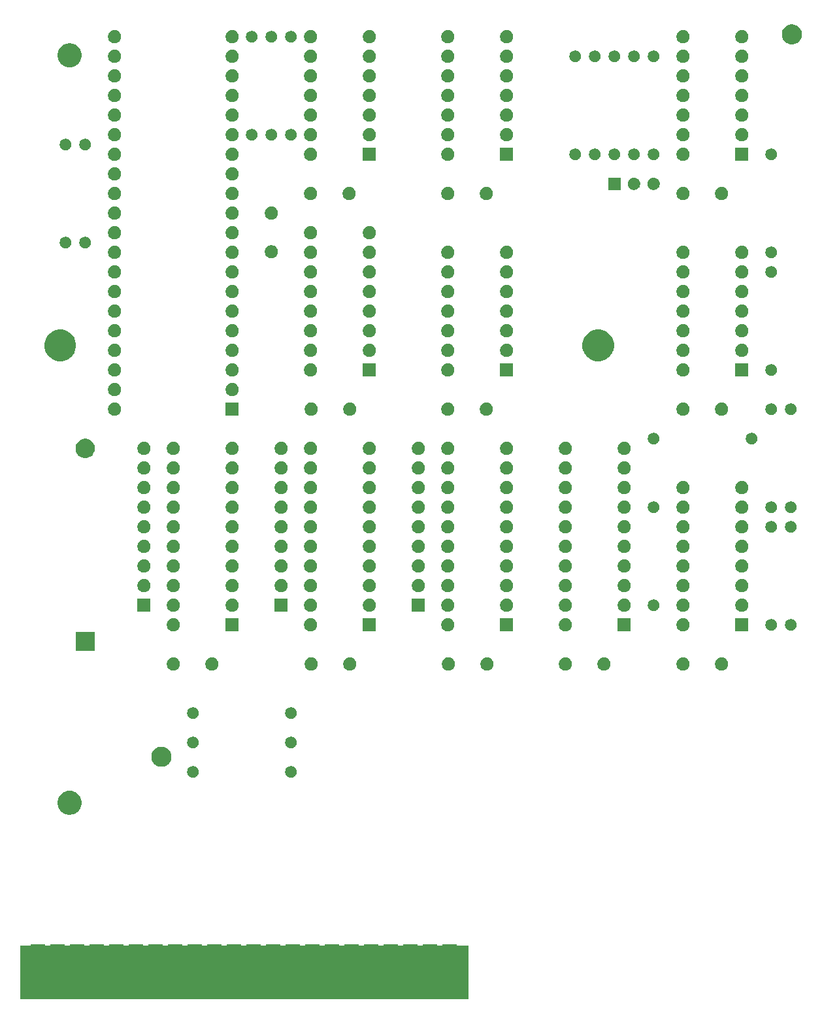
<source format=gbr>
G04 #@! TF.GenerationSoftware,KiCad,Pcbnew,(5.1.5)-3*
G04 #@! TF.CreationDate,2020-10-06T00:11:35-04:00*
G04 #@! TF.ProjectId,c64-cpm-true,6336342d-6370-46d2-9d74-7275652e6b69,B*
G04 #@! TF.SameCoordinates,Original*
G04 #@! TF.FileFunction,Soldermask,Bot*
G04 #@! TF.FilePolarity,Negative*
%FSLAX46Y46*%
G04 Gerber Fmt 4.6, Leading zero omitted, Abs format (unit mm)*
G04 Created by KiCad (PCBNEW (5.1.5)-3) date 2020-10-06 00:11:35*
%MOMM*%
%LPD*%
G04 APERTURE LIST*
%ADD10C,0.100000*%
G04 APERTURE END LIST*
D10*
G36*
X63944500Y-168529000D02*
G01*
X63944500Y-175450500D01*
X121983500Y-175450500D01*
X121983500Y-168529000D01*
X63944500Y-168529000D01*
G37*
X63944500Y-168529000D02*
X63944500Y-175450500D01*
X121983500Y-175450500D01*
X121983500Y-168529000D01*
X63944500Y-168529000D01*
G36*
X120560000Y-175509000D02*
G01*
X118708000Y-175509000D01*
X118708000Y-168407000D01*
X120560000Y-168407000D01*
X120560000Y-175509000D01*
G37*
G36*
X110400000Y-175509000D02*
G01*
X108548000Y-175509000D01*
X108548000Y-168407000D01*
X110400000Y-168407000D01*
X110400000Y-175509000D01*
G37*
G36*
X72300000Y-175509000D02*
G01*
X70448000Y-175509000D01*
X70448000Y-168407000D01*
X72300000Y-168407000D01*
X72300000Y-175509000D01*
G37*
G36*
X102780000Y-175509000D02*
G01*
X100928000Y-175509000D01*
X100928000Y-168407000D01*
X102780000Y-168407000D01*
X102780000Y-175509000D01*
G37*
G36*
X92620000Y-175509000D02*
G01*
X90768000Y-175509000D01*
X90768000Y-168407000D01*
X92620000Y-168407000D01*
X92620000Y-175509000D01*
G37*
G36*
X105320000Y-175509000D02*
G01*
X103468000Y-175509000D01*
X103468000Y-168407000D01*
X105320000Y-168407000D01*
X105320000Y-175509000D01*
G37*
G36*
X107860000Y-175509000D02*
G01*
X106008000Y-175509000D01*
X106008000Y-168407000D01*
X107860000Y-168407000D01*
X107860000Y-175509000D01*
G37*
G36*
X95160000Y-175509000D02*
G01*
X93308000Y-175509000D01*
X93308000Y-168407000D01*
X95160000Y-168407000D01*
X95160000Y-175509000D01*
G37*
G36*
X100240000Y-175509000D02*
G01*
X98388000Y-175509000D01*
X98388000Y-168407000D01*
X100240000Y-168407000D01*
X100240000Y-175509000D01*
G37*
G36*
X97700000Y-175509000D02*
G01*
X95848000Y-175509000D01*
X95848000Y-168407000D01*
X97700000Y-168407000D01*
X97700000Y-175509000D01*
G37*
G36*
X115480000Y-175509000D02*
G01*
X113628000Y-175509000D01*
X113628000Y-168407000D01*
X115480000Y-168407000D01*
X115480000Y-175509000D01*
G37*
G36*
X118020000Y-175509000D02*
G01*
X116168000Y-175509000D01*
X116168000Y-168407000D01*
X118020000Y-168407000D01*
X118020000Y-175509000D01*
G37*
G36*
X67220000Y-175509000D02*
G01*
X65368000Y-175509000D01*
X65368000Y-168407000D01*
X67220000Y-168407000D01*
X67220000Y-175509000D01*
G37*
G36*
X79920000Y-175509000D02*
G01*
X78068000Y-175509000D01*
X78068000Y-168407000D01*
X79920000Y-168407000D01*
X79920000Y-175509000D01*
G37*
G36*
X87540000Y-175509000D02*
G01*
X85688000Y-175509000D01*
X85688000Y-168407000D01*
X87540000Y-168407000D01*
X87540000Y-175509000D01*
G37*
G36*
X82460000Y-175509000D02*
G01*
X80608000Y-175509000D01*
X80608000Y-168407000D01*
X82460000Y-168407000D01*
X82460000Y-175509000D01*
G37*
G36*
X90080000Y-175509000D02*
G01*
X88228000Y-175509000D01*
X88228000Y-168407000D01*
X90080000Y-168407000D01*
X90080000Y-175509000D01*
G37*
G36*
X85000000Y-175509000D02*
G01*
X83148000Y-175509000D01*
X83148000Y-168407000D01*
X85000000Y-168407000D01*
X85000000Y-175509000D01*
G37*
G36*
X69760000Y-175509000D02*
G01*
X67908000Y-175509000D01*
X67908000Y-168407000D01*
X69760000Y-168407000D01*
X69760000Y-175509000D01*
G37*
G36*
X74840000Y-175509000D02*
G01*
X72988000Y-175509000D01*
X72988000Y-168407000D01*
X74840000Y-168407000D01*
X74840000Y-175509000D01*
G37*
G36*
X77380000Y-175509000D02*
G01*
X75528000Y-175509000D01*
X75528000Y-168407000D01*
X77380000Y-168407000D01*
X77380000Y-175509000D01*
G37*
G36*
X112940000Y-175509000D02*
G01*
X111088000Y-175509000D01*
X111088000Y-168407000D01*
X112940000Y-168407000D01*
X112940000Y-175509000D01*
G37*
G36*
X70660585Y-148529302D02*
G01*
X70810410Y-148559104D01*
X71092674Y-148676021D01*
X71346705Y-148845759D01*
X71562741Y-149061795D01*
X71732479Y-149315826D01*
X71849396Y-149598090D01*
X71909000Y-149897740D01*
X71909000Y-150203260D01*
X71849396Y-150502910D01*
X71732479Y-150785174D01*
X71562741Y-151039205D01*
X71346705Y-151255241D01*
X71092674Y-151424979D01*
X70810410Y-151541896D01*
X70660585Y-151571698D01*
X70510761Y-151601500D01*
X70205239Y-151601500D01*
X70055415Y-151571698D01*
X69905590Y-151541896D01*
X69623326Y-151424979D01*
X69369295Y-151255241D01*
X69153259Y-151039205D01*
X68983521Y-150785174D01*
X68866604Y-150502910D01*
X68807000Y-150203260D01*
X68807000Y-149897740D01*
X68866604Y-149598090D01*
X68983521Y-149315826D01*
X69153259Y-149061795D01*
X69369295Y-148845759D01*
X69623326Y-148676021D01*
X69905590Y-148559104D01*
X70055415Y-148529302D01*
X70205239Y-148499500D01*
X70510761Y-148499500D01*
X70660585Y-148529302D01*
G37*
G36*
X99279059Y-145327860D02*
G01*
X99415732Y-145384472D01*
X99538735Y-145466660D01*
X99643340Y-145571265D01*
X99725528Y-145694268D01*
X99782140Y-145830941D01*
X99811000Y-145976033D01*
X99811000Y-146123967D01*
X99782140Y-146269059D01*
X99725528Y-146405732D01*
X99643340Y-146528735D01*
X99538735Y-146633340D01*
X99415732Y-146715528D01*
X99415731Y-146715529D01*
X99415730Y-146715529D01*
X99279059Y-146772140D01*
X99133968Y-146801000D01*
X98986032Y-146801000D01*
X98840941Y-146772140D01*
X98704270Y-146715529D01*
X98704269Y-146715529D01*
X98704268Y-146715528D01*
X98581265Y-146633340D01*
X98476660Y-146528735D01*
X98394472Y-146405732D01*
X98337860Y-146269059D01*
X98309000Y-146123967D01*
X98309000Y-145976033D01*
X98337860Y-145830941D01*
X98394472Y-145694268D01*
X98476660Y-145571265D01*
X98581265Y-145466660D01*
X98704268Y-145384472D01*
X98840941Y-145327860D01*
X98986032Y-145299000D01*
X99133968Y-145299000D01*
X99279059Y-145327860D01*
G37*
G36*
X86579059Y-145327860D02*
G01*
X86715732Y-145384472D01*
X86838735Y-145466660D01*
X86943340Y-145571265D01*
X87025528Y-145694268D01*
X87082140Y-145830941D01*
X87111000Y-145976033D01*
X87111000Y-146123967D01*
X87082140Y-146269059D01*
X87025528Y-146405732D01*
X86943340Y-146528735D01*
X86838735Y-146633340D01*
X86715732Y-146715528D01*
X86715731Y-146715529D01*
X86715730Y-146715529D01*
X86579059Y-146772140D01*
X86433968Y-146801000D01*
X86286032Y-146801000D01*
X86140941Y-146772140D01*
X86004270Y-146715529D01*
X86004269Y-146715529D01*
X86004268Y-146715528D01*
X85881265Y-146633340D01*
X85776660Y-146528735D01*
X85694472Y-146405732D01*
X85637860Y-146269059D01*
X85609000Y-146123967D01*
X85609000Y-145976033D01*
X85637860Y-145830941D01*
X85694472Y-145694268D01*
X85776660Y-145571265D01*
X85881265Y-145466660D01*
X86004268Y-145384472D01*
X86140941Y-145327860D01*
X86286032Y-145299000D01*
X86433968Y-145299000D01*
X86579059Y-145327860D01*
G37*
G36*
X82643737Y-142846371D02*
G01*
X82880503Y-142944443D01*
X82880505Y-142944444D01*
X82906989Y-142962140D01*
X83093589Y-143086822D01*
X83274803Y-143268036D01*
X83417182Y-143481122D01*
X83515254Y-143717888D01*
X83565250Y-143969236D01*
X83565250Y-144225514D01*
X83515254Y-144476862D01*
X83417182Y-144713628D01*
X83417181Y-144713630D01*
X83274803Y-144926714D01*
X83093589Y-145107928D01*
X82880505Y-145250306D01*
X82880504Y-145250307D01*
X82880503Y-145250307D01*
X82643737Y-145348379D01*
X82392389Y-145398375D01*
X82136111Y-145398375D01*
X81884763Y-145348379D01*
X81647997Y-145250307D01*
X81647996Y-145250307D01*
X81647995Y-145250306D01*
X81434911Y-145107928D01*
X81253697Y-144926714D01*
X81111319Y-144713630D01*
X81111318Y-144713628D01*
X81013246Y-144476862D01*
X80963250Y-144225514D01*
X80963250Y-143969236D01*
X81013246Y-143717888D01*
X81111318Y-143481122D01*
X81253697Y-143268036D01*
X81434911Y-143086822D01*
X81621511Y-142962140D01*
X81647995Y-142944444D01*
X81647997Y-142944443D01*
X81884763Y-142846371D01*
X82136111Y-142796375D01*
X82392389Y-142796375D01*
X82643737Y-142846371D01*
G37*
G36*
X86579059Y-141517860D02*
G01*
X86715732Y-141574472D01*
X86838735Y-141656660D01*
X86943340Y-141761265D01*
X87025528Y-141884268D01*
X87082140Y-142020941D01*
X87111000Y-142166033D01*
X87111000Y-142313967D01*
X87082140Y-142459059D01*
X87025528Y-142595732D01*
X86943340Y-142718735D01*
X86838735Y-142823340D01*
X86715732Y-142905528D01*
X86715731Y-142905529D01*
X86715730Y-142905529D01*
X86579059Y-142962140D01*
X86433968Y-142991000D01*
X86286032Y-142991000D01*
X86140941Y-142962140D01*
X86004270Y-142905529D01*
X86004269Y-142905529D01*
X86004268Y-142905528D01*
X85881265Y-142823340D01*
X85776660Y-142718735D01*
X85694472Y-142595732D01*
X85637860Y-142459059D01*
X85609000Y-142313967D01*
X85609000Y-142166033D01*
X85637860Y-142020941D01*
X85694472Y-141884268D01*
X85776660Y-141761265D01*
X85881265Y-141656660D01*
X86004268Y-141574472D01*
X86140941Y-141517860D01*
X86286032Y-141489000D01*
X86433968Y-141489000D01*
X86579059Y-141517860D01*
G37*
G36*
X99279059Y-141517860D02*
G01*
X99415732Y-141574472D01*
X99538735Y-141656660D01*
X99643340Y-141761265D01*
X99725528Y-141884268D01*
X99782140Y-142020941D01*
X99811000Y-142166033D01*
X99811000Y-142313967D01*
X99782140Y-142459059D01*
X99725528Y-142595732D01*
X99643340Y-142718735D01*
X99538735Y-142823340D01*
X99415732Y-142905528D01*
X99415731Y-142905529D01*
X99415730Y-142905529D01*
X99279059Y-142962140D01*
X99133968Y-142991000D01*
X98986032Y-142991000D01*
X98840941Y-142962140D01*
X98704270Y-142905529D01*
X98704269Y-142905529D01*
X98704268Y-142905528D01*
X98581265Y-142823340D01*
X98476660Y-142718735D01*
X98394472Y-142595732D01*
X98337860Y-142459059D01*
X98309000Y-142313967D01*
X98309000Y-142166033D01*
X98337860Y-142020941D01*
X98394472Y-141884268D01*
X98476660Y-141761265D01*
X98581265Y-141656660D01*
X98704268Y-141574472D01*
X98840941Y-141517860D01*
X98986032Y-141489000D01*
X99133968Y-141489000D01*
X99279059Y-141517860D01*
G37*
G36*
X99279059Y-137707860D02*
G01*
X99415732Y-137764472D01*
X99538735Y-137846660D01*
X99643340Y-137951265D01*
X99725528Y-138074268D01*
X99782140Y-138210941D01*
X99811000Y-138356033D01*
X99811000Y-138503967D01*
X99782140Y-138649059D01*
X99725528Y-138785732D01*
X99643340Y-138908735D01*
X99538735Y-139013340D01*
X99415732Y-139095528D01*
X99415731Y-139095529D01*
X99415730Y-139095529D01*
X99279059Y-139152140D01*
X99133968Y-139181000D01*
X98986032Y-139181000D01*
X98840941Y-139152140D01*
X98704270Y-139095529D01*
X98704269Y-139095529D01*
X98704268Y-139095528D01*
X98581265Y-139013340D01*
X98476660Y-138908735D01*
X98394472Y-138785732D01*
X98337860Y-138649059D01*
X98309000Y-138503967D01*
X98309000Y-138356033D01*
X98337860Y-138210941D01*
X98394472Y-138074268D01*
X98476660Y-137951265D01*
X98581265Y-137846660D01*
X98704268Y-137764472D01*
X98840941Y-137707860D01*
X98986032Y-137679000D01*
X99133968Y-137679000D01*
X99279059Y-137707860D01*
G37*
G36*
X86579059Y-137707860D02*
G01*
X86715732Y-137764472D01*
X86838735Y-137846660D01*
X86943340Y-137951265D01*
X87025528Y-138074268D01*
X87082140Y-138210941D01*
X87111000Y-138356033D01*
X87111000Y-138503967D01*
X87082140Y-138649059D01*
X87025528Y-138785732D01*
X86943340Y-138908735D01*
X86838735Y-139013340D01*
X86715732Y-139095528D01*
X86715731Y-139095529D01*
X86715730Y-139095529D01*
X86579059Y-139152140D01*
X86433968Y-139181000D01*
X86286032Y-139181000D01*
X86140941Y-139152140D01*
X86004270Y-139095529D01*
X86004269Y-139095529D01*
X86004268Y-139095528D01*
X85881265Y-139013340D01*
X85776660Y-138908735D01*
X85694472Y-138785732D01*
X85637860Y-138649059D01*
X85609000Y-138503967D01*
X85609000Y-138356033D01*
X85637860Y-138210941D01*
X85694472Y-138074268D01*
X85776660Y-137951265D01*
X85881265Y-137846660D01*
X86004268Y-137764472D01*
X86140941Y-137707860D01*
X86286032Y-137679000D01*
X86433968Y-137679000D01*
X86579059Y-137707860D01*
G37*
G36*
X150108228Y-131261703D02*
G01*
X150263100Y-131325853D01*
X150402481Y-131418985D01*
X150521015Y-131537519D01*
X150614147Y-131676900D01*
X150678297Y-131831772D01*
X150711000Y-131996184D01*
X150711000Y-132163816D01*
X150678297Y-132328228D01*
X150614147Y-132483100D01*
X150521015Y-132622481D01*
X150402481Y-132741015D01*
X150263100Y-132834147D01*
X150108228Y-132898297D01*
X149943816Y-132931000D01*
X149776184Y-132931000D01*
X149611772Y-132898297D01*
X149456900Y-132834147D01*
X149317519Y-132741015D01*
X149198985Y-132622481D01*
X149105853Y-132483100D01*
X149041703Y-132328228D01*
X149009000Y-132163816D01*
X149009000Y-131996184D01*
X149041703Y-131831772D01*
X149105853Y-131676900D01*
X149198985Y-131537519D01*
X149317519Y-131418985D01*
X149456900Y-131325853D01*
X149611772Y-131261703D01*
X149776184Y-131229000D01*
X149943816Y-131229000D01*
X150108228Y-131261703D01*
G37*
G36*
X155108228Y-131261703D02*
G01*
X155263100Y-131325853D01*
X155402481Y-131418985D01*
X155521015Y-131537519D01*
X155614147Y-131676900D01*
X155678297Y-131831772D01*
X155711000Y-131996184D01*
X155711000Y-132163816D01*
X155678297Y-132328228D01*
X155614147Y-132483100D01*
X155521015Y-132622481D01*
X155402481Y-132741015D01*
X155263100Y-132834147D01*
X155108228Y-132898297D01*
X154943816Y-132931000D01*
X154776184Y-132931000D01*
X154611772Y-132898297D01*
X154456900Y-132834147D01*
X154317519Y-132741015D01*
X154198985Y-132622481D01*
X154105853Y-132483100D01*
X154041703Y-132328228D01*
X154009000Y-132163816D01*
X154009000Y-131996184D01*
X154041703Y-131831772D01*
X154105853Y-131676900D01*
X154198985Y-131537519D01*
X154317519Y-131418985D01*
X154456900Y-131325853D01*
X154611772Y-131261703D01*
X154776184Y-131229000D01*
X154943816Y-131229000D01*
X155108228Y-131261703D01*
G37*
G36*
X84068228Y-131261703D02*
G01*
X84223100Y-131325853D01*
X84362481Y-131418985D01*
X84481015Y-131537519D01*
X84574147Y-131676900D01*
X84638297Y-131831772D01*
X84671000Y-131996184D01*
X84671000Y-132163816D01*
X84638297Y-132328228D01*
X84574147Y-132483100D01*
X84481015Y-132622481D01*
X84362481Y-132741015D01*
X84223100Y-132834147D01*
X84068228Y-132898297D01*
X83903816Y-132931000D01*
X83736184Y-132931000D01*
X83571772Y-132898297D01*
X83416900Y-132834147D01*
X83277519Y-132741015D01*
X83158985Y-132622481D01*
X83065853Y-132483100D01*
X83001703Y-132328228D01*
X82969000Y-132163816D01*
X82969000Y-131996184D01*
X83001703Y-131831772D01*
X83065853Y-131676900D01*
X83158985Y-131537519D01*
X83277519Y-131418985D01*
X83416900Y-131325853D01*
X83571772Y-131261703D01*
X83736184Y-131229000D01*
X83903816Y-131229000D01*
X84068228Y-131261703D01*
G37*
G36*
X89068228Y-131261703D02*
G01*
X89223100Y-131325853D01*
X89362481Y-131418985D01*
X89481015Y-131537519D01*
X89574147Y-131676900D01*
X89638297Y-131831772D01*
X89671000Y-131996184D01*
X89671000Y-132163816D01*
X89638297Y-132328228D01*
X89574147Y-132483100D01*
X89481015Y-132622481D01*
X89362481Y-132741015D01*
X89223100Y-132834147D01*
X89068228Y-132898297D01*
X88903816Y-132931000D01*
X88736184Y-132931000D01*
X88571772Y-132898297D01*
X88416900Y-132834147D01*
X88277519Y-132741015D01*
X88158985Y-132622481D01*
X88065853Y-132483100D01*
X88001703Y-132328228D01*
X87969000Y-132163816D01*
X87969000Y-131996184D01*
X88001703Y-131831772D01*
X88065853Y-131676900D01*
X88158985Y-131537519D01*
X88277519Y-131418985D01*
X88416900Y-131325853D01*
X88571772Y-131261703D01*
X88736184Y-131229000D01*
X88903816Y-131229000D01*
X89068228Y-131261703D01*
G37*
G36*
X106928228Y-131261703D02*
G01*
X107083100Y-131325853D01*
X107222481Y-131418985D01*
X107341015Y-131537519D01*
X107434147Y-131676900D01*
X107498297Y-131831772D01*
X107531000Y-131996184D01*
X107531000Y-132163816D01*
X107498297Y-132328228D01*
X107434147Y-132483100D01*
X107341015Y-132622481D01*
X107222481Y-132741015D01*
X107083100Y-132834147D01*
X106928228Y-132898297D01*
X106763816Y-132931000D01*
X106596184Y-132931000D01*
X106431772Y-132898297D01*
X106276900Y-132834147D01*
X106137519Y-132741015D01*
X106018985Y-132622481D01*
X105925853Y-132483100D01*
X105861703Y-132328228D01*
X105829000Y-132163816D01*
X105829000Y-131996184D01*
X105861703Y-131831772D01*
X105925853Y-131676900D01*
X106018985Y-131537519D01*
X106137519Y-131418985D01*
X106276900Y-131325853D01*
X106431772Y-131261703D01*
X106596184Y-131229000D01*
X106763816Y-131229000D01*
X106928228Y-131261703D01*
G37*
G36*
X101928228Y-131261703D02*
G01*
X102083100Y-131325853D01*
X102222481Y-131418985D01*
X102341015Y-131537519D01*
X102434147Y-131676900D01*
X102498297Y-131831772D01*
X102531000Y-131996184D01*
X102531000Y-132163816D01*
X102498297Y-132328228D01*
X102434147Y-132483100D01*
X102341015Y-132622481D01*
X102222481Y-132741015D01*
X102083100Y-132834147D01*
X101928228Y-132898297D01*
X101763816Y-132931000D01*
X101596184Y-132931000D01*
X101431772Y-132898297D01*
X101276900Y-132834147D01*
X101137519Y-132741015D01*
X101018985Y-132622481D01*
X100925853Y-132483100D01*
X100861703Y-132328228D01*
X100829000Y-132163816D01*
X100829000Y-131996184D01*
X100861703Y-131831772D01*
X100925853Y-131676900D01*
X101018985Y-131537519D01*
X101137519Y-131418985D01*
X101276900Y-131325853D01*
X101431772Y-131261703D01*
X101596184Y-131229000D01*
X101763816Y-131229000D01*
X101928228Y-131261703D01*
G37*
G36*
X119708228Y-131261703D02*
G01*
X119863100Y-131325853D01*
X120002481Y-131418985D01*
X120121015Y-131537519D01*
X120214147Y-131676900D01*
X120278297Y-131831772D01*
X120311000Y-131996184D01*
X120311000Y-132163816D01*
X120278297Y-132328228D01*
X120214147Y-132483100D01*
X120121015Y-132622481D01*
X120002481Y-132741015D01*
X119863100Y-132834147D01*
X119708228Y-132898297D01*
X119543816Y-132931000D01*
X119376184Y-132931000D01*
X119211772Y-132898297D01*
X119056900Y-132834147D01*
X118917519Y-132741015D01*
X118798985Y-132622481D01*
X118705853Y-132483100D01*
X118641703Y-132328228D01*
X118609000Y-132163816D01*
X118609000Y-131996184D01*
X118641703Y-131831772D01*
X118705853Y-131676900D01*
X118798985Y-131537519D01*
X118917519Y-131418985D01*
X119056900Y-131325853D01*
X119211772Y-131261703D01*
X119376184Y-131229000D01*
X119543816Y-131229000D01*
X119708228Y-131261703D01*
G37*
G36*
X124708228Y-131261703D02*
G01*
X124863100Y-131325853D01*
X125002481Y-131418985D01*
X125121015Y-131537519D01*
X125214147Y-131676900D01*
X125278297Y-131831772D01*
X125311000Y-131996184D01*
X125311000Y-132163816D01*
X125278297Y-132328228D01*
X125214147Y-132483100D01*
X125121015Y-132622481D01*
X125002481Y-132741015D01*
X124863100Y-132834147D01*
X124708228Y-132898297D01*
X124543816Y-132931000D01*
X124376184Y-132931000D01*
X124211772Y-132898297D01*
X124056900Y-132834147D01*
X123917519Y-132741015D01*
X123798985Y-132622481D01*
X123705853Y-132483100D01*
X123641703Y-132328228D01*
X123609000Y-132163816D01*
X123609000Y-131996184D01*
X123641703Y-131831772D01*
X123705853Y-131676900D01*
X123798985Y-131537519D01*
X123917519Y-131418985D01*
X124056900Y-131325853D01*
X124211772Y-131261703D01*
X124376184Y-131229000D01*
X124543816Y-131229000D01*
X124708228Y-131261703D01*
G37*
G36*
X139868228Y-131261703D02*
G01*
X140023100Y-131325853D01*
X140162481Y-131418985D01*
X140281015Y-131537519D01*
X140374147Y-131676900D01*
X140438297Y-131831772D01*
X140471000Y-131996184D01*
X140471000Y-132163816D01*
X140438297Y-132328228D01*
X140374147Y-132483100D01*
X140281015Y-132622481D01*
X140162481Y-132741015D01*
X140023100Y-132834147D01*
X139868228Y-132898297D01*
X139703816Y-132931000D01*
X139536184Y-132931000D01*
X139371772Y-132898297D01*
X139216900Y-132834147D01*
X139077519Y-132741015D01*
X138958985Y-132622481D01*
X138865853Y-132483100D01*
X138801703Y-132328228D01*
X138769000Y-132163816D01*
X138769000Y-131996184D01*
X138801703Y-131831772D01*
X138865853Y-131676900D01*
X138958985Y-131537519D01*
X139077519Y-131418985D01*
X139216900Y-131325853D01*
X139371772Y-131261703D01*
X139536184Y-131229000D01*
X139703816Y-131229000D01*
X139868228Y-131261703D01*
G37*
G36*
X134868228Y-131261703D02*
G01*
X135023100Y-131325853D01*
X135162481Y-131418985D01*
X135281015Y-131537519D01*
X135374147Y-131676900D01*
X135438297Y-131831772D01*
X135471000Y-131996184D01*
X135471000Y-132163816D01*
X135438297Y-132328228D01*
X135374147Y-132483100D01*
X135281015Y-132622481D01*
X135162481Y-132741015D01*
X135023100Y-132834147D01*
X134868228Y-132898297D01*
X134703816Y-132931000D01*
X134536184Y-132931000D01*
X134371772Y-132898297D01*
X134216900Y-132834147D01*
X134077519Y-132741015D01*
X133958985Y-132622481D01*
X133865853Y-132483100D01*
X133801703Y-132328228D01*
X133769000Y-132163816D01*
X133769000Y-131996184D01*
X133801703Y-131831772D01*
X133865853Y-131676900D01*
X133958985Y-131537519D01*
X134077519Y-131418985D01*
X134216900Y-131325853D01*
X134371772Y-131261703D01*
X134536184Y-131229000D01*
X134703816Y-131229000D01*
X134868228Y-131261703D01*
G37*
G36*
X73641000Y-130391000D02*
G01*
X71139000Y-130391000D01*
X71139000Y-127889000D01*
X73641000Y-127889000D01*
X73641000Y-130391000D01*
G37*
G36*
X134868228Y-126181703D02*
G01*
X135023100Y-126245853D01*
X135162481Y-126338985D01*
X135281015Y-126457519D01*
X135374147Y-126596900D01*
X135438297Y-126751772D01*
X135471000Y-126916184D01*
X135471000Y-127083816D01*
X135438297Y-127248228D01*
X135374147Y-127403100D01*
X135281015Y-127542481D01*
X135162481Y-127661015D01*
X135023100Y-127754147D01*
X134868228Y-127818297D01*
X134703816Y-127851000D01*
X134536184Y-127851000D01*
X134371772Y-127818297D01*
X134216900Y-127754147D01*
X134077519Y-127661015D01*
X133958985Y-127542481D01*
X133865853Y-127403100D01*
X133801703Y-127248228D01*
X133769000Y-127083816D01*
X133769000Y-126916184D01*
X133801703Y-126751772D01*
X133865853Y-126596900D01*
X133958985Y-126457519D01*
X134077519Y-126338985D01*
X134216900Y-126245853D01*
X134371772Y-126181703D01*
X134536184Y-126149000D01*
X134703816Y-126149000D01*
X134868228Y-126181703D01*
G37*
G36*
X84068228Y-126181703D02*
G01*
X84223100Y-126245853D01*
X84362481Y-126338985D01*
X84481015Y-126457519D01*
X84574147Y-126596900D01*
X84638297Y-126751772D01*
X84671000Y-126916184D01*
X84671000Y-127083816D01*
X84638297Y-127248228D01*
X84574147Y-127403100D01*
X84481015Y-127542481D01*
X84362481Y-127661015D01*
X84223100Y-127754147D01*
X84068228Y-127818297D01*
X83903816Y-127851000D01*
X83736184Y-127851000D01*
X83571772Y-127818297D01*
X83416900Y-127754147D01*
X83277519Y-127661015D01*
X83158985Y-127542481D01*
X83065853Y-127403100D01*
X83001703Y-127248228D01*
X82969000Y-127083816D01*
X82969000Y-126916184D01*
X83001703Y-126751772D01*
X83065853Y-126596900D01*
X83158985Y-126457519D01*
X83277519Y-126338985D01*
X83416900Y-126245853D01*
X83571772Y-126181703D01*
X83736184Y-126149000D01*
X83903816Y-126149000D01*
X84068228Y-126181703D01*
G37*
G36*
X101848228Y-126181703D02*
G01*
X102003100Y-126245853D01*
X102142481Y-126338985D01*
X102261015Y-126457519D01*
X102354147Y-126596900D01*
X102418297Y-126751772D01*
X102451000Y-126916184D01*
X102451000Y-127083816D01*
X102418297Y-127248228D01*
X102354147Y-127403100D01*
X102261015Y-127542481D01*
X102142481Y-127661015D01*
X102003100Y-127754147D01*
X101848228Y-127818297D01*
X101683816Y-127851000D01*
X101516184Y-127851000D01*
X101351772Y-127818297D01*
X101196900Y-127754147D01*
X101057519Y-127661015D01*
X100938985Y-127542481D01*
X100845853Y-127403100D01*
X100781703Y-127248228D01*
X100749000Y-127083816D01*
X100749000Y-126916184D01*
X100781703Y-126751772D01*
X100845853Y-126596900D01*
X100938985Y-126457519D01*
X101057519Y-126338985D01*
X101196900Y-126245853D01*
X101351772Y-126181703D01*
X101516184Y-126149000D01*
X101683816Y-126149000D01*
X101848228Y-126181703D01*
G37*
G36*
X92291000Y-127851000D02*
G01*
X90589000Y-127851000D01*
X90589000Y-126149000D01*
X92291000Y-126149000D01*
X92291000Y-127851000D01*
G37*
G36*
X119628228Y-126181703D02*
G01*
X119783100Y-126245853D01*
X119922481Y-126338985D01*
X120041015Y-126457519D01*
X120134147Y-126596900D01*
X120198297Y-126751772D01*
X120231000Y-126916184D01*
X120231000Y-127083816D01*
X120198297Y-127248228D01*
X120134147Y-127403100D01*
X120041015Y-127542481D01*
X119922481Y-127661015D01*
X119783100Y-127754147D01*
X119628228Y-127818297D01*
X119463816Y-127851000D01*
X119296184Y-127851000D01*
X119131772Y-127818297D01*
X118976900Y-127754147D01*
X118837519Y-127661015D01*
X118718985Y-127542481D01*
X118625853Y-127403100D01*
X118561703Y-127248228D01*
X118529000Y-127083816D01*
X118529000Y-126916184D01*
X118561703Y-126751772D01*
X118625853Y-126596900D01*
X118718985Y-126457519D01*
X118837519Y-126338985D01*
X118976900Y-126245853D01*
X119131772Y-126181703D01*
X119296184Y-126149000D01*
X119463816Y-126149000D01*
X119628228Y-126181703D01*
G37*
G36*
X127851000Y-127851000D02*
G01*
X126149000Y-127851000D01*
X126149000Y-126149000D01*
X127851000Y-126149000D01*
X127851000Y-127851000D01*
G37*
G36*
X143091000Y-127851000D02*
G01*
X141389000Y-127851000D01*
X141389000Y-126149000D01*
X143091000Y-126149000D01*
X143091000Y-127851000D01*
G37*
G36*
X150108228Y-126181703D02*
G01*
X150263100Y-126245853D01*
X150402481Y-126338985D01*
X150521015Y-126457519D01*
X150614147Y-126596900D01*
X150678297Y-126751772D01*
X150711000Y-126916184D01*
X150711000Y-127083816D01*
X150678297Y-127248228D01*
X150614147Y-127403100D01*
X150521015Y-127542481D01*
X150402481Y-127661015D01*
X150263100Y-127754147D01*
X150108228Y-127818297D01*
X149943816Y-127851000D01*
X149776184Y-127851000D01*
X149611772Y-127818297D01*
X149456900Y-127754147D01*
X149317519Y-127661015D01*
X149198985Y-127542481D01*
X149105853Y-127403100D01*
X149041703Y-127248228D01*
X149009000Y-127083816D01*
X149009000Y-126916184D01*
X149041703Y-126751772D01*
X149105853Y-126596900D01*
X149198985Y-126457519D01*
X149317519Y-126338985D01*
X149456900Y-126245853D01*
X149611772Y-126181703D01*
X149776184Y-126149000D01*
X149943816Y-126149000D01*
X150108228Y-126181703D01*
G37*
G36*
X158331000Y-127851000D02*
G01*
X156629000Y-127851000D01*
X156629000Y-126149000D01*
X158331000Y-126149000D01*
X158331000Y-127851000D01*
G37*
G36*
X110071000Y-127851000D02*
G01*
X108369000Y-127851000D01*
X108369000Y-126149000D01*
X110071000Y-126149000D01*
X110071000Y-127851000D01*
G37*
G36*
X161509059Y-126277860D02*
G01*
X161645732Y-126334472D01*
X161768735Y-126416660D01*
X161873340Y-126521265D01*
X161955528Y-126644268D01*
X162012140Y-126780941D01*
X162041000Y-126926033D01*
X162041000Y-127073967D01*
X162012140Y-127219059D01*
X161955528Y-127355732D01*
X161873340Y-127478735D01*
X161768735Y-127583340D01*
X161645732Y-127665528D01*
X161645731Y-127665529D01*
X161645730Y-127665529D01*
X161509059Y-127722140D01*
X161363968Y-127751000D01*
X161216032Y-127751000D01*
X161070941Y-127722140D01*
X160934270Y-127665529D01*
X160934269Y-127665529D01*
X160934268Y-127665528D01*
X160811265Y-127583340D01*
X160706660Y-127478735D01*
X160624472Y-127355732D01*
X160567860Y-127219059D01*
X160539000Y-127073967D01*
X160539000Y-126926033D01*
X160567860Y-126780941D01*
X160624472Y-126644268D01*
X160706660Y-126521265D01*
X160811265Y-126416660D01*
X160934268Y-126334472D01*
X161070941Y-126277860D01*
X161216032Y-126249000D01*
X161363968Y-126249000D01*
X161509059Y-126277860D01*
G37*
G36*
X164049059Y-126277860D02*
G01*
X164185732Y-126334472D01*
X164308735Y-126416660D01*
X164413340Y-126521265D01*
X164495528Y-126644268D01*
X164552140Y-126780941D01*
X164581000Y-126926033D01*
X164581000Y-127073967D01*
X164552140Y-127219059D01*
X164495528Y-127355732D01*
X164413340Y-127478735D01*
X164308735Y-127583340D01*
X164185732Y-127665528D01*
X164185731Y-127665529D01*
X164185730Y-127665529D01*
X164049059Y-127722140D01*
X163903968Y-127751000D01*
X163756032Y-127751000D01*
X163610941Y-127722140D01*
X163474270Y-127665529D01*
X163474269Y-127665529D01*
X163474268Y-127665528D01*
X163351265Y-127583340D01*
X163246660Y-127478735D01*
X163164472Y-127355732D01*
X163107860Y-127219059D01*
X163079000Y-127073967D01*
X163079000Y-126926033D01*
X163107860Y-126780941D01*
X163164472Y-126644268D01*
X163246660Y-126521265D01*
X163351265Y-126416660D01*
X163474268Y-126334472D01*
X163610941Y-126277860D01*
X163756032Y-126249000D01*
X163903968Y-126249000D01*
X164049059Y-126277860D01*
G37*
G36*
X109468228Y-123641703D02*
G01*
X109623100Y-123705853D01*
X109762481Y-123798985D01*
X109881015Y-123917519D01*
X109974147Y-124056900D01*
X110038297Y-124211772D01*
X110071000Y-124376184D01*
X110071000Y-124543816D01*
X110038297Y-124708228D01*
X109974147Y-124863100D01*
X109881015Y-125002481D01*
X109762481Y-125121015D01*
X109623100Y-125214147D01*
X109468228Y-125278297D01*
X109303816Y-125311000D01*
X109136184Y-125311000D01*
X108971772Y-125278297D01*
X108816900Y-125214147D01*
X108677519Y-125121015D01*
X108558985Y-125002481D01*
X108465853Y-124863100D01*
X108401703Y-124708228D01*
X108369000Y-124543816D01*
X108369000Y-124376184D01*
X108401703Y-124211772D01*
X108465853Y-124056900D01*
X108558985Y-123917519D01*
X108677519Y-123798985D01*
X108816900Y-123705853D01*
X108971772Y-123641703D01*
X109136184Y-123609000D01*
X109303816Y-123609000D01*
X109468228Y-123641703D01*
G37*
G36*
X101848228Y-123641703D02*
G01*
X102003100Y-123705853D01*
X102142481Y-123798985D01*
X102261015Y-123917519D01*
X102354147Y-124056900D01*
X102418297Y-124211772D01*
X102451000Y-124376184D01*
X102451000Y-124543816D01*
X102418297Y-124708228D01*
X102354147Y-124863100D01*
X102261015Y-125002481D01*
X102142481Y-125121015D01*
X102003100Y-125214147D01*
X101848228Y-125278297D01*
X101683816Y-125311000D01*
X101516184Y-125311000D01*
X101351772Y-125278297D01*
X101196900Y-125214147D01*
X101057519Y-125121015D01*
X100938985Y-125002481D01*
X100845853Y-124863100D01*
X100781703Y-124708228D01*
X100749000Y-124543816D01*
X100749000Y-124376184D01*
X100781703Y-124211772D01*
X100845853Y-124056900D01*
X100938985Y-123917519D01*
X101057519Y-123798985D01*
X101196900Y-123705853D01*
X101351772Y-123641703D01*
X101516184Y-123609000D01*
X101683816Y-123609000D01*
X101848228Y-123641703D01*
G37*
G36*
X119628228Y-123641703D02*
G01*
X119783100Y-123705853D01*
X119922481Y-123798985D01*
X120041015Y-123917519D01*
X120134147Y-124056900D01*
X120198297Y-124211772D01*
X120231000Y-124376184D01*
X120231000Y-124543816D01*
X120198297Y-124708228D01*
X120134147Y-124863100D01*
X120041015Y-125002481D01*
X119922481Y-125121015D01*
X119783100Y-125214147D01*
X119628228Y-125278297D01*
X119463816Y-125311000D01*
X119296184Y-125311000D01*
X119131772Y-125278297D01*
X118976900Y-125214147D01*
X118837519Y-125121015D01*
X118718985Y-125002481D01*
X118625853Y-124863100D01*
X118561703Y-124708228D01*
X118529000Y-124543816D01*
X118529000Y-124376184D01*
X118561703Y-124211772D01*
X118625853Y-124056900D01*
X118718985Y-123917519D01*
X118837519Y-123798985D01*
X118976900Y-123705853D01*
X119131772Y-123641703D01*
X119296184Y-123609000D01*
X119463816Y-123609000D01*
X119628228Y-123641703D01*
G37*
G36*
X84068228Y-123641703D02*
G01*
X84223100Y-123705853D01*
X84362481Y-123798985D01*
X84481015Y-123917519D01*
X84574147Y-124056900D01*
X84638297Y-124211772D01*
X84671000Y-124376184D01*
X84671000Y-124543816D01*
X84638297Y-124708228D01*
X84574147Y-124863100D01*
X84481015Y-125002481D01*
X84362481Y-125121015D01*
X84223100Y-125214147D01*
X84068228Y-125278297D01*
X83903816Y-125311000D01*
X83736184Y-125311000D01*
X83571772Y-125278297D01*
X83416900Y-125214147D01*
X83277519Y-125121015D01*
X83158985Y-125002481D01*
X83065853Y-124863100D01*
X83001703Y-124708228D01*
X82969000Y-124543816D01*
X82969000Y-124376184D01*
X83001703Y-124211772D01*
X83065853Y-124056900D01*
X83158985Y-123917519D01*
X83277519Y-123798985D01*
X83416900Y-123705853D01*
X83571772Y-123641703D01*
X83736184Y-123609000D01*
X83903816Y-123609000D01*
X84068228Y-123641703D01*
G37*
G36*
X91688228Y-123641703D02*
G01*
X91843100Y-123705853D01*
X91982481Y-123798985D01*
X92101015Y-123917519D01*
X92194147Y-124056900D01*
X92258297Y-124211772D01*
X92291000Y-124376184D01*
X92291000Y-124543816D01*
X92258297Y-124708228D01*
X92194147Y-124863100D01*
X92101015Y-125002481D01*
X91982481Y-125121015D01*
X91843100Y-125214147D01*
X91688228Y-125278297D01*
X91523816Y-125311000D01*
X91356184Y-125311000D01*
X91191772Y-125278297D01*
X91036900Y-125214147D01*
X90897519Y-125121015D01*
X90778985Y-125002481D01*
X90685853Y-124863100D01*
X90621703Y-124708228D01*
X90589000Y-124543816D01*
X90589000Y-124376184D01*
X90621703Y-124211772D01*
X90685853Y-124056900D01*
X90778985Y-123917519D01*
X90897519Y-123798985D01*
X91036900Y-123705853D01*
X91191772Y-123641703D01*
X91356184Y-123609000D01*
X91523816Y-123609000D01*
X91688228Y-123641703D01*
G37*
G36*
X150108228Y-123641703D02*
G01*
X150263100Y-123705853D01*
X150402481Y-123798985D01*
X150521015Y-123917519D01*
X150614147Y-124056900D01*
X150678297Y-124211772D01*
X150711000Y-124376184D01*
X150711000Y-124543816D01*
X150678297Y-124708228D01*
X150614147Y-124863100D01*
X150521015Y-125002481D01*
X150402481Y-125121015D01*
X150263100Y-125214147D01*
X150108228Y-125278297D01*
X149943816Y-125311000D01*
X149776184Y-125311000D01*
X149611772Y-125278297D01*
X149456900Y-125214147D01*
X149317519Y-125121015D01*
X149198985Y-125002481D01*
X149105853Y-124863100D01*
X149041703Y-124708228D01*
X149009000Y-124543816D01*
X149009000Y-124376184D01*
X149041703Y-124211772D01*
X149105853Y-124056900D01*
X149198985Y-123917519D01*
X149317519Y-123798985D01*
X149456900Y-123705853D01*
X149611772Y-123641703D01*
X149776184Y-123609000D01*
X149943816Y-123609000D01*
X150108228Y-123641703D01*
G37*
G36*
X80861000Y-125311000D02*
G01*
X79159000Y-125311000D01*
X79159000Y-123609000D01*
X80861000Y-123609000D01*
X80861000Y-125311000D01*
G37*
G36*
X142488228Y-123641703D02*
G01*
X142643100Y-123705853D01*
X142782481Y-123798985D01*
X142901015Y-123917519D01*
X142994147Y-124056900D01*
X143058297Y-124211772D01*
X143091000Y-124376184D01*
X143091000Y-124543816D01*
X143058297Y-124708228D01*
X142994147Y-124863100D01*
X142901015Y-125002481D01*
X142782481Y-125121015D01*
X142643100Y-125214147D01*
X142488228Y-125278297D01*
X142323816Y-125311000D01*
X142156184Y-125311000D01*
X141991772Y-125278297D01*
X141836900Y-125214147D01*
X141697519Y-125121015D01*
X141578985Y-125002481D01*
X141485853Y-124863100D01*
X141421703Y-124708228D01*
X141389000Y-124543816D01*
X141389000Y-124376184D01*
X141421703Y-124211772D01*
X141485853Y-124056900D01*
X141578985Y-123917519D01*
X141697519Y-123798985D01*
X141836900Y-123705853D01*
X141991772Y-123641703D01*
X142156184Y-123609000D01*
X142323816Y-123609000D01*
X142488228Y-123641703D01*
G37*
G36*
X127248228Y-123641703D02*
G01*
X127403100Y-123705853D01*
X127542481Y-123798985D01*
X127661015Y-123917519D01*
X127754147Y-124056900D01*
X127818297Y-124211772D01*
X127851000Y-124376184D01*
X127851000Y-124543816D01*
X127818297Y-124708228D01*
X127754147Y-124863100D01*
X127661015Y-125002481D01*
X127542481Y-125121015D01*
X127403100Y-125214147D01*
X127248228Y-125278297D01*
X127083816Y-125311000D01*
X126916184Y-125311000D01*
X126751772Y-125278297D01*
X126596900Y-125214147D01*
X126457519Y-125121015D01*
X126338985Y-125002481D01*
X126245853Y-124863100D01*
X126181703Y-124708228D01*
X126149000Y-124543816D01*
X126149000Y-124376184D01*
X126181703Y-124211772D01*
X126245853Y-124056900D01*
X126338985Y-123917519D01*
X126457519Y-123798985D01*
X126596900Y-123705853D01*
X126751772Y-123641703D01*
X126916184Y-123609000D01*
X127083816Y-123609000D01*
X127248228Y-123641703D01*
G37*
G36*
X116421000Y-125311000D02*
G01*
X114719000Y-125311000D01*
X114719000Y-123609000D01*
X116421000Y-123609000D01*
X116421000Y-125311000D01*
G37*
G36*
X157728228Y-123641703D02*
G01*
X157883100Y-123705853D01*
X158022481Y-123798985D01*
X158141015Y-123917519D01*
X158234147Y-124056900D01*
X158298297Y-124211772D01*
X158331000Y-124376184D01*
X158331000Y-124543816D01*
X158298297Y-124708228D01*
X158234147Y-124863100D01*
X158141015Y-125002481D01*
X158022481Y-125121015D01*
X157883100Y-125214147D01*
X157728228Y-125278297D01*
X157563816Y-125311000D01*
X157396184Y-125311000D01*
X157231772Y-125278297D01*
X157076900Y-125214147D01*
X156937519Y-125121015D01*
X156818985Y-125002481D01*
X156725853Y-124863100D01*
X156661703Y-124708228D01*
X156629000Y-124543816D01*
X156629000Y-124376184D01*
X156661703Y-124211772D01*
X156725853Y-124056900D01*
X156818985Y-123917519D01*
X156937519Y-123798985D01*
X157076900Y-123705853D01*
X157231772Y-123641703D01*
X157396184Y-123609000D01*
X157563816Y-123609000D01*
X157728228Y-123641703D01*
G37*
G36*
X98641000Y-125311000D02*
G01*
X96939000Y-125311000D01*
X96939000Y-123609000D01*
X98641000Y-123609000D01*
X98641000Y-125311000D01*
G37*
G36*
X134868228Y-123641703D02*
G01*
X135023100Y-123705853D01*
X135162481Y-123798985D01*
X135281015Y-123917519D01*
X135374147Y-124056900D01*
X135438297Y-124211772D01*
X135471000Y-124376184D01*
X135471000Y-124543816D01*
X135438297Y-124708228D01*
X135374147Y-124863100D01*
X135281015Y-125002481D01*
X135162481Y-125121015D01*
X135023100Y-125214147D01*
X134868228Y-125278297D01*
X134703816Y-125311000D01*
X134536184Y-125311000D01*
X134371772Y-125278297D01*
X134216900Y-125214147D01*
X134077519Y-125121015D01*
X133958985Y-125002481D01*
X133865853Y-124863100D01*
X133801703Y-124708228D01*
X133769000Y-124543816D01*
X133769000Y-124376184D01*
X133801703Y-124211772D01*
X133865853Y-124056900D01*
X133958985Y-123917519D01*
X134077519Y-123798985D01*
X134216900Y-123705853D01*
X134371772Y-123641703D01*
X134536184Y-123609000D01*
X134703816Y-123609000D01*
X134868228Y-123641703D01*
G37*
G36*
X146269059Y-123737860D02*
G01*
X146405732Y-123794472D01*
X146528735Y-123876660D01*
X146633340Y-123981265D01*
X146715528Y-124104268D01*
X146772140Y-124240941D01*
X146801000Y-124386033D01*
X146801000Y-124533967D01*
X146772140Y-124679059D01*
X146715528Y-124815732D01*
X146633340Y-124938735D01*
X146528735Y-125043340D01*
X146405732Y-125125528D01*
X146405731Y-125125529D01*
X146405730Y-125125529D01*
X146269059Y-125182140D01*
X146123968Y-125211000D01*
X145976032Y-125211000D01*
X145830941Y-125182140D01*
X145694270Y-125125529D01*
X145694269Y-125125529D01*
X145694268Y-125125528D01*
X145571265Y-125043340D01*
X145466660Y-124938735D01*
X145384472Y-124815732D01*
X145327860Y-124679059D01*
X145299000Y-124533967D01*
X145299000Y-124386033D01*
X145327860Y-124240941D01*
X145384472Y-124104268D01*
X145466660Y-123981265D01*
X145571265Y-123876660D01*
X145694268Y-123794472D01*
X145830941Y-123737860D01*
X145976032Y-123709000D01*
X146123968Y-123709000D01*
X146269059Y-123737860D01*
G37*
G36*
X101848228Y-121101703D02*
G01*
X102003100Y-121165853D01*
X102142481Y-121258985D01*
X102261015Y-121377519D01*
X102354147Y-121516900D01*
X102418297Y-121671772D01*
X102451000Y-121836184D01*
X102451000Y-122003816D01*
X102418297Y-122168228D01*
X102354147Y-122323100D01*
X102261015Y-122462481D01*
X102142481Y-122581015D01*
X102003100Y-122674147D01*
X101848228Y-122738297D01*
X101683816Y-122771000D01*
X101516184Y-122771000D01*
X101351772Y-122738297D01*
X101196900Y-122674147D01*
X101057519Y-122581015D01*
X100938985Y-122462481D01*
X100845853Y-122323100D01*
X100781703Y-122168228D01*
X100749000Y-122003816D01*
X100749000Y-121836184D01*
X100781703Y-121671772D01*
X100845853Y-121516900D01*
X100938985Y-121377519D01*
X101057519Y-121258985D01*
X101196900Y-121165853D01*
X101351772Y-121101703D01*
X101516184Y-121069000D01*
X101683816Y-121069000D01*
X101848228Y-121101703D01*
G37*
G36*
X109468228Y-121101703D02*
G01*
X109623100Y-121165853D01*
X109762481Y-121258985D01*
X109881015Y-121377519D01*
X109974147Y-121516900D01*
X110038297Y-121671772D01*
X110071000Y-121836184D01*
X110071000Y-122003816D01*
X110038297Y-122168228D01*
X109974147Y-122323100D01*
X109881015Y-122462481D01*
X109762481Y-122581015D01*
X109623100Y-122674147D01*
X109468228Y-122738297D01*
X109303816Y-122771000D01*
X109136184Y-122771000D01*
X108971772Y-122738297D01*
X108816900Y-122674147D01*
X108677519Y-122581015D01*
X108558985Y-122462481D01*
X108465853Y-122323100D01*
X108401703Y-122168228D01*
X108369000Y-122003816D01*
X108369000Y-121836184D01*
X108401703Y-121671772D01*
X108465853Y-121516900D01*
X108558985Y-121377519D01*
X108677519Y-121258985D01*
X108816900Y-121165853D01*
X108971772Y-121101703D01*
X109136184Y-121069000D01*
X109303816Y-121069000D01*
X109468228Y-121101703D01*
G37*
G36*
X115818228Y-121101703D02*
G01*
X115973100Y-121165853D01*
X116112481Y-121258985D01*
X116231015Y-121377519D01*
X116324147Y-121516900D01*
X116388297Y-121671772D01*
X116421000Y-121836184D01*
X116421000Y-122003816D01*
X116388297Y-122168228D01*
X116324147Y-122323100D01*
X116231015Y-122462481D01*
X116112481Y-122581015D01*
X115973100Y-122674147D01*
X115818228Y-122738297D01*
X115653816Y-122771000D01*
X115486184Y-122771000D01*
X115321772Y-122738297D01*
X115166900Y-122674147D01*
X115027519Y-122581015D01*
X114908985Y-122462481D01*
X114815853Y-122323100D01*
X114751703Y-122168228D01*
X114719000Y-122003816D01*
X114719000Y-121836184D01*
X114751703Y-121671772D01*
X114815853Y-121516900D01*
X114908985Y-121377519D01*
X115027519Y-121258985D01*
X115166900Y-121165853D01*
X115321772Y-121101703D01*
X115486184Y-121069000D01*
X115653816Y-121069000D01*
X115818228Y-121101703D01*
G37*
G36*
X119628228Y-121101703D02*
G01*
X119783100Y-121165853D01*
X119922481Y-121258985D01*
X120041015Y-121377519D01*
X120134147Y-121516900D01*
X120198297Y-121671772D01*
X120231000Y-121836184D01*
X120231000Y-122003816D01*
X120198297Y-122168228D01*
X120134147Y-122323100D01*
X120041015Y-122462481D01*
X119922481Y-122581015D01*
X119783100Y-122674147D01*
X119628228Y-122738297D01*
X119463816Y-122771000D01*
X119296184Y-122771000D01*
X119131772Y-122738297D01*
X118976900Y-122674147D01*
X118837519Y-122581015D01*
X118718985Y-122462481D01*
X118625853Y-122323100D01*
X118561703Y-122168228D01*
X118529000Y-122003816D01*
X118529000Y-121836184D01*
X118561703Y-121671772D01*
X118625853Y-121516900D01*
X118718985Y-121377519D01*
X118837519Y-121258985D01*
X118976900Y-121165853D01*
X119131772Y-121101703D01*
X119296184Y-121069000D01*
X119463816Y-121069000D01*
X119628228Y-121101703D01*
G37*
G36*
X98038228Y-121101703D02*
G01*
X98193100Y-121165853D01*
X98332481Y-121258985D01*
X98451015Y-121377519D01*
X98544147Y-121516900D01*
X98608297Y-121671772D01*
X98641000Y-121836184D01*
X98641000Y-122003816D01*
X98608297Y-122168228D01*
X98544147Y-122323100D01*
X98451015Y-122462481D01*
X98332481Y-122581015D01*
X98193100Y-122674147D01*
X98038228Y-122738297D01*
X97873816Y-122771000D01*
X97706184Y-122771000D01*
X97541772Y-122738297D01*
X97386900Y-122674147D01*
X97247519Y-122581015D01*
X97128985Y-122462481D01*
X97035853Y-122323100D01*
X96971703Y-122168228D01*
X96939000Y-122003816D01*
X96939000Y-121836184D01*
X96971703Y-121671772D01*
X97035853Y-121516900D01*
X97128985Y-121377519D01*
X97247519Y-121258985D01*
X97386900Y-121165853D01*
X97541772Y-121101703D01*
X97706184Y-121069000D01*
X97873816Y-121069000D01*
X98038228Y-121101703D01*
G37*
G36*
X127248228Y-121101703D02*
G01*
X127403100Y-121165853D01*
X127542481Y-121258985D01*
X127661015Y-121377519D01*
X127754147Y-121516900D01*
X127818297Y-121671772D01*
X127851000Y-121836184D01*
X127851000Y-122003816D01*
X127818297Y-122168228D01*
X127754147Y-122323100D01*
X127661015Y-122462481D01*
X127542481Y-122581015D01*
X127403100Y-122674147D01*
X127248228Y-122738297D01*
X127083816Y-122771000D01*
X126916184Y-122771000D01*
X126751772Y-122738297D01*
X126596900Y-122674147D01*
X126457519Y-122581015D01*
X126338985Y-122462481D01*
X126245853Y-122323100D01*
X126181703Y-122168228D01*
X126149000Y-122003816D01*
X126149000Y-121836184D01*
X126181703Y-121671772D01*
X126245853Y-121516900D01*
X126338985Y-121377519D01*
X126457519Y-121258985D01*
X126596900Y-121165853D01*
X126751772Y-121101703D01*
X126916184Y-121069000D01*
X127083816Y-121069000D01*
X127248228Y-121101703D01*
G37*
G36*
X134868228Y-121101703D02*
G01*
X135023100Y-121165853D01*
X135162481Y-121258985D01*
X135281015Y-121377519D01*
X135374147Y-121516900D01*
X135438297Y-121671772D01*
X135471000Y-121836184D01*
X135471000Y-122003816D01*
X135438297Y-122168228D01*
X135374147Y-122323100D01*
X135281015Y-122462481D01*
X135162481Y-122581015D01*
X135023100Y-122674147D01*
X134868228Y-122738297D01*
X134703816Y-122771000D01*
X134536184Y-122771000D01*
X134371772Y-122738297D01*
X134216900Y-122674147D01*
X134077519Y-122581015D01*
X133958985Y-122462481D01*
X133865853Y-122323100D01*
X133801703Y-122168228D01*
X133769000Y-122003816D01*
X133769000Y-121836184D01*
X133801703Y-121671772D01*
X133865853Y-121516900D01*
X133958985Y-121377519D01*
X134077519Y-121258985D01*
X134216900Y-121165853D01*
X134371772Y-121101703D01*
X134536184Y-121069000D01*
X134703816Y-121069000D01*
X134868228Y-121101703D01*
G37*
G36*
X150108228Y-121101703D02*
G01*
X150263100Y-121165853D01*
X150402481Y-121258985D01*
X150521015Y-121377519D01*
X150614147Y-121516900D01*
X150678297Y-121671772D01*
X150711000Y-121836184D01*
X150711000Y-122003816D01*
X150678297Y-122168228D01*
X150614147Y-122323100D01*
X150521015Y-122462481D01*
X150402481Y-122581015D01*
X150263100Y-122674147D01*
X150108228Y-122738297D01*
X149943816Y-122771000D01*
X149776184Y-122771000D01*
X149611772Y-122738297D01*
X149456900Y-122674147D01*
X149317519Y-122581015D01*
X149198985Y-122462481D01*
X149105853Y-122323100D01*
X149041703Y-122168228D01*
X149009000Y-122003816D01*
X149009000Y-121836184D01*
X149041703Y-121671772D01*
X149105853Y-121516900D01*
X149198985Y-121377519D01*
X149317519Y-121258985D01*
X149456900Y-121165853D01*
X149611772Y-121101703D01*
X149776184Y-121069000D01*
X149943816Y-121069000D01*
X150108228Y-121101703D01*
G37*
G36*
X157728228Y-121101703D02*
G01*
X157883100Y-121165853D01*
X158022481Y-121258985D01*
X158141015Y-121377519D01*
X158234147Y-121516900D01*
X158298297Y-121671772D01*
X158331000Y-121836184D01*
X158331000Y-122003816D01*
X158298297Y-122168228D01*
X158234147Y-122323100D01*
X158141015Y-122462481D01*
X158022481Y-122581015D01*
X157883100Y-122674147D01*
X157728228Y-122738297D01*
X157563816Y-122771000D01*
X157396184Y-122771000D01*
X157231772Y-122738297D01*
X157076900Y-122674147D01*
X156937519Y-122581015D01*
X156818985Y-122462481D01*
X156725853Y-122323100D01*
X156661703Y-122168228D01*
X156629000Y-122003816D01*
X156629000Y-121836184D01*
X156661703Y-121671772D01*
X156725853Y-121516900D01*
X156818985Y-121377519D01*
X156937519Y-121258985D01*
X157076900Y-121165853D01*
X157231772Y-121101703D01*
X157396184Y-121069000D01*
X157563816Y-121069000D01*
X157728228Y-121101703D01*
G37*
G36*
X91688228Y-121101703D02*
G01*
X91843100Y-121165853D01*
X91982481Y-121258985D01*
X92101015Y-121377519D01*
X92194147Y-121516900D01*
X92258297Y-121671772D01*
X92291000Y-121836184D01*
X92291000Y-122003816D01*
X92258297Y-122168228D01*
X92194147Y-122323100D01*
X92101015Y-122462481D01*
X91982481Y-122581015D01*
X91843100Y-122674147D01*
X91688228Y-122738297D01*
X91523816Y-122771000D01*
X91356184Y-122771000D01*
X91191772Y-122738297D01*
X91036900Y-122674147D01*
X90897519Y-122581015D01*
X90778985Y-122462481D01*
X90685853Y-122323100D01*
X90621703Y-122168228D01*
X90589000Y-122003816D01*
X90589000Y-121836184D01*
X90621703Y-121671772D01*
X90685853Y-121516900D01*
X90778985Y-121377519D01*
X90897519Y-121258985D01*
X91036900Y-121165853D01*
X91191772Y-121101703D01*
X91356184Y-121069000D01*
X91523816Y-121069000D01*
X91688228Y-121101703D01*
G37*
G36*
X84068228Y-121101703D02*
G01*
X84223100Y-121165853D01*
X84362481Y-121258985D01*
X84481015Y-121377519D01*
X84574147Y-121516900D01*
X84638297Y-121671772D01*
X84671000Y-121836184D01*
X84671000Y-122003816D01*
X84638297Y-122168228D01*
X84574147Y-122323100D01*
X84481015Y-122462481D01*
X84362481Y-122581015D01*
X84223100Y-122674147D01*
X84068228Y-122738297D01*
X83903816Y-122771000D01*
X83736184Y-122771000D01*
X83571772Y-122738297D01*
X83416900Y-122674147D01*
X83277519Y-122581015D01*
X83158985Y-122462481D01*
X83065853Y-122323100D01*
X83001703Y-122168228D01*
X82969000Y-122003816D01*
X82969000Y-121836184D01*
X83001703Y-121671772D01*
X83065853Y-121516900D01*
X83158985Y-121377519D01*
X83277519Y-121258985D01*
X83416900Y-121165853D01*
X83571772Y-121101703D01*
X83736184Y-121069000D01*
X83903816Y-121069000D01*
X84068228Y-121101703D01*
G37*
G36*
X80258228Y-121101703D02*
G01*
X80413100Y-121165853D01*
X80552481Y-121258985D01*
X80671015Y-121377519D01*
X80764147Y-121516900D01*
X80828297Y-121671772D01*
X80861000Y-121836184D01*
X80861000Y-122003816D01*
X80828297Y-122168228D01*
X80764147Y-122323100D01*
X80671015Y-122462481D01*
X80552481Y-122581015D01*
X80413100Y-122674147D01*
X80258228Y-122738297D01*
X80093816Y-122771000D01*
X79926184Y-122771000D01*
X79761772Y-122738297D01*
X79606900Y-122674147D01*
X79467519Y-122581015D01*
X79348985Y-122462481D01*
X79255853Y-122323100D01*
X79191703Y-122168228D01*
X79159000Y-122003816D01*
X79159000Y-121836184D01*
X79191703Y-121671772D01*
X79255853Y-121516900D01*
X79348985Y-121377519D01*
X79467519Y-121258985D01*
X79606900Y-121165853D01*
X79761772Y-121101703D01*
X79926184Y-121069000D01*
X80093816Y-121069000D01*
X80258228Y-121101703D01*
G37*
G36*
X142488228Y-121101703D02*
G01*
X142643100Y-121165853D01*
X142782481Y-121258985D01*
X142901015Y-121377519D01*
X142994147Y-121516900D01*
X143058297Y-121671772D01*
X143091000Y-121836184D01*
X143091000Y-122003816D01*
X143058297Y-122168228D01*
X142994147Y-122323100D01*
X142901015Y-122462481D01*
X142782481Y-122581015D01*
X142643100Y-122674147D01*
X142488228Y-122738297D01*
X142323816Y-122771000D01*
X142156184Y-122771000D01*
X141991772Y-122738297D01*
X141836900Y-122674147D01*
X141697519Y-122581015D01*
X141578985Y-122462481D01*
X141485853Y-122323100D01*
X141421703Y-122168228D01*
X141389000Y-122003816D01*
X141389000Y-121836184D01*
X141421703Y-121671772D01*
X141485853Y-121516900D01*
X141578985Y-121377519D01*
X141697519Y-121258985D01*
X141836900Y-121165853D01*
X141991772Y-121101703D01*
X142156184Y-121069000D01*
X142323816Y-121069000D01*
X142488228Y-121101703D01*
G37*
G36*
X150108228Y-118561703D02*
G01*
X150263100Y-118625853D01*
X150402481Y-118718985D01*
X150521015Y-118837519D01*
X150614147Y-118976900D01*
X150678297Y-119131772D01*
X150711000Y-119296184D01*
X150711000Y-119463816D01*
X150678297Y-119628228D01*
X150614147Y-119783100D01*
X150521015Y-119922481D01*
X150402481Y-120041015D01*
X150263100Y-120134147D01*
X150108228Y-120198297D01*
X149943816Y-120231000D01*
X149776184Y-120231000D01*
X149611772Y-120198297D01*
X149456900Y-120134147D01*
X149317519Y-120041015D01*
X149198985Y-119922481D01*
X149105853Y-119783100D01*
X149041703Y-119628228D01*
X149009000Y-119463816D01*
X149009000Y-119296184D01*
X149041703Y-119131772D01*
X149105853Y-118976900D01*
X149198985Y-118837519D01*
X149317519Y-118718985D01*
X149456900Y-118625853D01*
X149611772Y-118561703D01*
X149776184Y-118529000D01*
X149943816Y-118529000D01*
X150108228Y-118561703D01*
G37*
G36*
X80258228Y-118561703D02*
G01*
X80413100Y-118625853D01*
X80552481Y-118718985D01*
X80671015Y-118837519D01*
X80764147Y-118976900D01*
X80828297Y-119131772D01*
X80861000Y-119296184D01*
X80861000Y-119463816D01*
X80828297Y-119628228D01*
X80764147Y-119783100D01*
X80671015Y-119922481D01*
X80552481Y-120041015D01*
X80413100Y-120134147D01*
X80258228Y-120198297D01*
X80093816Y-120231000D01*
X79926184Y-120231000D01*
X79761772Y-120198297D01*
X79606900Y-120134147D01*
X79467519Y-120041015D01*
X79348985Y-119922481D01*
X79255853Y-119783100D01*
X79191703Y-119628228D01*
X79159000Y-119463816D01*
X79159000Y-119296184D01*
X79191703Y-119131772D01*
X79255853Y-118976900D01*
X79348985Y-118837519D01*
X79467519Y-118718985D01*
X79606900Y-118625853D01*
X79761772Y-118561703D01*
X79926184Y-118529000D01*
X80093816Y-118529000D01*
X80258228Y-118561703D01*
G37*
G36*
X115818228Y-118561703D02*
G01*
X115973100Y-118625853D01*
X116112481Y-118718985D01*
X116231015Y-118837519D01*
X116324147Y-118976900D01*
X116388297Y-119131772D01*
X116421000Y-119296184D01*
X116421000Y-119463816D01*
X116388297Y-119628228D01*
X116324147Y-119783100D01*
X116231015Y-119922481D01*
X116112481Y-120041015D01*
X115973100Y-120134147D01*
X115818228Y-120198297D01*
X115653816Y-120231000D01*
X115486184Y-120231000D01*
X115321772Y-120198297D01*
X115166900Y-120134147D01*
X115027519Y-120041015D01*
X114908985Y-119922481D01*
X114815853Y-119783100D01*
X114751703Y-119628228D01*
X114719000Y-119463816D01*
X114719000Y-119296184D01*
X114751703Y-119131772D01*
X114815853Y-118976900D01*
X114908985Y-118837519D01*
X115027519Y-118718985D01*
X115166900Y-118625853D01*
X115321772Y-118561703D01*
X115486184Y-118529000D01*
X115653816Y-118529000D01*
X115818228Y-118561703D01*
G37*
G36*
X98038228Y-118561703D02*
G01*
X98193100Y-118625853D01*
X98332481Y-118718985D01*
X98451015Y-118837519D01*
X98544147Y-118976900D01*
X98608297Y-119131772D01*
X98641000Y-119296184D01*
X98641000Y-119463816D01*
X98608297Y-119628228D01*
X98544147Y-119783100D01*
X98451015Y-119922481D01*
X98332481Y-120041015D01*
X98193100Y-120134147D01*
X98038228Y-120198297D01*
X97873816Y-120231000D01*
X97706184Y-120231000D01*
X97541772Y-120198297D01*
X97386900Y-120134147D01*
X97247519Y-120041015D01*
X97128985Y-119922481D01*
X97035853Y-119783100D01*
X96971703Y-119628228D01*
X96939000Y-119463816D01*
X96939000Y-119296184D01*
X96971703Y-119131772D01*
X97035853Y-118976900D01*
X97128985Y-118837519D01*
X97247519Y-118718985D01*
X97386900Y-118625853D01*
X97541772Y-118561703D01*
X97706184Y-118529000D01*
X97873816Y-118529000D01*
X98038228Y-118561703D01*
G37*
G36*
X91688228Y-118561703D02*
G01*
X91843100Y-118625853D01*
X91982481Y-118718985D01*
X92101015Y-118837519D01*
X92194147Y-118976900D01*
X92258297Y-119131772D01*
X92291000Y-119296184D01*
X92291000Y-119463816D01*
X92258297Y-119628228D01*
X92194147Y-119783100D01*
X92101015Y-119922481D01*
X91982481Y-120041015D01*
X91843100Y-120134147D01*
X91688228Y-120198297D01*
X91523816Y-120231000D01*
X91356184Y-120231000D01*
X91191772Y-120198297D01*
X91036900Y-120134147D01*
X90897519Y-120041015D01*
X90778985Y-119922481D01*
X90685853Y-119783100D01*
X90621703Y-119628228D01*
X90589000Y-119463816D01*
X90589000Y-119296184D01*
X90621703Y-119131772D01*
X90685853Y-118976900D01*
X90778985Y-118837519D01*
X90897519Y-118718985D01*
X91036900Y-118625853D01*
X91191772Y-118561703D01*
X91356184Y-118529000D01*
X91523816Y-118529000D01*
X91688228Y-118561703D01*
G37*
G36*
X142488228Y-118561703D02*
G01*
X142643100Y-118625853D01*
X142782481Y-118718985D01*
X142901015Y-118837519D01*
X142994147Y-118976900D01*
X143058297Y-119131772D01*
X143091000Y-119296184D01*
X143091000Y-119463816D01*
X143058297Y-119628228D01*
X142994147Y-119783100D01*
X142901015Y-119922481D01*
X142782481Y-120041015D01*
X142643100Y-120134147D01*
X142488228Y-120198297D01*
X142323816Y-120231000D01*
X142156184Y-120231000D01*
X141991772Y-120198297D01*
X141836900Y-120134147D01*
X141697519Y-120041015D01*
X141578985Y-119922481D01*
X141485853Y-119783100D01*
X141421703Y-119628228D01*
X141389000Y-119463816D01*
X141389000Y-119296184D01*
X141421703Y-119131772D01*
X141485853Y-118976900D01*
X141578985Y-118837519D01*
X141697519Y-118718985D01*
X141836900Y-118625853D01*
X141991772Y-118561703D01*
X142156184Y-118529000D01*
X142323816Y-118529000D01*
X142488228Y-118561703D01*
G37*
G36*
X134868228Y-118561703D02*
G01*
X135023100Y-118625853D01*
X135162481Y-118718985D01*
X135281015Y-118837519D01*
X135374147Y-118976900D01*
X135438297Y-119131772D01*
X135471000Y-119296184D01*
X135471000Y-119463816D01*
X135438297Y-119628228D01*
X135374147Y-119783100D01*
X135281015Y-119922481D01*
X135162481Y-120041015D01*
X135023100Y-120134147D01*
X134868228Y-120198297D01*
X134703816Y-120231000D01*
X134536184Y-120231000D01*
X134371772Y-120198297D01*
X134216900Y-120134147D01*
X134077519Y-120041015D01*
X133958985Y-119922481D01*
X133865853Y-119783100D01*
X133801703Y-119628228D01*
X133769000Y-119463816D01*
X133769000Y-119296184D01*
X133801703Y-119131772D01*
X133865853Y-118976900D01*
X133958985Y-118837519D01*
X134077519Y-118718985D01*
X134216900Y-118625853D01*
X134371772Y-118561703D01*
X134536184Y-118529000D01*
X134703816Y-118529000D01*
X134868228Y-118561703D01*
G37*
G36*
X109468228Y-118561703D02*
G01*
X109623100Y-118625853D01*
X109762481Y-118718985D01*
X109881015Y-118837519D01*
X109974147Y-118976900D01*
X110038297Y-119131772D01*
X110071000Y-119296184D01*
X110071000Y-119463816D01*
X110038297Y-119628228D01*
X109974147Y-119783100D01*
X109881015Y-119922481D01*
X109762481Y-120041015D01*
X109623100Y-120134147D01*
X109468228Y-120198297D01*
X109303816Y-120231000D01*
X109136184Y-120231000D01*
X108971772Y-120198297D01*
X108816900Y-120134147D01*
X108677519Y-120041015D01*
X108558985Y-119922481D01*
X108465853Y-119783100D01*
X108401703Y-119628228D01*
X108369000Y-119463816D01*
X108369000Y-119296184D01*
X108401703Y-119131772D01*
X108465853Y-118976900D01*
X108558985Y-118837519D01*
X108677519Y-118718985D01*
X108816900Y-118625853D01*
X108971772Y-118561703D01*
X109136184Y-118529000D01*
X109303816Y-118529000D01*
X109468228Y-118561703D01*
G37*
G36*
X101848228Y-118561703D02*
G01*
X102003100Y-118625853D01*
X102142481Y-118718985D01*
X102261015Y-118837519D01*
X102354147Y-118976900D01*
X102418297Y-119131772D01*
X102451000Y-119296184D01*
X102451000Y-119463816D01*
X102418297Y-119628228D01*
X102354147Y-119783100D01*
X102261015Y-119922481D01*
X102142481Y-120041015D01*
X102003100Y-120134147D01*
X101848228Y-120198297D01*
X101683816Y-120231000D01*
X101516184Y-120231000D01*
X101351772Y-120198297D01*
X101196900Y-120134147D01*
X101057519Y-120041015D01*
X100938985Y-119922481D01*
X100845853Y-119783100D01*
X100781703Y-119628228D01*
X100749000Y-119463816D01*
X100749000Y-119296184D01*
X100781703Y-119131772D01*
X100845853Y-118976900D01*
X100938985Y-118837519D01*
X101057519Y-118718985D01*
X101196900Y-118625853D01*
X101351772Y-118561703D01*
X101516184Y-118529000D01*
X101683816Y-118529000D01*
X101848228Y-118561703D01*
G37*
G36*
X127248228Y-118561703D02*
G01*
X127403100Y-118625853D01*
X127542481Y-118718985D01*
X127661015Y-118837519D01*
X127754147Y-118976900D01*
X127818297Y-119131772D01*
X127851000Y-119296184D01*
X127851000Y-119463816D01*
X127818297Y-119628228D01*
X127754147Y-119783100D01*
X127661015Y-119922481D01*
X127542481Y-120041015D01*
X127403100Y-120134147D01*
X127248228Y-120198297D01*
X127083816Y-120231000D01*
X126916184Y-120231000D01*
X126751772Y-120198297D01*
X126596900Y-120134147D01*
X126457519Y-120041015D01*
X126338985Y-119922481D01*
X126245853Y-119783100D01*
X126181703Y-119628228D01*
X126149000Y-119463816D01*
X126149000Y-119296184D01*
X126181703Y-119131772D01*
X126245853Y-118976900D01*
X126338985Y-118837519D01*
X126457519Y-118718985D01*
X126596900Y-118625853D01*
X126751772Y-118561703D01*
X126916184Y-118529000D01*
X127083816Y-118529000D01*
X127248228Y-118561703D01*
G37*
G36*
X119628228Y-118561703D02*
G01*
X119783100Y-118625853D01*
X119922481Y-118718985D01*
X120041015Y-118837519D01*
X120134147Y-118976900D01*
X120198297Y-119131772D01*
X120231000Y-119296184D01*
X120231000Y-119463816D01*
X120198297Y-119628228D01*
X120134147Y-119783100D01*
X120041015Y-119922481D01*
X119922481Y-120041015D01*
X119783100Y-120134147D01*
X119628228Y-120198297D01*
X119463816Y-120231000D01*
X119296184Y-120231000D01*
X119131772Y-120198297D01*
X118976900Y-120134147D01*
X118837519Y-120041015D01*
X118718985Y-119922481D01*
X118625853Y-119783100D01*
X118561703Y-119628228D01*
X118529000Y-119463816D01*
X118529000Y-119296184D01*
X118561703Y-119131772D01*
X118625853Y-118976900D01*
X118718985Y-118837519D01*
X118837519Y-118718985D01*
X118976900Y-118625853D01*
X119131772Y-118561703D01*
X119296184Y-118529000D01*
X119463816Y-118529000D01*
X119628228Y-118561703D01*
G37*
G36*
X84068228Y-118561703D02*
G01*
X84223100Y-118625853D01*
X84362481Y-118718985D01*
X84481015Y-118837519D01*
X84574147Y-118976900D01*
X84638297Y-119131772D01*
X84671000Y-119296184D01*
X84671000Y-119463816D01*
X84638297Y-119628228D01*
X84574147Y-119783100D01*
X84481015Y-119922481D01*
X84362481Y-120041015D01*
X84223100Y-120134147D01*
X84068228Y-120198297D01*
X83903816Y-120231000D01*
X83736184Y-120231000D01*
X83571772Y-120198297D01*
X83416900Y-120134147D01*
X83277519Y-120041015D01*
X83158985Y-119922481D01*
X83065853Y-119783100D01*
X83001703Y-119628228D01*
X82969000Y-119463816D01*
X82969000Y-119296184D01*
X83001703Y-119131772D01*
X83065853Y-118976900D01*
X83158985Y-118837519D01*
X83277519Y-118718985D01*
X83416900Y-118625853D01*
X83571772Y-118561703D01*
X83736184Y-118529000D01*
X83903816Y-118529000D01*
X84068228Y-118561703D01*
G37*
G36*
X157728228Y-118561703D02*
G01*
X157883100Y-118625853D01*
X158022481Y-118718985D01*
X158141015Y-118837519D01*
X158234147Y-118976900D01*
X158298297Y-119131772D01*
X158331000Y-119296184D01*
X158331000Y-119463816D01*
X158298297Y-119628228D01*
X158234147Y-119783100D01*
X158141015Y-119922481D01*
X158022481Y-120041015D01*
X157883100Y-120134147D01*
X157728228Y-120198297D01*
X157563816Y-120231000D01*
X157396184Y-120231000D01*
X157231772Y-120198297D01*
X157076900Y-120134147D01*
X156937519Y-120041015D01*
X156818985Y-119922481D01*
X156725853Y-119783100D01*
X156661703Y-119628228D01*
X156629000Y-119463816D01*
X156629000Y-119296184D01*
X156661703Y-119131772D01*
X156725853Y-118976900D01*
X156818985Y-118837519D01*
X156937519Y-118718985D01*
X157076900Y-118625853D01*
X157231772Y-118561703D01*
X157396184Y-118529000D01*
X157563816Y-118529000D01*
X157728228Y-118561703D01*
G37*
G36*
X119628228Y-116021703D02*
G01*
X119783100Y-116085853D01*
X119922481Y-116178985D01*
X120041015Y-116297519D01*
X120134147Y-116436900D01*
X120198297Y-116591772D01*
X120231000Y-116756184D01*
X120231000Y-116923816D01*
X120198297Y-117088228D01*
X120134147Y-117243100D01*
X120041015Y-117382481D01*
X119922481Y-117501015D01*
X119783100Y-117594147D01*
X119628228Y-117658297D01*
X119463816Y-117691000D01*
X119296184Y-117691000D01*
X119131772Y-117658297D01*
X118976900Y-117594147D01*
X118837519Y-117501015D01*
X118718985Y-117382481D01*
X118625853Y-117243100D01*
X118561703Y-117088228D01*
X118529000Y-116923816D01*
X118529000Y-116756184D01*
X118561703Y-116591772D01*
X118625853Y-116436900D01*
X118718985Y-116297519D01*
X118837519Y-116178985D01*
X118976900Y-116085853D01*
X119131772Y-116021703D01*
X119296184Y-115989000D01*
X119463816Y-115989000D01*
X119628228Y-116021703D01*
G37*
G36*
X134868228Y-116021703D02*
G01*
X135023100Y-116085853D01*
X135162481Y-116178985D01*
X135281015Y-116297519D01*
X135374147Y-116436900D01*
X135438297Y-116591772D01*
X135471000Y-116756184D01*
X135471000Y-116923816D01*
X135438297Y-117088228D01*
X135374147Y-117243100D01*
X135281015Y-117382481D01*
X135162481Y-117501015D01*
X135023100Y-117594147D01*
X134868228Y-117658297D01*
X134703816Y-117691000D01*
X134536184Y-117691000D01*
X134371772Y-117658297D01*
X134216900Y-117594147D01*
X134077519Y-117501015D01*
X133958985Y-117382481D01*
X133865853Y-117243100D01*
X133801703Y-117088228D01*
X133769000Y-116923816D01*
X133769000Y-116756184D01*
X133801703Y-116591772D01*
X133865853Y-116436900D01*
X133958985Y-116297519D01*
X134077519Y-116178985D01*
X134216900Y-116085853D01*
X134371772Y-116021703D01*
X134536184Y-115989000D01*
X134703816Y-115989000D01*
X134868228Y-116021703D01*
G37*
G36*
X142488228Y-116021703D02*
G01*
X142643100Y-116085853D01*
X142782481Y-116178985D01*
X142901015Y-116297519D01*
X142994147Y-116436900D01*
X143058297Y-116591772D01*
X143091000Y-116756184D01*
X143091000Y-116923816D01*
X143058297Y-117088228D01*
X142994147Y-117243100D01*
X142901015Y-117382481D01*
X142782481Y-117501015D01*
X142643100Y-117594147D01*
X142488228Y-117658297D01*
X142323816Y-117691000D01*
X142156184Y-117691000D01*
X141991772Y-117658297D01*
X141836900Y-117594147D01*
X141697519Y-117501015D01*
X141578985Y-117382481D01*
X141485853Y-117243100D01*
X141421703Y-117088228D01*
X141389000Y-116923816D01*
X141389000Y-116756184D01*
X141421703Y-116591772D01*
X141485853Y-116436900D01*
X141578985Y-116297519D01*
X141697519Y-116178985D01*
X141836900Y-116085853D01*
X141991772Y-116021703D01*
X142156184Y-115989000D01*
X142323816Y-115989000D01*
X142488228Y-116021703D01*
G37*
G36*
X150108228Y-116021703D02*
G01*
X150263100Y-116085853D01*
X150402481Y-116178985D01*
X150521015Y-116297519D01*
X150614147Y-116436900D01*
X150678297Y-116591772D01*
X150711000Y-116756184D01*
X150711000Y-116923816D01*
X150678297Y-117088228D01*
X150614147Y-117243100D01*
X150521015Y-117382481D01*
X150402481Y-117501015D01*
X150263100Y-117594147D01*
X150108228Y-117658297D01*
X149943816Y-117691000D01*
X149776184Y-117691000D01*
X149611772Y-117658297D01*
X149456900Y-117594147D01*
X149317519Y-117501015D01*
X149198985Y-117382481D01*
X149105853Y-117243100D01*
X149041703Y-117088228D01*
X149009000Y-116923816D01*
X149009000Y-116756184D01*
X149041703Y-116591772D01*
X149105853Y-116436900D01*
X149198985Y-116297519D01*
X149317519Y-116178985D01*
X149456900Y-116085853D01*
X149611772Y-116021703D01*
X149776184Y-115989000D01*
X149943816Y-115989000D01*
X150108228Y-116021703D01*
G37*
G36*
X115818228Y-116021703D02*
G01*
X115973100Y-116085853D01*
X116112481Y-116178985D01*
X116231015Y-116297519D01*
X116324147Y-116436900D01*
X116388297Y-116591772D01*
X116421000Y-116756184D01*
X116421000Y-116923816D01*
X116388297Y-117088228D01*
X116324147Y-117243100D01*
X116231015Y-117382481D01*
X116112481Y-117501015D01*
X115973100Y-117594147D01*
X115818228Y-117658297D01*
X115653816Y-117691000D01*
X115486184Y-117691000D01*
X115321772Y-117658297D01*
X115166900Y-117594147D01*
X115027519Y-117501015D01*
X114908985Y-117382481D01*
X114815853Y-117243100D01*
X114751703Y-117088228D01*
X114719000Y-116923816D01*
X114719000Y-116756184D01*
X114751703Y-116591772D01*
X114815853Y-116436900D01*
X114908985Y-116297519D01*
X115027519Y-116178985D01*
X115166900Y-116085853D01*
X115321772Y-116021703D01*
X115486184Y-115989000D01*
X115653816Y-115989000D01*
X115818228Y-116021703D01*
G37*
G36*
X127248228Y-116021703D02*
G01*
X127403100Y-116085853D01*
X127542481Y-116178985D01*
X127661015Y-116297519D01*
X127754147Y-116436900D01*
X127818297Y-116591772D01*
X127851000Y-116756184D01*
X127851000Y-116923816D01*
X127818297Y-117088228D01*
X127754147Y-117243100D01*
X127661015Y-117382481D01*
X127542481Y-117501015D01*
X127403100Y-117594147D01*
X127248228Y-117658297D01*
X127083816Y-117691000D01*
X126916184Y-117691000D01*
X126751772Y-117658297D01*
X126596900Y-117594147D01*
X126457519Y-117501015D01*
X126338985Y-117382481D01*
X126245853Y-117243100D01*
X126181703Y-117088228D01*
X126149000Y-116923816D01*
X126149000Y-116756184D01*
X126181703Y-116591772D01*
X126245853Y-116436900D01*
X126338985Y-116297519D01*
X126457519Y-116178985D01*
X126596900Y-116085853D01*
X126751772Y-116021703D01*
X126916184Y-115989000D01*
X127083816Y-115989000D01*
X127248228Y-116021703D01*
G37*
G36*
X98038228Y-116021703D02*
G01*
X98193100Y-116085853D01*
X98332481Y-116178985D01*
X98451015Y-116297519D01*
X98544147Y-116436900D01*
X98608297Y-116591772D01*
X98641000Y-116756184D01*
X98641000Y-116923816D01*
X98608297Y-117088228D01*
X98544147Y-117243100D01*
X98451015Y-117382481D01*
X98332481Y-117501015D01*
X98193100Y-117594147D01*
X98038228Y-117658297D01*
X97873816Y-117691000D01*
X97706184Y-117691000D01*
X97541772Y-117658297D01*
X97386900Y-117594147D01*
X97247519Y-117501015D01*
X97128985Y-117382481D01*
X97035853Y-117243100D01*
X96971703Y-117088228D01*
X96939000Y-116923816D01*
X96939000Y-116756184D01*
X96971703Y-116591772D01*
X97035853Y-116436900D01*
X97128985Y-116297519D01*
X97247519Y-116178985D01*
X97386900Y-116085853D01*
X97541772Y-116021703D01*
X97706184Y-115989000D01*
X97873816Y-115989000D01*
X98038228Y-116021703D01*
G37*
G36*
X101848228Y-116021703D02*
G01*
X102003100Y-116085853D01*
X102142481Y-116178985D01*
X102261015Y-116297519D01*
X102354147Y-116436900D01*
X102418297Y-116591772D01*
X102451000Y-116756184D01*
X102451000Y-116923816D01*
X102418297Y-117088228D01*
X102354147Y-117243100D01*
X102261015Y-117382481D01*
X102142481Y-117501015D01*
X102003100Y-117594147D01*
X101848228Y-117658297D01*
X101683816Y-117691000D01*
X101516184Y-117691000D01*
X101351772Y-117658297D01*
X101196900Y-117594147D01*
X101057519Y-117501015D01*
X100938985Y-117382481D01*
X100845853Y-117243100D01*
X100781703Y-117088228D01*
X100749000Y-116923816D01*
X100749000Y-116756184D01*
X100781703Y-116591772D01*
X100845853Y-116436900D01*
X100938985Y-116297519D01*
X101057519Y-116178985D01*
X101196900Y-116085853D01*
X101351772Y-116021703D01*
X101516184Y-115989000D01*
X101683816Y-115989000D01*
X101848228Y-116021703D01*
G37*
G36*
X109468228Y-116021703D02*
G01*
X109623100Y-116085853D01*
X109762481Y-116178985D01*
X109881015Y-116297519D01*
X109974147Y-116436900D01*
X110038297Y-116591772D01*
X110071000Y-116756184D01*
X110071000Y-116923816D01*
X110038297Y-117088228D01*
X109974147Y-117243100D01*
X109881015Y-117382481D01*
X109762481Y-117501015D01*
X109623100Y-117594147D01*
X109468228Y-117658297D01*
X109303816Y-117691000D01*
X109136184Y-117691000D01*
X108971772Y-117658297D01*
X108816900Y-117594147D01*
X108677519Y-117501015D01*
X108558985Y-117382481D01*
X108465853Y-117243100D01*
X108401703Y-117088228D01*
X108369000Y-116923816D01*
X108369000Y-116756184D01*
X108401703Y-116591772D01*
X108465853Y-116436900D01*
X108558985Y-116297519D01*
X108677519Y-116178985D01*
X108816900Y-116085853D01*
X108971772Y-116021703D01*
X109136184Y-115989000D01*
X109303816Y-115989000D01*
X109468228Y-116021703D01*
G37*
G36*
X91688228Y-116021703D02*
G01*
X91843100Y-116085853D01*
X91982481Y-116178985D01*
X92101015Y-116297519D01*
X92194147Y-116436900D01*
X92258297Y-116591772D01*
X92291000Y-116756184D01*
X92291000Y-116923816D01*
X92258297Y-117088228D01*
X92194147Y-117243100D01*
X92101015Y-117382481D01*
X91982481Y-117501015D01*
X91843100Y-117594147D01*
X91688228Y-117658297D01*
X91523816Y-117691000D01*
X91356184Y-117691000D01*
X91191772Y-117658297D01*
X91036900Y-117594147D01*
X90897519Y-117501015D01*
X90778985Y-117382481D01*
X90685853Y-117243100D01*
X90621703Y-117088228D01*
X90589000Y-116923816D01*
X90589000Y-116756184D01*
X90621703Y-116591772D01*
X90685853Y-116436900D01*
X90778985Y-116297519D01*
X90897519Y-116178985D01*
X91036900Y-116085853D01*
X91191772Y-116021703D01*
X91356184Y-115989000D01*
X91523816Y-115989000D01*
X91688228Y-116021703D01*
G37*
G36*
X80258228Y-116021703D02*
G01*
X80413100Y-116085853D01*
X80552481Y-116178985D01*
X80671015Y-116297519D01*
X80764147Y-116436900D01*
X80828297Y-116591772D01*
X80861000Y-116756184D01*
X80861000Y-116923816D01*
X80828297Y-117088228D01*
X80764147Y-117243100D01*
X80671015Y-117382481D01*
X80552481Y-117501015D01*
X80413100Y-117594147D01*
X80258228Y-117658297D01*
X80093816Y-117691000D01*
X79926184Y-117691000D01*
X79761772Y-117658297D01*
X79606900Y-117594147D01*
X79467519Y-117501015D01*
X79348985Y-117382481D01*
X79255853Y-117243100D01*
X79191703Y-117088228D01*
X79159000Y-116923816D01*
X79159000Y-116756184D01*
X79191703Y-116591772D01*
X79255853Y-116436900D01*
X79348985Y-116297519D01*
X79467519Y-116178985D01*
X79606900Y-116085853D01*
X79761772Y-116021703D01*
X79926184Y-115989000D01*
X80093816Y-115989000D01*
X80258228Y-116021703D01*
G37*
G36*
X84068228Y-116021703D02*
G01*
X84223100Y-116085853D01*
X84362481Y-116178985D01*
X84481015Y-116297519D01*
X84574147Y-116436900D01*
X84638297Y-116591772D01*
X84671000Y-116756184D01*
X84671000Y-116923816D01*
X84638297Y-117088228D01*
X84574147Y-117243100D01*
X84481015Y-117382481D01*
X84362481Y-117501015D01*
X84223100Y-117594147D01*
X84068228Y-117658297D01*
X83903816Y-117691000D01*
X83736184Y-117691000D01*
X83571772Y-117658297D01*
X83416900Y-117594147D01*
X83277519Y-117501015D01*
X83158985Y-117382481D01*
X83065853Y-117243100D01*
X83001703Y-117088228D01*
X82969000Y-116923816D01*
X82969000Y-116756184D01*
X83001703Y-116591772D01*
X83065853Y-116436900D01*
X83158985Y-116297519D01*
X83277519Y-116178985D01*
X83416900Y-116085853D01*
X83571772Y-116021703D01*
X83736184Y-115989000D01*
X83903816Y-115989000D01*
X84068228Y-116021703D01*
G37*
G36*
X157728228Y-116021703D02*
G01*
X157883100Y-116085853D01*
X158022481Y-116178985D01*
X158141015Y-116297519D01*
X158234147Y-116436900D01*
X158298297Y-116591772D01*
X158331000Y-116756184D01*
X158331000Y-116923816D01*
X158298297Y-117088228D01*
X158234147Y-117243100D01*
X158141015Y-117382481D01*
X158022481Y-117501015D01*
X157883100Y-117594147D01*
X157728228Y-117658297D01*
X157563816Y-117691000D01*
X157396184Y-117691000D01*
X157231772Y-117658297D01*
X157076900Y-117594147D01*
X156937519Y-117501015D01*
X156818985Y-117382481D01*
X156725853Y-117243100D01*
X156661703Y-117088228D01*
X156629000Y-116923816D01*
X156629000Y-116756184D01*
X156661703Y-116591772D01*
X156725853Y-116436900D01*
X156818985Y-116297519D01*
X156937519Y-116178985D01*
X157076900Y-116085853D01*
X157231772Y-116021703D01*
X157396184Y-115989000D01*
X157563816Y-115989000D01*
X157728228Y-116021703D01*
G37*
G36*
X109468228Y-113481703D02*
G01*
X109623100Y-113545853D01*
X109762481Y-113638985D01*
X109881015Y-113757519D01*
X109974147Y-113896900D01*
X110038297Y-114051772D01*
X110071000Y-114216184D01*
X110071000Y-114383816D01*
X110038297Y-114548228D01*
X109974147Y-114703100D01*
X109881015Y-114842481D01*
X109762481Y-114961015D01*
X109623100Y-115054147D01*
X109468228Y-115118297D01*
X109303816Y-115151000D01*
X109136184Y-115151000D01*
X108971772Y-115118297D01*
X108816900Y-115054147D01*
X108677519Y-114961015D01*
X108558985Y-114842481D01*
X108465853Y-114703100D01*
X108401703Y-114548228D01*
X108369000Y-114383816D01*
X108369000Y-114216184D01*
X108401703Y-114051772D01*
X108465853Y-113896900D01*
X108558985Y-113757519D01*
X108677519Y-113638985D01*
X108816900Y-113545853D01*
X108971772Y-113481703D01*
X109136184Y-113449000D01*
X109303816Y-113449000D01*
X109468228Y-113481703D01*
G37*
G36*
X98038228Y-113481703D02*
G01*
X98193100Y-113545853D01*
X98332481Y-113638985D01*
X98451015Y-113757519D01*
X98544147Y-113896900D01*
X98608297Y-114051772D01*
X98641000Y-114216184D01*
X98641000Y-114383816D01*
X98608297Y-114548228D01*
X98544147Y-114703100D01*
X98451015Y-114842481D01*
X98332481Y-114961015D01*
X98193100Y-115054147D01*
X98038228Y-115118297D01*
X97873816Y-115151000D01*
X97706184Y-115151000D01*
X97541772Y-115118297D01*
X97386900Y-115054147D01*
X97247519Y-114961015D01*
X97128985Y-114842481D01*
X97035853Y-114703100D01*
X96971703Y-114548228D01*
X96939000Y-114383816D01*
X96939000Y-114216184D01*
X96971703Y-114051772D01*
X97035853Y-113896900D01*
X97128985Y-113757519D01*
X97247519Y-113638985D01*
X97386900Y-113545853D01*
X97541772Y-113481703D01*
X97706184Y-113449000D01*
X97873816Y-113449000D01*
X98038228Y-113481703D01*
G37*
G36*
X134868228Y-113481703D02*
G01*
X135023100Y-113545853D01*
X135162481Y-113638985D01*
X135281015Y-113757519D01*
X135374147Y-113896900D01*
X135438297Y-114051772D01*
X135471000Y-114216184D01*
X135471000Y-114383816D01*
X135438297Y-114548228D01*
X135374147Y-114703100D01*
X135281015Y-114842481D01*
X135162481Y-114961015D01*
X135023100Y-115054147D01*
X134868228Y-115118297D01*
X134703816Y-115151000D01*
X134536184Y-115151000D01*
X134371772Y-115118297D01*
X134216900Y-115054147D01*
X134077519Y-114961015D01*
X133958985Y-114842481D01*
X133865853Y-114703100D01*
X133801703Y-114548228D01*
X133769000Y-114383816D01*
X133769000Y-114216184D01*
X133801703Y-114051772D01*
X133865853Y-113896900D01*
X133958985Y-113757519D01*
X134077519Y-113638985D01*
X134216900Y-113545853D01*
X134371772Y-113481703D01*
X134536184Y-113449000D01*
X134703816Y-113449000D01*
X134868228Y-113481703D01*
G37*
G36*
X142488228Y-113481703D02*
G01*
X142643100Y-113545853D01*
X142782481Y-113638985D01*
X142901015Y-113757519D01*
X142994147Y-113896900D01*
X143058297Y-114051772D01*
X143091000Y-114216184D01*
X143091000Y-114383816D01*
X143058297Y-114548228D01*
X142994147Y-114703100D01*
X142901015Y-114842481D01*
X142782481Y-114961015D01*
X142643100Y-115054147D01*
X142488228Y-115118297D01*
X142323816Y-115151000D01*
X142156184Y-115151000D01*
X141991772Y-115118297D01*
X141836900Y-115054147D01*
X141697519Y-114961015D01*
X141578985Y-114842481D01*
X141485853Y-114703100D01*
X141421703Y-114548228D01*
X141389000Y-114383816D01*
X141389000Y-114216184D01*
X141421703Y-114051772D01*
X141485853Y-113896900D01*
X141578985Y-113757519D01*
X141697519Y-113638985D01*
X141836900Y-113545853D01*
X141991772Y-113481703D01*
X142156184Y-113449000D01*
X142323816Y-113449000D01*
X142488228Y-113481703D01*
G37*
G36*
X115818228Y-113481703D02*
G01*
X115973100Y-113545853D01*
X116112481Y-113638985D01*
X116231015Y-113757519D01*
X116324147Y-113896900D01*
X116388297Y-114051772D01*
X116421000Y-114216184D01*
X116421000Y-114383816D01*
X116388297Y-114548228D01*
X116324147Y-114703100D01*
X116231015Y-114842481D01*
X116112481Y-114961015D01*
X115973100Y-115054147D01*
X115818228Y-115118297D01*
X115653816Y-115151000D01*
X115486184Y-115151000D01*
X115321772Y-115118297D01*
X115166900Y-115054147D01*
X115027519Y-114961015D01*
X114908985Y-114842481D01*
X114815853Y-114703100D01*
X114751703Y-114548228D01*
X114719000Y-114383816D01*
X114719000Y-114216184D01*
X114751703Y-114051772D01*
X114815853Y-113896900D01*
X114908985Y-113757519D01*
X115027519Y-113638985D01*
X115166900Y-113545853D01*
X115321772Y-113481703D01*
X115486184Y-113449000D01*
X115653816Y-113449000D01*
X115818228Y-113481703D01*
G37*
G36*
X119628228Y-113481703D02*
G01*
X119783100Y-113545853D01*
X119922481Y-113638985D01*
X120041015Y-113757519D01*
X120134147Y-113896900D01*
X120198297Y-114051772D01*
X120231000Y-114216184D01*
X120231000Y-114383816D01*
X120198297Y-114548228D01*
X120134147Y-114703100D01*
X120041015Y-114842481D01*
X119922481Y-114961015D01*
X119783100Y-115054147D01*
X119628228Y-115118297D01*
X119463816Y-115151000D01*
X119296184Y-115151000D01*
X119131772Y-115118297D01*
X118976900Y-115054147D01*
X118837519Y-114961015D01*
X118718985Y-114842481D01*
X118625853Y-114703100D01*
X118561703Y-114548228D01*
X118529000Y-114383816D01*
X118529000Y-114216184D01*
X118561703Y-114051772D01*
X118625853Y-113896900D01*
X118718985Y-113757519D01*
X118837519Y-113638985D01*
X118976900Y-113545853D01*
X119131772Y-113481703D01*
X119296184Y-113449000D01*
X119463816Y-113449000D01*
X119628228Y-113481703D01*
G37*
G36*
X127248228Y-113481703D02*
G01*
X127403100Y-113545853D01*
X127542481Y-113638985D01*
X127661015Y-113757519D01*
X127754147Y-113896900D01*
X127818297Y-114051772D01*
X127851000Y-114216184D01*
X127851000Y-114383816D01*
X127818297Y-114548228D01*
X127754147Y-114703100D01*
X127661015Y-114842481D01*
X127542481Y-114961015D01*
X127403100Y-115054147D01*
X127248228Y-115118297D01*
X127083816Y-115151000D01*
X126916184Y-115151000D01*
X126751772Y-115118297D01*
X126596900Y-115054147D01*
X126457519Y-114961015D01*
X126338985Y-114842481D01*
X126245853Y-114703100D01*
X126181703Y-114548228D01*
X126149000Y-114383816D01*
X126149000Y-114216184D01*
X126181703Y-114051772D01*
X126245853Y-113896900D01*
X126338985Y-113757519D01*
X126457519Y-113638985D01*
X126596900Y-113545853D01*
X126751772Y-113481703D01*
X126916184Y-113449000D01*
X127083816Y-113449000D01*
X127248228Y-113481703D01*
G37*
G36*
X91688228Y-113481703D02*
G01*
X91843100Y-113545853D01*
X91982481Y-113638985D01*
X92101015Y-113757519D01*
X92194147Y-113896900D01*
X92258297Y-114051772D01*
X92291000Y-114216184D01*
X92291000Y-114383816D01*
X92258297Y-114548228D01*
X92194147Y-114703100D01*
X92101015Y-114842481D01*
X91982481Y-114961015D01*
X91843100Y-115054147D01*
X91688228Y-115118297D01*
X91523816Y-115151000D01*
X91356184Y-115151000D01*
X91191772Y-115118297D01*
X91036900Y-115054147D01*
X90897519Y-114961015D01*
X90778985Y-114842481D01*
X90685853Y-114703100D01*
X90621703Y-114548228D01*
X90589000Y-114383816D01*
X90589000Y-114216184D01*
X90621703Y-114051772D01*
X90685853Y-113896900D01*
X90778985Y-113757519D01*
X90897519Y-113638985D01*
X91036900Y-113545853D01*
X91191772Y-113481703D01*
X91356184Y-113449000D01*
X91523816Y-113449000D01*
X91688228Y-113481703D01*
G37*
G36*
X84068228Y-113481703D02*
G01*
X84223100Y-113545853D01*
X84362481Y-113638985D01*
X84481015Y-113757519D01*
X84574147Y-113896900D01*
X84638297Y-114051772D01*
X84671000Y-114216184D01*
X84671000Y-114383816D01*
X84638297Y-114548228D01*
X84574147Y-114703100D01*
X84481015Y-114842481D01*
X84362481Y-114961015D01*
X84223100Y-115054147D01*
X84068228Y-115118297D01*
X83903816Y-115151000D01*
X83736184Y-115151000D01*
X83571772Y-115118297D01*
X83416900Y-115054147D01*
X83277519Y-114961015D01*
X83158985Y-114842481D01*
X83065853Y-114703100D01*
X83001703Y-114548228D01*
X82969000Y-114383816D01*
X82969000Y-114216184D01*
X83001703Y-114051772D01*
X83065853Y-113896900D01*
X83158985Y-113757519D01*
X83277519Y-113638985D01*
X83416900Y-113545853D01*
X83571772Y-113481703D01*
X83736184Y-113449000D01*
X83903816Y-113449000D01*
X84068228Y-113481703D01*
G37*
G36*
X157728228Y-113481703D02*
G01*
X157883100Y-113545853D01*
X158022481Y-113638985D01*
X158141015Y-113757519D01*
X158234147Y-113896900D01*
X158298297Y-114051772D01*
X158331000Y-114216184D01*
X158331000Y-114383816D01*
X158298297Y-114548228D01*
X158234147Y-114703100D01*
X158141015Y-114842481D01*
X158022481Y-114961015D01*
X157883100Y-115054147D01*
X157728228Y-115118297D01*
X157563816Y-115151000D01*
X157396184Y-115151000D01*
X157231772Y-115118297D01*
X157076900Y-115054147D01*
X156937519Y-114961015D01*
X156818985Y-114842481D01*
X156725853Y-114703100D01*
X156661703Y-114548228D01*
X156629000Y-114383816D01*
X156629000Y-114216184D01*
X156661703Y-114051772D01*
X156725853Y-113896900D01*
X156818985Y-113757519D01*
X156937519Y-113638985D01*
X157076900Y-113545853D01*
X157231772Y-113481703D01*
X157396184Y-113449000D01*
X157563816Y-113449000D01*
X157728228Y-113481703D01*
G37*
G36*
X150108228Y-113481703D02*
G01*
X150263100Y-113545853D01*
X150402481Y-113638985D01*
X150521015Y-113757519D01*
X150614147Y-113896900D01*
X150678297Y-114051772D01*
X150711000Y-114216184D01*
X150711000Y-114383816D01*
X150678297Y-114548228D01*
X150614147Y-114703100D01*
X150521015Y-114842481D01*
X150402481Y-114961015D01*
X150263100Y-115054147D01*
X150108228Y-115118297D01*
X149943816Y-115151000D01*
X149776184Y-115151000D01*
X149611772Y-115118297D01*
X149456900Y-115054147D01*
X149317519Y-114961015D01*
X149198985Y-114842481D01*
X149105853Y-114703100D01*
X149041703Y-114548228D01*
X149009000Y-114383816D01*
X149009000Y-114216184D01*
X149041703Y-114051772D01*
X149105853Y-113896900D01*
X149198985Y-113757519D01*
X149317519Y-113638985D01*
X149456900Y-113545853D01*
X149611772Y-113481703D01*
X149776184Y-113449000D01*
X149943816Y-113449000D01*
X150108228Y-113481703D01*
G37*
G36*
X80258228Y-113481703D02*
G01*
X80413100Y-113545853D01*
X80552481Y-113638985D01*
X80671015Y-113757519D01*
X80764147Y-113896900D01*
X80828297Y-114051772D01*
X80861000Y-114216184D01*
X80861000Y-114383816D01*
X80828297Y-114548228D01*
X80764147Y-114703100D01*
X80671015Y-114842481D01*
X80552481Y-114961015D01*
X80413100Y-115054147D01*
X80258228Y-115118297D01*
X80093816Y-115151000D01*
X79926184Y-115151000D01*
X79761772Y-115118297D01*
X79606900Y-115054147D01*
X79467519Y-114961015D01*
X79348985Y-114842481D01*
X79255853Y-114703100D01*
X79191703Y-114548228D01*
X79159000Y-114383816D01*
X79159000Y-114216184D01*
X79191703Y-114051772D01*
X79255853Y-113896900D01*
X79348985Y-113757519D01*
X79467519Y-113638985D01*
X79606900Y-113545853D01*
X79761772Y-113481703D01*
X79926184Y-113449000D01*
X80093816Y-113449000D01*
X80258228Y-113481703D01*
G37*
G36*
X101848228Y-113481703D02*
G01*
X102003100Y-113545853D01*
X102142481Y-113638985D01*
X102261015Y-113757519D01*
X102354147Y-113896900D01*
X102418297Y-114051772D01*
X102451000Y-114216184D01*
X102451000Y-114383816D01*
X102418297Y-114548228D01*
X102354147Y-114703100D01*
X102261015Y-114842481D01*
X102142481Y-114961015D01*
X102003100Y-115054147D01*
X101848228Y-115118297D01*
X101683816Y-115151000D01*
X101516184Y-115151000D01*
X101351772Y-115118297D01*
X101196900Y-115054147D01*
X101057519Y-114961015D01*
X100938985Y-114842481D01*
X100845853Y-114703100D01*
X100781703Y-114548228D01*
X100749000Y-114383816D01*
X100749000Y-114216184D01*
X100781703Y-114051772D01*
X100845853Y-113896900D01*
X100938985Y-113757519D01*
X101057519Y-113638985D01*
X101196900Y-113545853D01*
X101351772Y-113481703D01*
X101516184Y-113449000D01*
X101683816Y-113449000D01*
X101848228Y-113481703D01*
G37*
G36*
X161509059Y-113577860D02*
G01*
X161645732Y-113634472D01*
X161768735Y-113716660D01*
X161873340Y-113821265D01*
X161955528Y-113944268D01*
X162012140Y-114080941D01*
X162041000Y-114226033D01*
X162041000Y-114373967D01*
X162012140Y-114519059D01*
X161955528Y-114655732D01*
X161873340Y-114778735D01*
X161768735Y-114883340D01*
X161645732Y-114965528D01*
X161645731Y-114965529D01*
X161645730Y-114965529D01*
X161509059Y-115022140D01*
X161363968Y-115051000D01*
X161216032Y-115051000D01*
X161070941Y-115022140D01*
X160934270Y-114965529D01*
X160934269Y-114965529D01*
X160934268Y-114965528D01*
X160811265Y-114883340D01*
X160706660Y-114778735D01*
X160624472Y-114655732D01*
X160567860Y-114519059D01*
X160539000Y-114373967D01*
X160539000Y-114226033D01*
X160567860Y-114080941D01*
X160624472Y-113944268D01*
X160706660Y-113821265D01*
X160811265Y-113716660D01*
X160934268Y-113634472D01*
X161070941Y-113577860D01*
X161216032Y-113549000D01*
X161363968Y-113549000D01*
X161509059Y-113577860D01*
G37*
G36*
X164049059Y-113577860D02*
G01*
X164185732Y-113634472D01*
X164308735Y-113716660D01*
X164413340Y-113821265D01*
X164495528Y-113944268D01*
X164552140Y-114080941D01*
X164581000Y-114226033D01*
X164581000Y-114373967D01*
X164552140Y-114519059D01*
X164495528Y-114655732D01*
X164413340Y-114778735D01*
X164308735Y-114883340D01*
X164185732Y-114965528D01*
X164185731Y-114965529D01*
X164185730Y-114965529D01*
X164049059Y-115022140D01*
X163903968Y-115051000D01*
X163756032Y-115051000D01*
X163610941Y-115022140D01*
X163474270Y-114965529D01*
X163474269Y-114965529D01*
X163474268Y-114965528D01*
X163351265Y-114883340D01*
X163246660Y-114778735D01*
X163164472Y-114655732D01*
X163107860Y-114519059D01*
X163079000Y-114373967D01*
X163079000Y-114226033D01*
X163107860Y-114080941D01*
X163164472Y-113944268D01*
X163246660Y-113821265D01*
X163351265Y-113716660D01*
X163474268Y-113634472D01*
X163610941Y-113577860D01*
X163756032Y-113549000D01*
X163903968Y-113549000D01*
X164049059Y-113577860D01*
G37*
G36*
X142488228Y-110941703D02*
G01*
X142643100Y-111005853D01*
X142782481Y-111098985D01*
X142901015Y-111217519D01*
X142994147Y-111356900D01*
X143058297Y-111511772D01*
X143091000Y-111676184D01*
X143091000Y-111843816D01*
X143058297Y-112008228D01*
X142994147Y-112163100D01*
X142901015Y-112302481D01*
X142782481Y-112421015D01*
X142643100Y-112514147D01*
X142488228Y-112578297D01*
X142323816Y-112611000D01*
X142156184Y-112611000D01*
X141991772Y-112578297D01*
X141836900Y-112514147D01*
X141697519Y-112421015D01*
X141578985Y-112302481D01*
X141485853Y-112163100D01*
X141421703Y-112008228D01*
X141389000Y-111843816D01*
X141389000Y-111676184D01*
X141421703Y-111511772D01*
X141485853Y-111356900D01*
X141578985Y-111217519D01*
X141697519Y-111098985D01*
X141836900Y-111005853D01*
X141991772Y-110941703D01*
X142156184Y-110909000D01*
X142323816Y-110909000D01*
X142488228Y-110941703D01*
G37*
G36*
X157728228Y-110941703D02*
G01*
X157883100Y-111005853D01*
X158022481Y-111098985D01*
X158141015Y-111217519D01*
X158234147Y-111356900D01*
X158298297Y-111511772D01*
X158331000Y-111676184D01*
X158331000Y-111843816D01*
X158298297Y-112008228D01*
X158234147Y-112163100D01*
X158141015Y-112302481D01*
X158022481Y-112421015D01*
X157883100Y-112514147D01*
X157728228Y-112578297D01*
X157563816Y-112611000D01*
X157396184Y-112611000D01*
X157231772Y-112578297D01*
X157076900Y-112514147D01*
X156937519Y-112421015D01*
X156818985Y-112302481D01*
X156725853Y-112163100D01*
X156661703Y-112008228D01*
X156629000Y-111843816D01*
X156629000Y-111676184D01*
X156661703Y-111511772D01*
X156725853Y-111356900D01*
X156818985Y-111217519D01*
X156937519Y-111098985D01*
X157076900Y-111005853D01*
X157231772Y-110941703D01*
X157396184Y-110909000D01*
X157563816Y-110909000D01*
X157728228Y-110941703D01*
G37*
G36*
X150108228Y-110941703D02*
G01*
X150263100Y-111005853D01*
X150402481Y-111098985D01*
X150521015Y-111217519D01*
X150614147Y-111356900D01*
X150678297Y-111511772D01*
X150711000Y-111676184D01*
X150711000Y-111843816D01*
X150678297Y-112008228D01*
X150614147Y-112163100D01*
X150521015Y-112302481D01*
X150402481Y-112421015D01*
X150263100Y-112514147D01*
X150108228Y-112578297D01*
X149943816Y-112611000D01*
X149776184Y-112611000D01*
X149611772Y-112578297D01*
X149456900Y-112514147D01*
X149317519Y-112421015D01*
X149198985Y-112302481D01*
X149105853Y-112163100D01*
X149041703Y-112008228D01*
X149009000Y-111843816D01*
X149009000Y-111676184D01*
X149041703Y-111511772D01*
X149105853Y-111356900D01*
X149198985Y-111217519D01*
X149317519Y-111098985D01*
X149456900Y-111005853D01*
X149611772Y-110941703D01*
X149776184Y-110909000D01*
X149943816Y-110909000D01*
X150108228Y-110941703D01*
G37*
G36*
X109468228Y-110941703D02*
G01*
X109623100Y-111005853D01*
X109762481Y-111098985D01*
X109881015Y-111217519D01*
X109974147Y-111356900D01*
X110038297Y-111511772D01*
X110071000Y-111676184D01*
X110071000Y-111843816D01*
X110038297Y-112008228D01*
X109974147Y-112163100D01*
X109881015Y-112302481D01*
X109762481Y-112421015D01*
X109623100Y-112514147D01*
X109468228Y-112578297D01*
X109303816Y-112611000D01*
X109136184Y-112611000D01*
X108971772Y-112578297D01*
X108816900Y-112514147D01*
X108677519Y-112421015D01*
X108558985Y-112302481D01*
X108465853Y-112163100D01*
X108401703Y-112008228D01*
X108369000Y-111843816D01*
X108369000Y-111676184D01*
X108401703Y-111511772D01*
X108465853Y-111356900D01*
X108558985Y-111217519D01*
X108677519Y-111098985D01*
X108816900Y-111005853D01*
X108971772Y-110941703D01*
X109136184Y-110909000D01*
X109303816Y-110909000D01*
X109468228Y-110941703D01*
G37*
G36*
X84068228Y-110941703D02*
G01*
X84223100Y-111005853D01*
X84362481Y-111098985D01*
X84481015Y-111217519D01*
X84574147Y-111356900D01*
X84638297Y-111511772D01*
X84671000Y-111676184D01*
X84671000Y-111843816D01*
X84638297Y-112008228D01*
X84574147Y-112163100D01*
X84481015Y-112302481D01*
X84362481Y-112421015D01*
X84223100Y-112514147D01*
X84068228Y-112578297D01*
X83903816Y-112611000D01*
X83736184Y-112611000D01*
X83571772Y-112578297D01*
X83416900Y-112514147D01*
X83277519Y-112421015D01*
X83158985Y-112302481D01*
X83065853Y-112163100D01*
X83001703Y-112008228D01*
X82969000Y-111843816D01*
X82969000Y-111676184D01*
X83001703Y-111511772D01*
X83065853Y-111356900D01*
X83158985Y-111217519D01*
X83277519Y-111098985D01*
X83416900Y-111005853D01*
X83571772Y-110941703D01*
X83736184Y-110909000D01*
X83903816Y-110909000D01*
X84068228Y-110941703D01*
G37*
G36*
X115818228Y-110941703D02*
G01*
X115973100Y-111005853D01*
X116112481Y-111098985D01*
X116231015Y-111217519D01*
X116324147Y-111356900D01*
X116388297Y-111511772D01*
X116421000Y-111676184D01*
X116421000Y-111843816D01*
X116388297Y-112008228D01*
X116324147Y-112163100D01*
X116231015Y-112302481D01*
X116112481Y-112421015D01*
X115973100Y-112514147D01*
X115818228Y-112578297D01*
X115653816Y-112611000D01*
X115486184Y-112611000D01*
X115321772Y-112578297D01*
X115166900Y-112514147D01*
X115027519Y-112421015D01*
X114908985Y-112302481D01*
X114815853Y-112163100D01*
X114751703Y-112008228D01*
X114719000Y-111843816D01*
X114719000Y-111676184D01*
X114751703Y-111511772D01*
X114815853Y-111356900D01*
X114908985Y-111217519D01*
X115027519Y-111098985D01*
X115166900Y-111005853D01*
X115321772Y-110941703D01*
X115486184Y-110909000D01*
X115653816Y-110909000D01*
X115818228Y-110941703D01*
G37*
G36*
X80258228Y-110941703D02*
G01*
X80413100Y-111005853D01*
X80552481Y-111098985D01*
X80671015Y-111217519D01*
X80764147Y-111356900D01*
X80828297Y-111511772D01*
X80861000Y-111676184D01*
X80861000Y-111843816D01*
X80828297Y-112008228D01*
X80764147Y-112163100D01*
X80671015Y-112302481D01*
X80552481Y-112421015D01*
X80413100Y-112514147D01*
X80258228Y-112578297D01*
X80093816Y-112611000D01*
X79926184Y-112611000D01*
X79761772Y-112578297D01*
X79606900Y-112514147D01*
X79467519Y-112421015D01*
X79348985Y-112302481D01*
X79255853Y-112163100D01*
X79191703Y-112008228D01*
X79159000Y-111843816D01*
X79159000Y-111676184D01*
X79191703Y-111511772D01*
X79255853Y-111356900D01*
X79348985Y-111217519D01*
X79467519Y-111098985D01*
X79606900Y-111005853D01*
X79761772Y-110941703D01*
X79926184Y-110909000D01*
X80093816Y-110909000D01*
X80258228Y-110941703D01*
G37*
G36*
X119628228Y-110941703D02*
G01*
X119783100Y-111005853D01*
X119922481Y-111098985D01*
X120041015Y-111217519D01*
X120134147Y-111356900D01*
X120198297Y-111511772D01*
X120231000Y-111676184D01*
X120231000Y-111843816D01*
X120198297Y-112008228D01*
X120134147Y-112163100D01*
X120041015Y-112302481D01*
X119922481Y-112421015D01*
X119783100Y-112514147D01*
X119628228Y-112578297D01*
X119463816Y-112611000D01*
X119296184Y-112611000D01*
X119131772Y-112578297D01*
X118976900Y-112514147D01*
X118837519Y-112421015D01*
X118718985Y-112302481D01*
X118625853Y-112163100D01*
X118561703Y-112008228D01*
X118529000Y-111843816D01*
X118529000Y-111676184D01*
X118561703Y-111511772D01*
X118625853Y-111356900D01*
X118718985Y-111217519D01*
X118837519Y-111098985D01*
X118976900Y-111005853D01*
X119131772Y-110941703D01*
X119296184Y-110909000D01*
X119463816Y-110909000D01*
X119628228Y-110941703D01*
G37*
G36*
X91688228Y-110941703D02*
G01*
X91843100Y-111005853D01*
X91982481Y-111098985D01*
X92101015Y-111217519D01*
X92194147Y-111356900D01*
X92258297Y-111511772D01*
X92291000Y-111676184D01*
X92291000Y-111843816D01*
X92258297Y-112008228D01*
X92194147Y-112163100D01*
X92101015Y-112302481D01*
X91982481Y-112421015D01*
X91843100Y-112514147D01*
X91688228Y-112578297D01*
X91523816Y-112611000D01*
X91356184Y-112611000D01*
X91191772Y-112578297D01*
X91036900Y-112514147D01*
X90897519Y-112421015D01*
X90778985Y-112302481D01*
X90685853Y-112163100D01*
X90621703Y-112008228D01*
X90589000Y-111843816D01*
X90589000Y-111676184D01*
X90621703Y-111511772D01*
X90685853Y-111356900D01*
X90778985Y-111217519D01*
X90897519Y-111098985D01*
X91036900Y-111005853D01*
X91191772Y-110941703D01*
X91356184Y-110909000D01*
X91523816Y-110909000D01*
X91688228Y-110941703D01*
G37*
G36*
X127248228Y-110941703D02*
G01*
X127403100Y-111005853D01*
X127542481Y-111098985D01*
X127661015Y-111217519D01*
X127754147Y-111356900D01*
X127818297Y-111511772D01*
X127851000Y-111676184D01*
X127851000Y-111843816D01*
X127818297Y-112008228D01*
X127754147Y-112163100D01*
X127661015Y-112302481D01*
X127542481Y-112421015D01*
X127403100Y-112514147D01*
X127248228Y-112578297D01*
X127083816Y-112611000D01*
X126916184Y-112611000D01*
X126751772Y-112578297D01*
X126596900Y-112514147D01*
X126457519Y-112421015D01*
X126338985Y-112302481D01*
X126245853Y-112163100D01*
X126181703Y-112008228D01*
X126149000Y-111843816D01*
X126149000Y-111676184D01*
X126181703Y-111511772D01*
X126245853Y-111356900D01*
X126338985Y-111217519D01*
X126457519Y-111098985D01*
X126596900Y-111005853D01*
X126751772Y-110941703D01*
X126916184Y-110909000D01*
X127083816Y-110909000D01*
X127248228Y-110941703D01*
G37*
G36*
X134868228Y-110941703D02*
G01*
X135023100Y-111005853D01*
X135162481Y-111098985D01*
X135281015Y-111217519D01*
X135374147Y-111356900D01*
X135438297Y-111511772D01*
X135471000Y-111676184D01*
X135471000Y-111843816D01*
X135438297Y-112008228D01*
X135374147Y-112163100D01*
X135281015Y-112302481D01*
X135162481Y-112421015D01*
X135023100Y-112514147D01*
X134868228Y-112578297D01*
X134703816Y-112611000D01*
X134536184Y-112611000D01*
X134371772Y-112578297D01*
X134216900Y-112514147D01*
X134077519Y-112421015D01*
X133958985Y-112302481D01*
X133865853Y-112163100D01*
X133801703Y-112008228D01*
X133769000Y-111843816D01*
X133769000Y-111676184D01*
X133801703Y-111511772D01*
X133865853Y-111356900D01*
X133958985Y-111217519D01*
X134077519Y-111098985D01*
X134216900Y-111005853D01*
X134371772Y-110941703D01*
X134536184Y-110909000D01*
X134703816Y-110909000D01*
X134868228Y-110941703D01*
G37*
G36*
X101848228Y-110941703D02*
G01*
X102003100Y-111005853D01*
X102142481Y-111098985D01*
X102261015Y-111217519D01*
X102354147Y-111356900D01*
X102418297Y-111511772D01*
X102451000Y-111676184D01*
X102451000Y-111843816D01*
X102418297Y-112008228D01*
X102354147Y-112163100D01*
X102261015Y-112302481D01*
X102142481Y-112421015D01*
X102003100Y-112514147D01*
X101848228Y-112578297D01*
X101683816Y-112611000D01*
X101516184Y-112611000D01*
X101351772Y-112578297D01*
X101196900Y-112514147D01*
X101057519Y-112421015D01*
X100938985Y-112302481D01*
X100845853Y-112163100D01*
X100781703Y-112008228D01*
X100749000Y-111843816D01*
X100749000Y-111676184D01*
X100781703Y-111511772D01*
X100845853Y-111356900D01*
X100938985Y-111217519D01*
X101057519Y-111098985D01*
X101196900Y-111005853D01*
X101351772Y-110941703D01*
X101516184Y-110909000D01*
X101683816Y-110909000D01*
X101848228Y-110941703D01*
G37*
G36*
X98038228Y-110941703D02*
G01*
X98193100Y-111005853D01*
X98332481Y-111098985D01*
X98451015Y-111217519D01*
X98544147Y-111356900D01*
X98608297Y-111511772D01*
X98641000Y-111676184D01*
X98641000Y-111843816D01*
X98608297Y-112008228D01*
X98544147Y-112163100D01*
X98451015Y-112302481D01*
X98332481Y-112421015D01*
X98193100Y-112514147D01*
X98038228Y-112578297D01*
X97873816Y-112611000D01*
X97706184Y-112611000D01*
X97541772Y-112578297D01*
X97386900Y-112514147D01*
X97247519Y-112421015D01*
X97128985Y-112302481D01*
X97035853Y-112163100D01*
X96971703Y-112008228D01*
X96939000Y-111843816D01*
X96939000Y-111676184D01*
X96971703Y-111511772D01*
X97035853Y-111356900D01*
X97128985Y-111217519D01*
X97247519Y-111098985D01*
X97386900Y-111005853D01*
X97541772Y-110941703D01*
X97706184Y-110909000D01*
X97873816Y-110909000D01*
X98038228Y-110941703D01*
G37*
G36*
X146269059Y-111037860D02*
G01*
X146405732Y-111094472D01*
X146528735Y-111176660D01*
X146633340Y-111281265D01*
X146715528Y-111404268D01*
X146772140Y-111540941D01*
X146801000Y-111686033D01*
X146801000Y-111833967D01*
X146772140Y-111979059D01*
X146715528Y-112115732D01*
X146633340Y-112238735D01*
X146528735Y-112343340D01*
X146405732Y-112425528D01*
X146405731Y-112425529D01*
X146405730Y-112425529D01*
X146269059Y-112482140D01*
X146123968Y-112511000D01*
X145976032Y-112511000D01*
X145830941Y-112482140D01*
X145694270Y-112425529D01*
X145694269Y-112425529D01*
X145694268Y-112425528D01*
X145571265Y-112343340D01*
X145466660Y-112238735D01*
X145384472Y-112115732D01*
X145327860Y-111979059D01*
X145299000Y-111833967D01*
X145299000Y-111686033D01*
X145327860Y-111540941D01*
X145384472Y-111404268D01*
X145466660Y-111281265D01*
X145571265Y-111176660D01*
X145694268Y-111094472D01*
X145830941Y-111037860D01*
X145976032Y-111009000D01*
X146123968Y-111009000D01*
X146269059Y-111037860D01*
G37*
G36*
X161509059Y-111037860D02*
G01*
X161645732Y-111094472D01*
X161768735Y-111176660D01*
X161873340Y-111281265D01*
X161955528Y-111404268D01*
X162012140Y-111540941D01*
X162041000Y-111686033D01*
X162041000Y-111833967D01*
X162012140Y-111979059D01*
X161955528Y-112115732D01*
X161873340Y-112238735D01*
X161768735Y-112343340D01*
X161645732Y-112425528D01*
X161645731Y-112425529D01*
X161645730Y-112425529D01*
X161509059Y-112482140D01*
X161363968Y-112511000D01*
X161216032Y-112511000D01*
X161070941Y-112482140D01*
X160934270Y-112425529D01*
X160934269Y-112425529D01*
X160934268Y-112425528D01*
X160811265Y-112343340D01*
X160706660Y-112238735D01*
X160624472Y-112115732D01*
X160567860Y-111979059D01*
X160539000Y-111833967D01*
X160539000Y-111686033D01*
X160567860Y-111540941D01*
X160624472Y-111404268D01*
X160706660Y-111281265D01*
X160811265Y-111176660D01*
X160934268Y-111094472D01*
X161070941Y-111037860D01*
X161216032Y-111009000D01*
X161363968Y-111009000D01*
X161509059Y-111037860D01*
G37*
G36*
X164049059Y-111037860D02*
G01*
X164185732Y-111094472D01*
X164308735Y-111176660D01*
X164413340Y-111281265D01*
X164495528Y-111404268D01*
X164552140Y-111540941D01*
X164581000Y-111686033D01*
X164581000Y-111833967D01*
X164552140Y-111979059D01*
X164495528Y-112115732D01*
X164413340Y-112238735D01*
X164308735Y-112343340D01*
X164185732Y-112425528D01*
X164185731Y-112425529D01*
X164185730Y-112425529D01*
X164049059Y-112482140D01*
X163903968Y-112511000D01*
X163756032Y-112511000D01*
X163610941Y-112482140D01*
X163474270Y-112425529D01*
X163474269Y-112425529D01*
X163474268Y-112425528D01*
X163351265Y-112343340D01*
X163246660Y-112238735D01*
X163164472Y-112115732D01*
X163107860Y-111979059D01*
X163079000Y-111833967D01*
X163079000Y-111686033D01*
X163107860Y-111540941D01*
X163164472Y-111404268D01*
X163246660Y-111281265D01*
X163351265Y-111176660D01*
X163474268Y-111094472D01*
X163610941Y-111037860D01*
X163756032Y-111009000D01*
X163903968Y-111009000D01*
X164049059Y-111037860D01*
G37*
G36*
X119628228Y-108401703D02*
G01*
X119783100Y-108465853D01*
X119922481Y-108558985D01*
X120041015Y-108677519D01*
X120134147Y-108816900D01*
X120198297Y-108971772D01*
X120231000Y-109136184D01*
X120231000Y-109303816D01*
X120198297Y-109468228D01*
X120134147Y-109623100D01*
X120041015Y-109762481D01*
X119922481Y-109881015D01*
X119783100Y-109974147D01*
X119628228Y-110038297D01*
X119463816Y-110071000D01*
X119296184Y-110071000D01*
X119131772Y-110038297D01*
X118976900Y-109974147D01*
X118837519Y-109881015D01*
X118718985Y-109762481D01*
X118625853Y-109623100D01*
X118561703Y-109468228D01*
X118529000Y-109303816D01*
X118529000Y-109136184D01*
X118561703Y-108971772D01*
X118625853Y-108816900D01*
X118718985Y-108677519D01*
X118837519Y-108558985D01*
X118976900Y-108465853D01*
X119131772Y-108401703D01*
X119296184Y-108369000D01*
X119463816Y-108369000D01*
X119628228Y-108401703D01*
G37*
G36*
X84068228Y-108401703D02*
G01*
X84223100Y-108465853D01*
X84362481Y-108558985D01*
X84481015Y-108677519D01*
X84574147Y-108816900D01*
X84638297Y-108971772D01*
X84671000Y-109136184D01*
X84671000Y-109303816D01*
X84638297Y-109468228D01*
X84574147Y-109623100D01*
X84481015Y-109762481D01*
X84362481Y-109881015D01*
X84223100Y-109974147D01*
X84068228Y-110038297D01*
X83903816Y-110071000D01*
X83736184Y-110071000D01*
X83571772Y-110038297D01*
X83416900Y-109974147D01*
X83277519Y-109881015D01*
X83158985Y-109762481D01*
X83065853Y-109623100D01*
X83001703Y-109468228D01*
X82969000Y-109303816D01*
X82969000Y-109136184D01*
X83001703Y-108971772D01*
X83065853Y-108816900D01*
X83158985Y-108677519D01*
X83277519Y-108558985D01*
X83416900Y-108465853D01*
X83571772Y-108401703D01*
X83736184Y-108369000D01*
X83903816Y-108369000D01*
X84068228Y-108401703D01*
G37*
G36*
X80258228Y-108401703D02*
G01*
X80413100Y-108465853D01*
X80552481Y-108558985D01*
X80671015Y-108677519D01*
X80764147Y-108816900D01*
X80828297Y-108971772D01*
X80861000Y-109136184D01*
X80861000Y-109303816D01*
X80828297Y-109468228D01*
X80764147Y-109623100D01*
X80671015Y-109762481D01*
X80552481Y-109881015D01*
X80413100Y-109974147D01*
X80258228Y-110038297D01*
X80093816Y-110071000D01*
X79926184Y-110071000D01*
X79761772Y-110038297D01*
X79606900Y-109974147D01*
X79467519Y-109881015D01*
X79348985Y-109762481D01*
X79255853Y-109623100D01*
X79191703Y-109468228D01*
X79159000Y-109303816D01*
X79159000Y-109136184D01*
X79191703Y-108971772D01*
X79255853Y-108816900D01*
X79348985Y-108677519D01*
X79467519Y-108558985D01*
X79606900Y-108465853D01*
X79761772Y-108401703D01*
X79926184Y-108369000D01*
X80093816Y-108369000D01*
X80258228Y-108401703D01*
G37*
G36*
X101848228Y-108401703D02*
G01*
X102003100Y-108465853D01*
X102142481Y-108558985D01*
X102261015Y-108677519D01*
X102354147Y-108816900D01*
X102418297Y-108971772D01*
X102451000Y-109136184D01*
X102451000Y-109303816D01*
X102418297Y-109468228D01*
X102354147Y-109623100D01*
X102261015Y-109762481D01*
X102142481Y-109881015D01*
X102003100Y-109974147D01*
X101848228Y-110038297D01*
X101683816Y-110071000D01*
X101516184Y-110071000D01*
X101351772Y-110038297D01*
X101196900Y-109974147D01*
X101057519Y-109881015D01*
X100938985Y-109762481D01*
X100845853Y-109623100D01*
X100781703Y-109468228D01*
X100749000Y-109303816D01*
X100749000Y-109136184D01*
X100781703Y-108971772D01*
X100845853Y-108816900D01*
X100938985Y-108677519D01*
X101057519Y-108558985D01*
X101196900Y-108465853D01*
X101351772Y-108401703D01*
X101516184Y-108369000D01*
X101683816Y-108369000D01*
X101848228Y-108401703D01*
G37*
G36*
X109468228Y-108401703D02*
G01*
X109623100Y-108465853D01*
X109762481Y-108558985D01*
X109881015Y-108677519D01*
X109974147Y-108816900D01*
X110038297Y-108971772D01*
X110071000Y-109136184D01*
X110071000Y-109303816D01*
X110038297Y-109468228D01*
X109974147Y-109623100D01*
X109881015Y-109762481D01*
X109762481Y-109881015D01*
X109623100Y-109974147D01*
X109468228Y-110038297D01*
X109303816Y-110071000D01*
X109136184Y-110071000D01*
X108971772Y-110038297D01*
X108816900Y-109974147D01*
X108677519Y-109881015D01*
X108558985Y-109762481D01*
X108465853Y-109623100D01*
X108401703Y-109468228D01*
X108369000Y-109303816D01*
X108369000Y-109136184D01*
X108401703Y-108971772D01*
X108465853Y-108816900D01*
X108558985Y-108677519D01*
X108677519Y-108558985D01*
X108816900Y-108465853D01*
X108971772Y-108401703D01*
X109136184Y-108369000D01*
X109303816Y-108369000D01*
X109468228Y-108401703D01*
G37*
G36*
X98038228Y-108401703D02*
G01*
X98193100Y-108465853D01*
X98332481Y-108558985D01*
X98451015Y-108677519D01*
X98544147Y-108816900D01*
X98608297Y-108971772D01*
X98641000Y-109136184D01*
X98641000Y-109303816D01*
X98608297Y-109468228D01*
X98544147Y-109623100D01*
X98451015Y-109762481D01*
X98332481Y-109881015D01*
X98193100Y-109974147D01*
X98038228Y-110038297D01*
X97873816Y-110071000D01*
X97706184Y-110071000D01*
X97541772Y-110038297D01*
X97386900Y-109974147D01*
X97247519Y-109881015D01*
X97128985Y-109762481D01*
X97035853Y-109623100D01*
X96971703Y-109468228D01*
X96939000Y-109303816D01*
X96939000Y-109136184D01*
X96971703Y-108971772D01*
X97035853Y-108816900D01*
X97128985Y-108677519D01*
X97247519Y-108558985D01*
X97386900Y-108465853D01*
X97541772Y-108401703D01*
X97706184Y-108369000D01*
X97873816Y-108369000D01*
X98038228Y-108401703D01*
G37*
G36*
X127248228Y-108401703D02*
G01*
X127403100Y-108465853D01*
X127542481Y-108558985D01*
X127661015Y-108677519D01*
X127754147Y-108816900D01*
X127818297Y-108971772D01*
X127851000Y-109136184D01*
X127851000Y-109303816D01*
X127818297Y-109468228D01*
X127754147Y-109623100D01*
X127661015Y-109762481D01*
X127542481Y-109881015D01*
X127403100Y-109974147D01*
X127248228Y-110038297D01*
X127083816Y-110071000D01*
X126916184Y-110071000D01*
X126751772Y-110038297D01*
X126596900Y-109974147D01*
X126457519Y-109881015D01*
X126338985Y-109762481D01*
X126245853Y-109623100D01*
X126181703Y-109468228D01*
X126149000Y-109303816D01*
X126149000Y-109136184D01*
X126181703Y-108971772D01*
X126245853Y-108816900D01*
X126338985Y-108677519D01*
X126457519Y-108558985D01*
X126596900Y-108465853D01*
X126751772Y-108401703D01*
X126916184Y-108369000D01*
X127083816Y-108369000D01*
X127248228Y-108401703D01*
G37*
G36*
X142488228Y-108401703D02*
G01*
X142643100Y-108465853D01*
X142782481Y-108558985D01*
X142901015Y-108677519D01*
X142994147Y-108816900D01*
X143058297Y-108971772D01*
X143091000Y-109136184D01*
X143091000Y-109303816D01*
X143058297Y-109468228D01*
X142994147Y-109623100D01*
X142901015Y-109762481D01*
X142782481Y-109881015D01*
X142643100Y-109974147D01*
X142488228Y-110038297D01*
X142323816Y-110071000D01*
X142156184Y-110071000D01*
X141991772Y-110038297D01*
X141836900Y-109974147D01*
X141697519Y-109881015D01*
X141578985Y-109762481D01*
X141485853Y-109623100D01*
X141421703Y-109468228D01*
X141389000Y-109303816D01*
X141389000Y-109136184D01*
X141421703Y-108971772D01*
X141485853Y-108816900D01*
X141578985Y-108677519D01*
X141697519Y-108558985D01*
X141836900Y-108465853D01*
X141991772Y-108401703D01*
X142156184Y-108369000D01*
X142323816Y-108369000D01*
X142488228Y-108401703D01*
G37*
G36*
X150108228Y-108401703D02*
G01*
X150263100Y-108465853D01*
X150402481Y-108558985D01*
X150521015Y-108677519D01*
X150614147Y-108816900D01*
X150678297Y-108971772D01*
X150711000Y-109136184D01*
X150711000Y-109303816D01*
X150678297Y-109468228D01*
X150614147Y-109623100D01*
X150521015Y-109762481D01*
X150402481Y-109881015D01*
X150263100Y-109974147D01*
X150108228Y-110038297D01*
X149943816Y-110071000D01*
X149776184Y-110071000D01*
X149611772Y-110038297D01*
X149456900Y-109974147D01*
X149317519Y-109881015D01*
X149198985Y-109762481D01*
X149105853Y-109623100D01*
X149041703Y-109468228D01*
X149009000Y-109303816D01*
X149009000Y-109136184D01*
X149041703Y-108971772D01*
X149105853Y-108816900D01*
X149198985Y-108677519D01*
X149317519Y-108558985D01*
X149456900Y-108465853D01*
X149611772Y-108401703D01*
X149776184Y-108369000D01*
X149943816Y-108369000D01*
X150108228Y-108401703D01*
G37*
G36*
X91688228Y-108401703D02*
G01*
X91843100Y-108465853D01*
X91982481Y-108558985D01*
X92101015Y-108677519D01*
X92194147Y-108816900D01*
X92258297Y-108971772D01*
X92291000Y-109136184D01*
X92291000Y-109303816D01*
X92258297Y-109468228D01*
X92194147Y-109623100D01*
X92101015Y-109762481D01*
X91982481Y-109881015D01*
X91843100Y-109974147D01*
X91688228Y-110038297D01*
X91523816Y-110071000D01*
X91356184Y-110071000D01*
X91191772Y-110038297D01*
X91036900Y-109974147D01*
X90897519Y-109881015D01*
X90778985Y-109762481D01*
X90685853Y-109623100D01*
X90621703Y-109468228D01*
X90589000Y-109303816D01*
X90589000Y-109136184D01*
X90621703Y-108971772D01*
X90685853Y-108816900D01*
X90778985Y-108677519D01*
X90897519Y-108558985D01*
X91036900Y-108465853D01*
X91191772Y-108401703D01*
X91356184Y-108369000D01*
X91523816Y-108369000D01*
X91688228Y-108401703D01*
G37*
G36*
X157728228Y-108401703D02*
G01*
X157883100Y-108465853D01*
X158022481Y-108558985D01*
X158141015Y-108677519D01*
X158234147Y-108816900D01*
X158298297Y-108971772D01*
X158331000Y-109136184D01*
X158331000Y-109303816D01*
X158298297Y-109468228D01*
X158234147Y-109623100D01*
X158141015Y-109762481D01*
X158022481Y-109881015D01*
X157883100Y-109974147D01*
X157728228Y-110038297D01*
X157563816Y-110071000D01*
X157396184Y-110071000D01*
X157231772Y-110038297D01*
X157076900Y-109974147D01*
X156937519Y-109881015D01*
X156818985Y-109762481D01*
X156725853Y-109623100D01*
X156661703Y-109468228D01*
X156629000Y-109303816D01*
X156629000Y-109136184D01*
X156661703Y-108971772D01*
X156725853Y-108816900D01*
X156818985Y-108677519D01*
X156937519Y-108558985D01*
X157076900Y-108465853D01*
X157231772Y-108401703D01*
X157396184Y-108369000D01*
X157563816Y-108369000D01*
X157728228Y-108401703D01*
G37*
G36*
X115818228Y-108401703D02*
G01*
X115973100Y-108465853D01*
X116112481Y-108558985D01*
X116231015Y-108677519D01*
X116324147Y-108816900D01*
X116388297Y-108971772D01*
X116421000Y-109136184D01*
X116421000Y-109303816D01*
X116388297Y-109468228D01*
X116324147Y-109623100D01*
X116231015Y-109762481D01*
X116112481Y-109881015D01*
X115973100Y-109974147D01*
X115818228Y-110038297D01*
X115653816Y-110071000D01*
X115486184Y-110071000D01*
X115321772Y-110038297D01*
X115166900Y-109974147D01*
X115027519Y-109881015D01*
X114908985Y-109762481D01*
X114815853Y-109623100D01*
X114751703Y-109468228D01*
X114719000Y-109303816D01*
X114719000Y-109136184D01*
X114751703Y-108971772D01*
X114815853Y-108816900D01*
X114908985Y-108677519D01*
X115027519Y-108558985D01*
X115166900Y-108465853D01*
X115321772Y-108401703D01*
X115486184Y-108369000D01*
X115653816Y-108369000D01*
X115818228Y-108401703D01*
G37*
G36*
X134868228Y-108401703D02*
G01*
X135023100Y-108465853D01*
X135162481Y-108558985D01*
X135281015Y-108677519D01*
X135374147Y-108816900D01*
X135438297Y-108971772D01*
X135471000Y-109136184D01*
X135471000Y-109303816D01*
X135438297Y-109468228D01*
X135374147Y-109623100D01*
X135281015Y-109762481D01*
X135162481Y-109881015D01*
X135023100Y-109974147D01*
X134868228Y-110038297D01*
X134703816Y-110071000D01*
X134536184Y-110071000D01*
X134371772Y-110038297D01*
X134216900Y-109974147D01*
X134077519Y-109881015D01*
X133958985Y-109762481D01*
X133865853Y-109623100D01*
X133801703Y-109468228D01*
X133769000Y-109303816D01*
X133769000Y-109136184D01*
X133801703Y-108971772D01*
X133865853Y-108816900D01*
X133958985Y-108677519D01*
X134077519Y-108558985D01*
X134216900Y-108465853D01*
X134371772Y-108401703D01*
X134536184Y-108369000D01*
X134703816Y-108369000D01*
X134868228Y-108401703D01*
G37*
G36*
X134868228Y-105861703D02*
G01*
X135023100Y-105925853D01*
X135162481Y-106018985D01*
X135281015Y-106137519D01*
X135374147Y-106276900D01*
X135438297Y-106431772D01*
X135471000Y-106596184D01*
X135471000Y-106763816D01*
X135438297Y-106928228D01*
X135374147Y-107083100D01*
X135281015Y-107222481D01*
X135162481Y-107341015D01*
X135023100Y-107434147D01*
X134868228Y-107498297D01*
X134703816Y-107531000D01*
X134536184Y-107531000D01*
X134371772Y-107498297D01*
X134216900Y-107434147D01*
X134077519Y-107341015D01*
X133958985Y-107222481D01*
X133865853Y-107083100D01*
X133801703Y-106928228D01*
X133769000Y-106763816D01*
X133769000Y-106596184D01*
X133801703Y-106431772D01*
X133865853Y-106276900D01*
X133958985Y-106137519D01*
X134077519Y-106018985D01*
X134216900Y-105925853D01*
X134371772Y-105861703D01*
X134536184Y-105829000D01*
X134703816Y-105829000D01*
X134868228Y-105861703D01*
G37*
G36*
X142488228Y-105861703D02*
G01*
X142643100Y-105925853D01*
X142782481Y-106018985D01*
X142901015Y-106137519D01*
X142994147Y-106276900D01*
X143058297Y-106431772D01*
X143091000Y-106596184D01*
X143091000Y-106763816D01*
X143058297Y-106928228D01*
X142994147Y-107083100D01*
X142901015Y-107222481D01*
X142782481Y-107341015D01*
X142643100Y-107434147D01*
X142488228Y-107498297D01*
X142323816Y-107531000D01*
X142156184Y-107531000D01*
X141991772Y-107498297D01*
X141836900Y-107434147D01*
X141697519Y-107341015D01*
X141578985Y-107222481D01*
X141485853Y-107083100D01*
X141421703Y-106928228D01*
X141389000Y-106763816D01*
X141389000Y-106596184D01*
X141421703Y-106431772D01*
X141485853Y-106276900D01*
X141578985Y-106137519D01*
X141697519Y-106018985D01*
X141836900Y-105925853D01*
X141991772Y-105861703D01*
X142156184Y-105829000D01*
X142323816Y-105829000D01*
X142488228Y-105861703D01*
G37*
G36*
X115818228Y-105861703D02*
G01*
X115973100Y-105925853D01*
X116112481Y-106018985D01*
X116231015Y-106137519D01*
X116324147Y-106276900D01*
X116388297Y-106431772D01*
X116421000Y-106596184D01*
X116421000Y-106763816D01*
X116388297Y-106928228D01*
X116324147Y-107083100D01*
X116231015Y-107222481D01*
X116112481Y-107341015D01*
X115973100Y-107434147D01*
X115818228Y-107498297D01*
X115653816Y-107531000D01*
X115486184Y-107531000D01*
X115321772Y-107498297D01*
X115166900Y-107434147D01*
X115027519Y-107341015D01*
X114908985Y-107222481D01*
X114815853Y-107083100D01*
X114751703Y-106928228D01*
X114719000Y-106763816D01*
X114719000Y-106596184D01*
X114751703Y-106431772D01*
X114815853Y-106276900D01*
X114908985Y-106137519D01*
X115027519Y-106018985D01*
X115166900Y-105925853D01*
X115321772Y-105861703D01*
X115486184Y-105829000D01*
X115653816Y-105829000D01*
X115818228Y-105861703D01*
G37*
G36*
X98038228Y-105861703D02*
G01*
X98193100Y-105925853D01*
X98332481Y-106018985D01*
X98451015Y-106137519D01*
X98544147Y-106276900D01*
X98608297Y-106431772D01*
X98641000Y-106596184D01*
X98641000Y-106763816D01*
X98608297Y-106928228D01*
X98544147Y-107083100D01*
X98451015Y-107222481D01*
X98332481Y-107341015D01*
X98193100Y-107434147D01*
X98038228Y-107498297D01*
X97873816Y-107531000D01*
X97706184Y-107531000D01*
X97541772Y-107498297D01*
X97386900Y-107434147D01*
X97247519Y-107341015D01*
X97128985Y-107222481D01*
X97035853Y-107083100D01*
X96971703Y-106928228D01*
X96939000Y-106763816D01*
X96939000Y-106596184D01*
X96971703Y-106431772D01*
X97035853Y-106276900D01*
X97128985Y-106137519D01*
X97247519Y-106018985D01*
X97386900Y-105925853D01*
X97541772Y-105861703D01*
X97706184Y-105829000D01*
X97873816Y-105829000D01*
X98038228Y-105861703D01*
G37*
G36*
X119628228Y-105861703D02*
G01*
X119783100Y-105925853D01*
X119922481Y-106018985D01*
X120041015Y-106137519D01*
X120134147Y-106276900D01*
X120198297Y-106431772D01*
X120231000Y-106596184D01*
X120231000Y-106763816D01*
X120198297Y-106928228D01*
X120134147Y-107083100D01*
X120041015Y-107222481D01*
X119922481Y-107341015D01*
X119783100Y-107434147D01*
X119628228Y-107498297D01*
X119463816Y-107531000D01*
X119296184Y-107531000D01*
X119131772Y-107498297D01*
X118976900Y-107434147D01*
X118837519Y-107341015D01*
X118718985Y-107222481D01*
X118625853Y-107083100D01*
X118561703Y-106928228D01*
X118529000Y-106763816D01*
X118529000Y-106596184D01*
X118561703Y-106431772D01*
X118625853Y-106276900D01*
X118718985Y-106137519D01*
X118837519Y-106018985D01*
X118976900Y-105925853D01*
X119131772Y-105861703D01*
X119296184Y-105829000D01*
X119463816Y-105829000D01*
X119628228Y-105861703D01*
G37*
G36*
X109468228Y-105861703D02*
G01*
X109623100Y-105925853D01*
X109762481Y-106018985D01*
X109881015Y-106137519D01*
X109974147Y-106276900D01*
X110038297Y-106431772D01*
X110071000Y-106596184D01*
X110071000Y-106763816D01*
X110038297Y-106928228D01*
X109974147Y-107083100D01*
X109881015Y-107222481D01*
X109762481Y-107341015D01*
X109623100Y-107434147D01*
X109468228Y-107498297D01*
X109303816Y-107531000D01*
X109136184Y-107531000D01*
X108971772Y-107498297D01*
X108816900Y-107434147D01*
X108677519Y-107341015D01*
X108558985Y-107222481D01*
X108465853Y-107083100D01*
X108401703Y-106928228D01*
X108369000Y-106763816D01*
X108369000Y-106596184D01*
X108401703Y-106431772D01*
X108465853Y-106276900D01*
X108558985Y-106137519D01*
X108677519Y-106018985D01*
X108816900Y-105925853D01*
X108971772Y-105861703D01*
X109136184Y-105829000D01*
X109303816Y-105829000D01*
X109468228Y-105861703D01*
G37*
G36*
X91688228Y-105861703D02*
G01*
X91843100Y-105925853D01*
X91982481Y-106018985D01*
X92101015Y-106137519D01*
X92194147Y-106276900D01*
X92258297Y-106431772D01*
X92291000Y-106596184D01*
X92291000Y-106763816D01*
X92258297Y-106928228D01*
X92194147Y-107083100D01*
X92101015Y-107222481D01*
X91982481Y-107341015D01*
X91843100Y-107434147D01*
X91688228Y-107498297D01*
X91523816Y-107531000D01*
X91356184Y-107531000D01*
X91191772Y-107498297D01*
X91036900Y-107434147D01*
X90897519Y-107341015D01*
X90778985Y-107222481D01*
X90685853Y-107083100D01*
X90621703Y-106928228D01*
X90589000Y-106763816D01*
X90589000Y-106596184D01*
X90621703Y-106431772D01*
X90685853Y-106276900D01*
X90778985Y-106137519D01*
X90897519Y-106018985D01*
X91036900Y-105925853D01*
X91191772Y-105861703D01*
X91356184Y-105829000D01*
X91523816Y-105829000D01*
X91688228Y-105861703D01*
G37*
G36*
X84068228Y-105861703D02*
G01*
X84223100Y-105925853D01*
X84362481Y-106018985D01*
X84481015Y-106137519D01*
X84574147Y-106276900D01*
X84638297Y-106431772D01*
X84671000Y-106596184D01*
X84671000Y-106763816D01*
X84638297Y-106928228D01*
X84574147Y-107083100D01*
X84481015Y-107222481D01*
X84362481Y-107341015D01*
X84223100Y-107434147D01*
X84068228Y-107498297D01*
X83903816Y-107531000D01*
X83736184Y-107531000D01*
X83571772Y-107498297D01*
X83416900Y-107434147D01*
X83277519Y-107341015D01*
X83158985Y-107222481D01*
X83065853Y-107083100D01*
X83001703Y-106928228D01*
X82969000Y-106763816D01*
X82969000Y-106596184D01*
X83001703Y-106431772D01*
X83065853Y-106276900D01*
X83158985Y-106137519D01*
X83277519Y-106018985D01*
X83416900Y-105925853D01*
X83571772Y-105861703D01*
X83736184Y-105829000D01*
X83903816Y-105829000D01*
X84068228Y-105861703D01*
G37*
G36*
X80258228Y-105861703D02*
G01*
X80413100Y-105925853D01*
X80552481Y-106018985D01*
X80671015Y-106137519D01*
X80764147Y-106276900D01*
X80828297Y-106431772D01*
X80861000Y-106596184D01*
X80861000Y-106763816D01*
X80828297Y-106928228D01*
X80764147Y-107083100D01*
X80671015Y-107222481D01*
X80552481Y-107341015D01*
X80413100Y-107434147D01*
X80258228Y-107498297D01*
X80093816Y-107531000D01*
X79926184Y-107531000D01*
X79761772Y-107498297D01*
X79606900Y-107434147D01*
X79467519Y-107341015D01*
X79348985Y-107222481D01*
X79255853Y-107083100D01*
X79191703Y-106928228D01*
X79159000Y-106763816D01*
X79159000Y-106596184D01*
X79191703Y-106431772D01*
X79255853Y-106276900D01*
X79348985Y-106137519D01*
X79467519Y-106018985D01*
X79606900Y-105925853D01*
X79761772Y-105861703D01*
X79926184Y-105829000D01*
X80093816Y-105829000D01*
X80258228Y-105861703D01*
G37*
G36*
X101848228Y-105861703D02*
G01*
X102003100Y-105925853D01*
X102142481Y-106018985D01*
X102261015Y-106137519D01*
X102354147Y-106276900D01*
X102418297Y-106431772D01*
X102451000Y-106596184D01*
X102451000Y-106763816D01*
X102418297Y-106928228D01*
X102354147Y-107083100D01*
X102261015Y-107222481D01*
X102142481Y-107341015D01*
X102003100Y-107434147D01*
X101848228Y-107498297D01*
X101683816Y-107531000D01*
X101516184Y-107531000D01*
X101351772Y-107498297D01*
X101196900Y-107434147D01*
X101057519Y-107341015D01*
X100938985Y-107222481D01*
X100845853Y-107083100D01*
X100781703Y-106928228D01*
X100749000Y-106763816D01*
X100749000Y-106596184D01*
X100781703Y-106431772D01*
X100845853Y-106276900D01*
X100938985Y-106137519D01*
X101057519Y-106018985D01*
X101196900Y-105925853D01*
X101351772Y-105861703D01*
X101516184Y-105829000D01*
X101683816Y-105829000D01*
X101848228Y-105861703D01*
G37*
G36*
X127248228Y-105861703D02*
G01*
X127403100Y-105925853D01*
X127542481Y-106018985D01*
X127661015Y-106137519D01*
X127754147Y-106276900D01*
X127818297Y-106431772D01*
X127851000Y-106596184D01*
X127851000Y-106763816D01*
X127818297Y-106928228D01*
X127754147Y-107083100D01*
X127661015Y-107222481D01*
X127542481Y-107341015D01*
X127403100Y-107434147D01*
X127248228Y-107498297D01*
X127083816Y-107531000D01*
X126916184Y-107531000D01*
X126751772Y-107498297D01*
X126596900Y-107434147D01*
X126457519Y-107341015D01*
X126338985Y-107222481D01*
X126245853Y-107083100D01*
X126181703Y-106928228D01*
X126149000Y-106763816D01*
X126149000Y-106596184D01*
X126181703Y-106431772D01*
X126245853Y-106276900D01*
X126338985Y-106137519D01*
X126457519Y-106018985D01*
X126596900Y-105925853D01*
X126751772Y-105861703D01*
X126916184Y-105829000D01*
X127083816Y-105829000D01*
X127248228Y-105861703D01*
G37*
G36*
X72754903Y-102937075D02*
G01*
X72982571Y-103031378D01*
X73187466Y-103168285D01*
X73361715Y-103342534D01*
X73498622Y-103547429D01*
X73592925Y-103775097D01*
X73641000Y-104016787D01*
X73641000Y-104263213D01*
X73592925Y-104504903D01*
X73498622Y-104732571D01*
X73361715Y-104937466D01*
X73187466Y-105111715D01*
X72982571Y-105248622D01*
X72982570Y-105248623D01*
X72982569Y-105248623D01*
X72754903Y-105342925D01*
X72513214Y-105391000D01*
X72266786Y-105391000D01*
X72025097Y-105342925D01*
X71797431Y-105248623D01*
X71797430Y-105248623D01*
X71797429Y-105248622D01*
X71592534Y-105111715D01*
X71418285Y-104937466D01*
X71281378Y-104732571D01*
X71187075Y-104504903D01*
X71139000Y-104263213D01*
X71139000Y-104016787D01*
X71187075Y-103775097D01*
X71281378Y-103547429D01*
X71418285Y-103342534D01*
X71592534Y-103168285D01*
X71797429Y-103031378D01*
X72025097Y-102937075D01*
X72266786Y-102889000D01*
X72513214Y-102889000D01*
X72754903Y-102937075D01*
G37*
G36*
X115818228Y-103321703D02*
G01*
X115973100Y-103385853D01*
X116112481Y-103478985D01*
X116231015Y-103597519D01*
X116324147Y-103736900D01*
X116388297Y-103891772D01*
X116421000Y-104056184D01*
X116421000Y-104223816D01*
X116388297Y-104388228D01*
X116324147Y-104543100D01*
X116231015Y-104682481D01*
X116112481Y-104801015D01*
X115973100Y-104894147D01*
X115818228Y-104958297D01*
X115653816Y-104991000D01*
X115486184Y-104991000D01*
X115321772Y-104958297D01*
X115166900Y-104894147D01*
X115027519Y-104801015D01*
X114908985Y-104682481D01*
X114815853Y-104543100D01*
X114751703Y-104388228D01*
X114719000Y-104223816D01*
X114719000Y-104056184D01*
X114751703Y-103891772D01*
X114815853Y-103736900D01*
X114908985Y-103597519D01*
X115027519Y-103478985D01*
X115166900Y-103385853D01*
X115321772Y-103321703D01*
X115486184Y-103289000D01*
X115653816Y-103289000D01*
X115818228Y-103321703D01*
G37*
G36*
X91688228Y-103321703D02*
G01*
X91843100Y-103385853D01*
X91982481Y-103478985D01*
X92101015Y-103597519D01*
X92194147Y-103736900D01*
X92258297Y-103891772D01*
X92291000Y-104056184D01*
X92291000Y-104223816D01*
X92258297Y-104388228D01*
X92194147Y-104543100D01*
X92101015Y-104682481D01*
X91982481Y-104801015D01*
X91843100Y-104894147D01*
X91688228Y-104958297D01*
X91523816Y-104991000D01*
X91356184Y-104991000D01*
X91191772Y-104958297D01*
X91036900Y-104894147D01*
X90897519Y-104801015D01*
X90778985Y-104682481D01*
X90685853Y-104543100D01*
X90621703Y-104388228D01*
X90589000Y-104223816D01*
X90589000Y-104056184D01*
X90621703Y-103891772D01*
X90685853Y-103736900D01*
X90778985Y-103597519D01*
X90897519Y-103478985D01*
X91036900Y-103385853D01*
X91191772Y-103321703D01*
X91356184Y-103289000D01*
X91523816Y-103289000D01*
X91688228Y-103321703D01*
G37*
G36*
X109468228Y-103321703D02*
G01*
X109623100Y-103385853D01*
X109762481Y-103478985D01*
X109881015Y-103597519D01*
X109974147Y-103736900D01*
X110038297Y-103891772D01*
X110071000Y-104056184D01*
X110071000Y-104223816D01*
X110038297Y-104388228D01*
X109974147Y-104543100D01*
X109881015Y-104682481D01*
X109762481Y-104801015D01*
X109623100Y-104894147D01*
X109468228Y-104958297D01*
X109303816Y-104991000D01*
X109136184Y-104991000D01*
X108971772Y-104958297D01*
X108816900Y-104894147D01*
X108677519Y-104801015D01*
X108558985Y-104682481D01*
X108465853Y-104543100D01*
X108401703Y-104388228D01*
X108369000Y-104223816D01*
X108369000Y-104056184D01*
X108401703Y-103891772D01*
X108465853Y-103736900D01*
X108558985Y-103597519D01*
X108677519Y-103478985D01*
X108816900Y-103385853D01*
X108971772Y-103321703D01*
X109136184Y-103289000D01*
X109303816Y-103289000D01*
X109468228Y-103321703D01*
G37*
G36*
X119628228Y-103321703D02*
G01*
X119783100Y-103385853D01*
X119922481Y-103478985D01*
X120041015Y-103597519D01*
X120134147Y-103736900D01*
X120198297Y-103891772D01*
X120231000Y-104056184D01*
X120231000Y-104223816D01*
X120198297Y-104388228D01*
X120134147Y-104543100D01*
X120041015Y-104682481D01*
X119922481Y-104801015D01*
X119783100Y-104894147D01*
X119628228Y-104958297D01*
X119463816Y-104991000D01*
X119296184Y-104991000D01*
X119131772Y-104958297D01*
X118976900Y-104894147D01*
X118837519Y-104801015D01*
X118718985Y-104682481D01*
X118625853Y-104543100D01*
X118561703Y-104388228D01*
X118529000Y-104223816D01*
X118529000Y-104056184D01*
X118561703Y-103891772D01*
X118625853Y-103736900D01*
X118718985Y-103597519D01*
X118837519Y-103478985D01*
X118976900Y-103385853D01*
X119131772Y-103321703D01*
X119296184Y-103289000D01*
X119463816Y-103289000D01*
X119628228Y-103321703D01*
G37*
G36*
X84068228Y-103321703D02*
G01*
X84223100Y-103385853D01*
X84362481Y-103478985D01*
X84481015Y-103597519D01*
X84574147Y-103736900D01*
X84638297Y-103891772D01*
X84671000Y-104056184D01*
X84671000Y-104223816D01*
X84638297Y-104388228D01*
X84574147Y-104543100D01*
X84481015Y-104682481D01*
X84362481Y-104801015D01*
X84223100Y-104894147D01*
X84068228Y-104958297D01*
X83903816Y-104991000D01*
X83736184Y-104991000D01*
X83571772Y-104958297D01*
X83416900Y-104894147D01*
X83277519Y-104801015D01*
X83158985Y-104682481D01*
X83065853Y-104543100D01*
X83001703Y-104388228D01*
X82969000Y-104223816D01*
X82969000Y-104056184D01*
X83001703Y-103891772D01*
X83065853Y-103736900D01*
X83158985Y-103597519D01*
X83277519Y-103478985D01*
X83416900Y-103385853D01*
X83571772Y-103321703D01*
X83736184Y-103289000D01*
X83903816Y-103289000D01*
X84068228Y-103321703D01*
G37*
G36*
X101848228Y-103321703D02*
G01*
X102003100Y-103385853D01*
X102142481Y-103478985D01*
X102261015Y-103597519D01*
X102354147Y-103736900D01*
X102418297Y-103891772D01*
X102451000Y-104056184D01*
X102451000Y-104223816D01*
X102418297Y-104388228D01*
X102354147Y-104543100D01*
X102261015Y-104682481D01*
X102142481Y-104801015D01*
X102003100Y-104894147D01*
X101848228Y-104958297D01*
X101683816Y-104991000D01*
X101516184Y-104991000D01*
X101351772Y-104958297D01*
X101196900Y-104894147D01*
X101057519Y-104801015D01*
X100938985Y-104682481D01*
X100845853Y-104543100D01*
X100781703Y-104388228D01*
X100749000Y-104223816D01*
X100749000Y-104056184D01*
X100781703Y-103891772D01*
X100845853Y-103736900D01*
X100938985Y-103597519D01*
X101057519Y-103478985D01*
X101196900Y-103385853D01*
X101351772Y-103321703D01*
X101516184Y-103289000D01*
X101683816Y-103289000D01*
X101848228Y-103321703D01*
G37*
G36*
X127248228Y-103321703D02*
G01*
X127403100Y-103385853D01*
X127542481Y-103478985D01*
X127661015Y-103597519D01*
X127754147Y-103736900D01*
X127818297Y-103891772D01*
X127851000Y-104056184D01*
X127851000Y-104223816D01*
X127818297Y-104388228D01*
X127754147Y-104543100D01*
X127661015Y-104682481D01*
X127542481Y-104801015D01*
X127403100Y-104894147D01*
X127248228Y-104958297D01*
X127083816Y-104991000D01*
X126916184Y-104991000D01*
X126751772Y-104958297D01*
X126596900Y-104894147D01*
X126457519Y-104801015D01*
X126338985Y-104682481D01*
X126245853Y-104543100D01*
X126181703Y-104388228D01*
X126149000Y-104223816D01*
X126149000Y-104056184D01*
X126181703Y-103891772D01*
X126245853Y-103736900D01*
X126338985Y-103597519D01*
X126457519Y-103478985D01*
X126596900Y-103385853D01*
X126751772Y-103321703D01*
X126916184Y-103289000D01*
X127083816Y-103289000D01*
X127248228Y-103321703D01*
G37*
G36*
X134868228Y-103321703D02*
G01*
X135023100Y-103385853D01*
X135162481Y-103478985D01*
X135281015Y-103597519D01*
X135374147Y-103736900D01*
X135438297Y-103891772D01*
X135471000Y-104056184D01*
X135471000Y-104223816D01*
X135438297Y-104388228D01*
X135374147Y-104543100D01*
X135281015Y-104682481D01*
X135162481Y-104801015D01*
X135023100Y-104894147D01*
X134868228Y-104958297D01*
X134703816Y-104991000D01*
X134536184Y-104991000D01*
X134371772Y-104958297D01*
X134216900Y-104894147D01*
X134077519Y-104801015D01*
X133958985Y-104682481D01*
X133865853Y-104543100D01*
X133801703Y-104388228D01*
X133769000Y-104223816D01*
X133769000Y-104056184D01*
X133801703Y-103891772D01*
X133865853Y-103736900D01*
X133958985Y-103597519D01*
X134077519Y-103478985D01*
X134216900Y-103385853D01*
X134371772Y-103321703D01*
X134536184Y-103289000D01*
X134703816Y-103289000D01*
X134868228Y-103321703D01*
G37*
G36*
X142488228Y-103321703D02*
G01*
X142643100Y-103385853D01*
X142782481Y-103478985D01*
X142901015Y-103597519D01*
X142994147Y-103736900D01*
X143058297Y-103891772D01*
X143091000Y-104056184D01*
X143091000Y-104223816D01*
X143058297Y-104388228D01*
X142994147Y-104543100D01*
X142901015Y-104682481D01*
X142782481Y-104801015D01*
X142643100Y-104894147D01*
X142488228Y-104958297D01*
X142323816Y-104991000D01*
X142156184Y-104991000D01*
X141991772Y-104958297D01*
X141836900Y-104894147D01*
X141697519Y-104801015D01*
X141578985Y-104682481D01*
X141485853Y-104543100D01*
X141421703Y-104388228D01*
X141389000Y-104223816D01*
X141389000Y-104056184D01*
X141421703Y-103891772D01*
X141485853Y-103736900D01*
X141578985Y-103597519D01*
X141697519Y-103478985D01*
X141836900Y-103385853D01*
X141991772Y-103321703D01*
X142156184Y-103289000D01*
X142323816Y-103289000D01*
X142488228Y-103321703D01*
G37*
G36*
X98038228Y-103321703D02*
G01*
X98193100Y-103385853D01*
X98332481Y-103478985D01*
X98451015Y-103597519D01*
X98544147Y-103736900D01*
X98608297Y-103891772D01*
X98641000Y-104056184D01*
X98641000Y-104223816D01*
X98608297Y-104388228D01*
X98544147Y-104543100D01*
X98451015Y-104682481D01*
X98332481Y-104801015D01*
X98193100Y-104894147D01*
X98038228Y-104958297D01*
X97873816Y-104991000D01*
X97706184Y-104991000D01*
X97541772Y-104958297D01*
X97386900Y-104894147D01*
X97247519Y-104801015D01*
X97128985Y-104682481D01*
X97035853Y-104543100D01*
X96971703Y-104388228D01*
X96939000Y-104223816D01*
X96939000Y-104056184D01*
X96971703Y-103891772D01*
X97035853Y-103736900D01*
X97128985Y-103597519D01*
X97247519Y-103478985D01*
X97386900Y-103385853D01*
X97541772Y-103321703D01*
X97706184Y-103289000D01*
X97873816Y-103289000D01*
X98038228Y-103321703D01*
G37*
G36*
X80258228Y-103321703D02*
G01*
X80413100Y-103385853D01*
X80552481Y-103478985D01*
X80671015Y-103597519D01*
X80764147Y-103736900D01*
X80828297Y-103891772D01*
X80861000Y-104056184D01*
X80861000Y-104223816D01*
X80828297Y-104388228D01*
X80764147Y-104543100D01*
X80671015Y-104682481D01*
X80552481Y-104801015D01*
X80413100Y-104894147D01*
X80258228Y-104958297D01*
X80093816Y-104991000D01*
X79926184Y-104991000D01*
X79761772Y-104958297D01*
X79606900Y-104894147D01*
X79467519Y-104801015D01*
X79348985Y-104682481D01*
X79255853Y-104543100D01*
X79191703Y-104388228D01*
X79159000Y-104223816D01*
X79159000Y-104056184D01*
X79191703Y-103891772D01*
X79255853Y-103736900D01*
X79348985Y-103597519D01*
X79467519Y-103478985D01*
X79606900Y-103385853D01*
X79761772Y-103321703D01*
X79926184Y-103289000D01*
X80093816Y-103289000D01*
X80258228Y-103321703D01*
G37*
G36*
X146269059Y-102147860D02*
G01*
X146405732Y-102204472D01*
X146528735Y-102286660D01*
X146633340Y-102391265D01*
X146633341Y-102391267D01*
X146715529Y-102514270D01*
X146772140Y-102650941D01*
X146801000Y-102796032D01*
X146801000Y-102943968D01*
X146772140Y-103089059D01*
X146739324Y-103168285D01*
X146715528Y-103225732D01*
X146633340Y-103348735D01*
X146528735Y-103453340D01*
X146405732Y-103535528D01*
X146405731Y-103535529D01*
X146405730Y-103535529D01*
X146269059Y-103592140D01*
X146123968Y-103621000D01*
X145976032Y-103621000D01*
X145830941Y-103592140D01*
X145694270Y-103535529D01*
X145694269Y-103535529D01*
X145694268Y-103535528D01*
X145571265Y-103453340D01*
X145466660Y-103348735D01*
X145384472Y-103225732D01*
X145360677Y-103168285D01*
X145327860Y-103089059D01*
X145299000Y-102943968D01*
X145299000Y-102796032D01*
X145327860Y-102650941D01*
X145384471Y-102514270D01*
X145466659Y-102391267D01*
X145466660Y-102391265D01*
X145571265Y-102286660D01*
X145694268Y-102204472D01*
X145830941Y-102147860D01*
X145976032Y-102119000D01*
X146123968Y-102119000D01*
X146269059Y-102147860D01*
G37*
G36*
X158969059Y-102147860D02*
G01*
X159105732Y-102204472D01*
X159228735Y-102286660D01*
X159333340Y-102391265D01*
X159333341Y-102391267D01*
X159415529Y-102514270D01*
X159472140Y-102650941D01*
X159501000Y-102796032D01*
X159501000Y-102943968D01*
X159472140Y-103089059D01*
X159439324Y-103168285D01*
X159415528Y-103225732D01*
X159333340Y-103348735D01*
X159228735Y-103453340D01*
X159105732Y-103535528D01*
X159105731Y-103535529D01*
X159105730Y-103535529D01*
X158969059Y-103592140D01*
X158823968Y-103621000D01*
X158676032Y-103621000D01*
X158530941Y-103592140D01*
X158394270Y-103535529D01*
X158394269Y-103535529D01*
X158394268Y-103535528D01*
X158271265Y-103453340D01*
X158166660Y-103348735D01*
X158084472Y-103225732D01*
X158060677Y-103168285D01*
X158027860Y-103089059D01*
X157999000Y-102943968D01*
X157999000Y-102796032D01*
X158027860Y-102650941D01*
X158084471Y-102514270D01*
X158166659Y-102391267D01*
X158166660Y-102391265D01*
X158271265Y-102286660D01*
X158394268Y-102204472D01*
X158530941Y-102147860D01*
X158676032Y-102119000D01*
X158823968Y-102119000D01*
X158969059Y-102147860D01*
G37*
G36*
X76448228Y-98241703D02*
G01*
X76603100Y-98305853D01*
X76742481Y-98398985D01*
X76861015Y-98517519D01*
X76954147Y-98656900D01*
X77018297Y-98811772D01*
X77051000Y-98976184D01*
X77051000Y-99143816D01*
X77018297Y-99308228D01*
X76954147Y-99463100D01*
X76861015Y-99602481D01*
X76742481Y-99721015D01*
X76603100Y-99814147D01*
X76448228Y-99878297D01*
X76283816Y-99911000D01*
X76116184Y-99911000D01*
X75951772Y-99878297D01*
X75796900Y-99814147D01*
X75657519Y-99721015D01*
X75538985Y-99602481D01*
X75445853Y-99463100D01*
X75381703Y-99308228D01*
X75349000Y-99143816D01*
X75349000Y-98976184D01*
X75381703Y-98811772D01*
X75445853Y-98656900D01*
X75538985Y-98517519D01*
X75657519Y-98398985D01*
X75796900Y-98305853D01*
X75951772Y-98241703D01*
X76116184Y-98209000D01*
X76283816Y-98209000D01*
X76448228Y-98241703D01*
G37*
G36*
X155108228Y-98241703D02*
G01*
X155263100Y-98305853D01*
X155402481Y-98398985D01*
X155521015Y-98517519D01*
X155614147Y-98656900D01*
X155678297Y-98811772D01*
X155711000Y-98976184D01*
X155711000Y-99143816D01*
X155678297Y-99308228D01*
X155614147Y-99463100D01*
X155521015Y-99602481D01*
X155402481Y-99721015D01*
X155263100Y-99814147D01*
X155108228Y-99878297D01*
X154943816Y-99911000D01*
X154776184Y-99911000D01*
X154611772Y-99878297D01*
X154456900Y-99814147D01*
X154317519Y-99721015D01*
X154198985Y-99602481D01*
X154105853Y-99463100D01*
X154041703Y-99308228D01*
X154009000Y-99143816D01*
X154009000Y-98976184D01*
X154041703Y-98811772D01*
X154105853Y-98656900D01*
X154198985Y-98517519D01*
X154317519Y-98398985D01*
X154456900Y-98305853D01*
X154611772Y-98241703D01*
X154776184Y-98209000D01*
X154943816Y-98209000D01*
X155108228Y-98241703D01*
G37*
G36*
X150108228Y-98241703D02*
G01*
X150263100Y-98305853D01*
X150402481Y-98398985D01*
X150521015Y-98517519D01*
X150614147Y-98656900D01*
X150678297Y-98811772D01*
X150711000Y-98976184D01*
X150711000Y-99143816D01*
X150678297Y-99308228D01*
X150614147Y-99463100D01*
X150521015Y-99602481D01*
X150402481Y-99721015D01*
X150263100Y-99814147D01*
X150108228Y-99878297D01*
X149943816Y-99911000D01*
X149776184Y-99911000D01*
X149611772Y-99878297D01*
X149456900Y-99814147D01*
X149317519Y-99721015D01*
X149198985Y-99602481D01*
X149105853Y-99463100D01*
X149041703Y-99308228D01*
X149009000Y-99143816D01*
X149009000Y-98976184D01*
X149041703Y-98811772D01*
X149105853Y-98656900D01*
X149198985Y-98517519D01*
X149317519Y-98398985D01*
X149456900Y-98305853D01*
X149611772Y-98241703D01*
X149776184Y-98209000D01*
X149943816Y-98209000D01*
X150108228Y-98241703D01*
G37*
G36*
X124628228Y-98241703D02*
G01*
X124783100Y-98305853D01*
X124922481Y-98398985D01*
X125041015Y-98517519D01*
X125134147Y-98656900D01*
X125198297Y-98811772D01*
X125231000Y-98976184D01*
X125231000Y-99143816D01*
X125198297Y-99308228D01*
X125134147Y-99463100D01*
X125041015Y-99602481D01*
X124922481Y-99721015D01*
X124783100Y-99814147D01*
X124628228Y-99878297D01*
X124463816Y-99911000D01*
X124296184Y-99911000D01*
X124131772Y-99878297D01*
X123976900Y-99814147D01*
X123837519Y-99721015D01*
X123718985Y-99602481D01*
X123625853Y-99463100D01*
X123561703Y-99308228D01*
X123529000Y-99143816D01*
X123529000Y-98976184D01*
X123561703Y-98811772D01*
X123625853Y-98656900D01*
X123718985Y-98517519D01*
X123837519Y-98398985D01*
X123976900Y-98305853D01*
X124131772Y-98241703D01*
X124296184Y-98209000D01*
X124463816Y-98209000D01*
X124628228Y-98241703D01*
G37*
G36*
X106928228Y-98241703D02*
G01*
X107083100Y-98305853D01*
X107222481Y-98398985D01*
X107341015Y-98517519D01*
X107434147Y-98656900D01*
X107498297Y-98811772D01*
X107531000Y-98976184D01*
X107531000Y-99143816D01*
X107498297Y-99308228D01*
X107434147Y-99463100D01*
X107341015Y-99602481D01*
X107222481Y-99721015D01*
X107083100Y-99814147D01*
X106928228Y-99878297D01*
X106763816Y-99911000D01*
X106596184Y-99911000D01*
X106431772Y-99878297D01*
X106276900Y-99814147D01*
X106137519Y-99721015D01*
X106018985Y-99602481D01*
X105925853Y-99463100D01*
X105861703Y-99308228D01*
X105829000Y-99143816D01*
X105829000Y-98976184D01*
X105861703Y-98811772D01*
X105925853Y-98656900D01*
X106018985Y-98517519D01*
X106137519Y-98398985D01*
X106276900Y-98305853D01*
X106431772Y-98241703D01*
X106596184Y-98209000D01*
X106763816Y-98209000D01*
X106928228Y-98241703D01*
G37*
G36*
X101928228Y-98241703D02*
G01*
X102083100Y-98305853D01*
X102222481Y-98398985D01*
X102341015Y-98517519D01*
X102434147Y-98656900D01*
X102498297Y-98811772D01*
X102531000Y-98976184D01*
X102531000Y-99143816D01*
X102498297Y-99308228D01*
X102434147Y-99463100D01*
X102341015Y-99602481D01*
X102222481Y-99721015D01*
X102083100Y-99814147D01*
X101928228Y-99878297D01*
X101763816Y-99911000D01*
X101596184Y-99911000D01*
X101431772Y-99878297D01*
X101276900Y-99814147D01*
X101137519Y-99721015D01*
X101018985Y-99602481D01*
X100925853Y-99463100D01*
X100861703Y-99308228D01*
X100829000Y-99143816D01*
X100829000Y-98976184D01*
X100861703Y-98811772D01*
X100925853Y-98656900D01*
X101018985Y-98517519D01*
X101137519Y-98398985D01*
X101276900Y-98305853D01*
X101431772Y-98241703D01*
X101596184Y-98209000D01*
X101763816Y-98209000D01*
X101928228Y-98241703D01*
G37*
G36*
X92291000Y-99911000D02*
G01*
X90589000Y-99911000D01*
X90589000Y-98209000D01*
X92291000Y-98209000D01*
X92291000Y-99911000D01*
G37*
G36*
X119628228Y-98241703D02*
G01*
X119783100Y-98305853D01*
X119922481Y-98398985D01*
X120041015Y-98517519D01*
X120134147Y-98656900D01*
X120198297Y-98811772D01*
X120231000Y-98976184D01*
X120231000Y-99143816D01*
X120198297Y-99308228D01*
X120134147Y-99463100D01*
X120041015Y-99602481D01*
X119922481Y-99721015D01*
X119783100Y-99814147D01*
X119628228Y-99878297D01*
X119463816Y-99911000D01*
X119296184Y-99911000D01*
X119131772Y-99878297D01*
X118976900Y-99814147D01*
X118837519Y-99721015D01*
X118718985Y-99602481D01*
X118625853Y-99463100D01*
X118561703Y-99308228D01*
X118529000Y-99143816D01*
X118529000Y-98976184D01*
X118561703Y-98811772D01*
X118625853Y-98656900D01*
X118718985Y-98517519D01*
X118837519Y-98398985D01*
X118976900Y-98305853D01*
X119131772Y-98241703D01*
X119296184Y-98209000D01*
X119463816Y-98209000D01*
X119628228Y-98241703D01*
G37*
G36*
X164049059Y-98337860D02*
G01*
X164185732Y-98394472D01*
X164308735Y-98476660D01*
X164413340Y-98581265D01*
X164495528Y-98704268D01*
X164552140Y-98840941D01*
X164581000Y-98986033D01*
X164581000Y-99133967D01*
X164552140Y-99279059D01*
X164495528Y-99415732D01*
X164413340Y-99538735D01*
X164308735Y-99643340D01*
X164185732Y-99725528D01*
X164185731Y-99725529D01*
X164185730Y-99725529D01*
X164049059Y-99782140D01*
X163903968Y-99811000D01*
X163756032Y-99811000D01*
X163610941Y-99782140D01*
X163474270Y-99725529D01*
X163474269Y-99725529D01*
X163474268Y-99725528D01*
X163351265Y-99643340D01*
X163246660Y-99538735D01*
X163164472Y-99415732D01*
X163107860Y-99279059D01*
X163079000Y-99133967D01*
X163079000Y-98986033D01*
X163107860Y-98840941D01*
X163164472Y-98704268D01*
X163246660Y-98581265D01*
X163351265Y-98476660D01*
X163474268Y-98394472D01*
X163610941Y-98337860D01*
X163756032Y-98309000D01*
X163903968Y-98309000D01*
X164049059Y-98337860D01*
G37*
G36*
X161509059Y-98337860D02*
G01*
X161645732Y-98394472D01*
X161768735Y-98476660D01*
X161873340Y-98581265D01*
X161955528Y-98704268D01*
X162012140Y-98840941D01*
X162041000Y-98986033D01*
X162041000Y-99133967D01*
X162012140Y-99279059D01*
X161955528Y-99415732D01*
X161873340Y-99538735D01*
X161768735Y-99643340D01*
X161645732Y-99725528D01*
X161645731Y-99725529D01*
X161645730Y-99725529D01*
X161509059Y-99782140D01*
X161363968Y-99811000D01*
X161216032Y-99811000D01*
X161070941Y-99782140D01*
X160934270Y-99725529D01*
X160934269Y-99725529D01*
X160934268Y-99725528D01*
X160811265Y-99643340D01*
X160706660Y-99538735D01*
X160624472Y-99415732D01*
X160567860Y-99279059D01*
X160539000Y-99133967D01*
X160539000Y-98986033D01*
X160567860Y-98840941D01*
X160624472Y-98704268D01*
X160706660Y-98581265D01*
X160811265Y-98476660D01*
X160934268Y-98394472D01*
X161070941Y-98337860D01*
X161216032Y-98309000D01*
X161363968Y-98309000D01*
X161509059Y-98337860D01*
G37*
G36*
X76448228Y-95701703D02*
G01*
X76603100Y-95765853D01*
X76742481Y-95858985D01*
X76861015Y-95977519D01*
X76954147Y-96116900D01*
X77018297Y-96271772D01*
X77051000Y-96436184D01*
X77051000Y-96603816D01*
X77018297Y-96768228D01*
X76954147Y-96923100D01*
X76861015Y-97062481D01*
X76742481Y-97181015D01*
X76603100Y-97274147D01*
X76448228Y-97338297D01*
X76283816Y-97371000D01*
X76116184Y-97371000D01*
X75951772Y-97338297D01*
X75796900Y-97274147D01*
X75657519Y-97181015D01*
X75538985Y-97062481D01*
X75445853Y-96923100D01*
X75381703Y-96768228D01*
X75349000Y-96603816D01*
X75349000Y-96436184D01*
X75381703Y-96271772D01*
X75445853Y-96116900D01*
X75538985Y-95977519D01*
X75657519Y-95858985D01*
X75796900Y-95765853D01*
X75951772Y-95701703D01*
X76116184Y-95669000D01*
X76283816Y-95669000D01*
X76448228Y-95701703D01*
G37*
G36*
X91688228Y-95701703D02*
G01*
X91843100Y-95765853D01*
X91982481Y-95858985D01*
X92101015Y-95977519D01*
X92194147Y-96116900D01*
X92258297Y-96271772D01*
X92291000Y-96436184D01*
X92291000Y-96603816D01*
X92258297Y-96768228D01*
X92194147Y-96923100D01*
X92101015Y-97062481D01*
X91982481Y-97181015D01*
X91843100Y-97274147D01*
X91688228Y-97338297D01*
X91523816Y-97371000D01*
X91356184Y-97371000D01*
X91191772Y-97338297D01*
X91036900Y-97274147D01*
X90897519Y-97181015D01*
X90778985Y-97062481D01*
X90685853Y-96923100D01*
X90621703Y-96768228D01*
X90589000Y-96603816D01*
X90589000Y-96436184D01*
X90621703Y-96271772D01*
X90685853Y-96116900D01*
X90778985Y-95977519D01*
X90897519Y-95858985D01*
X91036900Y-95765853D01*
X91191772Y-95701703D01*
X91356184Y-95669000D01*
X91523816Y-95669000D01*
X91688228Y-95701703D01*
G37*
G36*
X127851000Y-94831000D02*
G01*
X126149000Y-94831000D01*
X126149000Y-93129000D01*
X127851000Y-93129000D01*
X127851000Y-94831000D01*
G37*
G36*
X119628228Y-93161703D02*
G01*
X119783100Y-93225853D01*
X119922481Y-93318985D01*
X120041015Y-93437519D01*
X120134147Y-93576900D01*
X120198297Y-93731772D01*
X120231000Y-93896184D01*
X120231000Y-94063816D01*
X120198297Y-94228228D01*
X120134147Y-94383100D01*
X120041015Y-94522481D01*
X119922481Y-94641015D01*
X119783100Y-94734147D01*
X119628228Y-94798297D01*
X119463816Y-94831000D01*
X119296184Y-94831000D01*
X119131772Y-94798297D01*
X118976900Y-94734147D01*
X118837519Y-94641015D01*
X118718985Y-94522481D01*
X118625853Y-94383100D01*
X118561703Y-94228228D01*
X118529000Y-94063816D01*
X118529000Y-93896184D01*
X118561703Y-93731772D01*
X118625853Y-93576900D01*
X118718985Y-93437519D01*
X118837519Y-93318985D01*
X118976900Y-93225853D01*
X119131772Y-93161703D01*
X119296184Y-93129000D01*
X119463816Y-93129000D01*
X119628228Y-93161703D01*
G37*
G36*
X101848228Y-93161703D02*
G01*
X102003100Y-93225853D01*
X102142481Y-93318985D01*
X102261015Y-93437519D01*
X102354147Y-93576900D01*
X102418297Y-93731772D01*
X102451000Y-93896184D01*
X102451000Y-94063816D01*
X102418297Y-94228228D01*
X102354147Y-94383100D01*
X102261015Y-94522481D01*
X102142481Y-94641015D01*
X102003100Y-94734147D01*
X101848228Y-94798297D01*
X101683816Y-94831000D01*
X101516184Y-94831000D01*
X101351772Y-94798297D01*
X101196900Y-94734147D01*
X101057519Y-94641015D01*
X100938985Y-94522481D01*
X100845853Y-94383100D01*
X100781703Y-94228228D01*
X100749000Y-94063816D01*
X100749000Y-93896184D01*
X100781703Y-93731772D01*
X100845853Y-93576900D01*
X100938985Y-93437519D01*
X101057519Y-93318985D01*
X101196900Y-93225853D01*
X101351772Y-93161703D01*
X101516184Y-93129000D01*
X101683816Y-93129000D01*
X101848228Y-93161703D01*
G37*
G36*
X110071000Y-94831000D02*
G01*
X108369000Y-94831000D01*
X108369000Y-93129000D01*
X110071000Y-93129000D01*
X110071000Y-94831000D01*
G37*
G36*
X150108228Y-93161703D02*
G01*
X150263100Y-93225853D01*
X150402481Y-93318985D01*
X150521015Y-93437519D01*
X150614147Y-93576900D01*
X150678297Y-93731772D01*
X150711000Y-93896184D01*
X150711000Y-94063816D01*
X150678297Y-94228228D01*
X150614147Y-94383100D01*
X150521015Y-94522481D01*
X150402481Y-94641015D01*
X150263100Y-94734147D01*
X150108228Y-94798297D01*
X149943816Y-94831000D01*
X149776184Y-94831000D01*
X149611772Y-94798297D01*
X149456900Y-94734147D01*
X149317519Y-94641015D01*
X149198985Y-94522481D01*
X149105853Y-94383100D01*
X149041703Y-94228228D01*
X149009000Y-94063816D01*
X149009000Y-93896184D01*
X149041703Y-93731772D01*
X149105853Y-93576900D01*
X149198985Y-93437519D01*
X149317519Y-93318985D01*
X149456900Y-93225853D01*
X149611772Y-93161703D01*
X149776184Y-93129000D01*
X149943816Y-93129000D01*
X150108228Y-93161703D01*
G37*
G36*
X158331000Y-94831000D02*
G01*
X156629000Y-94831000D01*
X156629000Y-93129000D01*
X158331000Y-93129000D01*
X158331000Y-94831000D01*
G37*
G36*
X76448228Y-93161703D02*
G01*
X76603100Y-93225853D01*
X76742481Y-93318985D01*
X76861015Y-93437519D01*
X76954147Y-93576900D01*
X77018297Y-93731772D01*
X77051000Y-93896184D01*
X77051000Y-94063816D01*
X77018297Y-94228228D01*
X76954147Y-94383100D01*
X76861015Y-94522481D01*
X76742481Y-94641015D01*
X76603100Y-94734147D01*
X76448228Y-94798297D01*
X76283816Y-94831000D01*
X76116184Y-94831000D01*
X75951772Y-94798297D01*
X75796900Y-94734147D01*
X75657519Y-94641015D01*
X75538985Y-94522481D01*
X75445853Y-94383100D01*
X75381703Y-94228228D01*
X75349000Y-94063816D01*
X75349000Y-93896184D01*
X75381703Y-93731772D01*
X75445853Y-93576900D01*
X75538985Y-93437519D01*
X75657519Y-93318985D01*
X75796900Y-93225853D01*
X75951772Y-93161703D01*
X76116184Y-93129000D01*
X76283816Y-93129000D01*
X76448228Y-93161703D01*
G37*
G36*
X91688228Y-93161703D02*
G01*
X91843100Y-93225853D01*
X91982481Y-93318985D01*
X92101015Y-93437519D01*
X92194147Y-93576900D01*
X92258297Y-93731772D01*
X92291000Y-93896184D01*
X92291000Y-94063816D01*
X92258297Y-94228228D01*
X92194147Y-94383100D01*
X92101015Y-94522481D01*
X91982481Y-94641015D01*
X91843100Y-94734147D01*
X91688228Y-94798297D01*
X91523816Y-94831000D01*
X91356184Y-94831000D01*
X91191772Y-94798297D01*
X91036900Y-94734147D01*
X90897519Y-94641015D01*
X90778985Y-94522481D01*
X90685853Y-94383100D01*
X90621703Y-94228228D01*
X90589000Y-94063816D01*
X90589000Y-93896184D01*
X90621703Y-93731772D01*
X90685853Y-93576900D01*
X90778985Y-93437519D01*
X90897519Y-93318985D01*
X91036900Y-93225853D01*
X91191772Y-93161703D01*
X91356184Y-93129000D01*
X91523816Y-93129000D01*
X91688228Y-93161703D01*
G37*
G36*
X161509059Y-93257860D02*
G01*
X161645732Y-93314472D01*
X161768735Y-93396660D01*
X161873340Y-93501265D01*
X161955528Y-93624268D01*
X162012140Y-93760941D01*
X162041000Y-93906033D01*
X162041000Y-94053967D01*
X162012140Y-94199059D01*
X161955528Y-94335732D01*
X161873340Y-94458735D01*
X161768735Y-94563340D01*
X161645732Y-94645528D01*
X161645731Y-94645529D01*
X161645730Y-94645529D01*
X161509059Y-94702140D01*
X161363968Y-94731000D01*
X161216032Y-94731000D01*
X161070941Y-94702140D01*
X160934270Y-94645529D01*
X160934269Y-94645529D01*
X160934268Y-94645528D01*
X160811265Y-94563340D01*
X160706660Y-94458735D01*
X160624472Y-94335732D01*
X160567860Y-94199059D01*
X160539000Y-94053967D01*
X160539000Y-93906033D01*
X160567860Y-93760941D01*
X160624472Y-93624268D01*
X160706660Y-93501265D01*
X160811265Y-93396660D01*
X160934268Y-93314472D01*
X161070941Y-93257860D01*
X161216032Y-93229000D01*
X161363968Y-93229000D01*
X161509059Y-93257860D01*
G37*
G36*
X69762254Y-88835818D02*
G01*
X70119553Y-88983816D01*
X70135513Y-88990427D01*
X70371678Y-89148228D01*
X70471436Y-89214884D01*
X70757116Y-89500564D01*
X70981574Y-89836489D01*
X71136182Y-90209746D01*
X71215000Y-90605993D01*
X71215000Y-91010007D01*
X71136182Y-91406254D01*
X71019384Y-91688229D01*
X70981573Y-91779513D01*
X70757116Y-92115436D01*
X70471436Y-92401116D01*
X70135513Y-92625573D01*
X70135512Y-92625574D01*
X70135511Y-92625574D01*
X69762254Y-92780182D01*
X69366007Y-92859000D01*
X68961993Y-92859000D01*
X68565746Y-92780182D01*
X68192489Y-92625574D01*
X68192488Y-92625574D01*
X68192487Y-92625573D01*
X67856564Y-92401116D01*
X67570884Y-92115436D01*
X67346427Y-91779513D01*
X67308616Y-91688229D01*
X67191818Y-91406254D01*
X67113000Y-91010007D01*
X67113000Y-90605993D01*
X67191818Y-90209746D01*
X67346426Y-89836489D01*
X67570884Y-89500564D01*
X67856564Y-89214884D01*
X67956322Y-89148228D01*
X68192487Y-88990427D01*
X68208447Y-88983816D01*
X68565746Y-88835818D01*
X68961993Y-88757000D01*
X69366007Y-88757000D01*
X69762254Y-88835818D01*
G37*
G36*
X139462254Y-88835818D02*
G01*
X139819553Y-88983816D01*
X139835513Y-88990427D01*
X140071678Y-89148228D01*
X140171436Y-89214884D01*
X140457116Y-89500564D01*
X140681574Y-89836489D01*
X140836182Y-90209746D01*
X140915000Y-90605993D01*
X140915000Y-91010007D01*
X140836182Y-91406254D01*
X140719384Y-91688229D01*
X140681573Y-91779513D01*
X140457116Y-92115436D01*
X140171436Y-92401116D01*
X139835513Y-92625573D01*
X139835512Y-92625574D01*
X139835511Y-92625574D01*
X139462254Y-92780182D01*
X139066007Y-92859000D01*
X138661993Y-92859000D01*
X138265746Y-92780182D01*
X137892489Y-92625574D01*
X137892488Y-92625574D01*
X137892487Y-92625573D01*
X137556564Y-92401116D01*
X137270884Y-92115436D01*
X137046427Y-91779513D01*
X137008616Y-91688229D01*
X136891818Y-91406254D01*
X136813000Y-91010007D01*
X136813000Y-90605993D01*
X136891818Y-90209746D01*
X137046426Y-89836489D01*
X137270884Y-89500564D01*
X137556564Y-89214884D01*
X137656322Y-89148228D01*
X137892487Y-88990427D01*
X137908447Y-88983816D01*
X138265746Y-88835818D01*
X138661993Y-88757000D01*
X139066007Y-88757000D01*
X139462254Y-88835818D01*
G37*
G36*
X119628228Y-90621703D02*
G01*
X119783100Y-90685853D01*
X119922481Y-90778985D01*
X120041015Y-90897519D01*
X120134147Y-91036900D01*
X120198297Y-91191772D01*
X120231000Y-91356184D01*
X120231000Y-91523816D01*
X120198297Y-91688228D01*
X120134147Y-91843100D01*
X120041015Y-91982481D01*
X119922481Y-92101015D01*
X119783100Y-92194147D01*
X119628228Y-92258297D01*
X119463816Y-92291000D01*
X119296184Y-92291000D01*
X119131772Y-92258297D01*
X118976900Y-92194147D01*
X118837519Y-92101015D01*
X118718985Y-91982481D01*
X118625853Y-91843100D01*
X118561703Y-91688228D01*
X118529000Y-91523816D01*
X118529000Y-91356184D01*
X118561703Y-91191772D01*
X118625853Y-91036900D01*
X118718985Y-90897519D01*
X118837519Y-90778985D01*
X118976900Y-90685853D01*
X119131772Y-90621703D01*
X119296184Y-90589000D01*
X119463816Y-90589000D01*
X119628228Y-90621703D01*
G37*
G36*
X157728228Y-90621703D02*
G01*
X157883100Y-90685853D01*
X158022481Y-90778985D01*
X158141015Y-90897519D01*
X158234147Y-91036900D01*
X158298297Y-91191772D01*
X158331000Y-91356184D01*
X158331000Y-91523816D01*
X158298297Y-91688228D01*
X158234147Y-91843100D01*
X158141015Y-91982481D01*
X158022481Y-92101015D01*
X157883100Y-92194147D01*
X157728228Y-92258297D01*
X157563816Y-92291000D01*
X157396184Y-92291000D01*
X157231772Y-92258297D01*
X157076900Y-92194147D01*
X156937519Y-92101015D01*
X156818985Y-91982481D01*
X156725853Y-91843100D01*
X156661703Y-91688228D01*
X156629000Y-91523816D01*
X156629000Y-91356184D01*
X156661703Y-91191772D01*
X156725853Y-91036900D01*
X156818985Y-90897519D01*
X156937519Y-90778985D01*
X157076900Y-90685853D01*
X157231772Y-90621703D01*
X157396184Y-90589000D01*
X157563816Y-90589000D01*
X157728228Y-90621703D01*
G37*
G36*
X150108228Y-90621703D02*
G01*
X150263100Y-90685853D01*
X150402481Y-90778985D01*
X150521015Y-90897519D01*
X150614147Y-91036900D01*
X150678297Y-91191772D01*
X150711000Y-91356184D01*
X150711000Y-91523816D01*
X150678297Y-91688228D01*
X150614147Y-91843100D01*
X150521015Y-91982481D01*
X150402481Y-92101015D01*
X150263100Y-92194147D01*
X150108228Y-92258297D01*
X149943816Y-92291000D01*
X149776184Y-92291000D01*
X149611772Y-92258297D01*
X149456900Y-92194147D01*
X149317519Y-92101015D01*
X149198985Y-91982481D01*
X149105853Y-91843100D01*
X149041703Y-91688228D01*
X149009000Y-91523816D01*
X149009000Y-91356184D01*
X149041703Y-91191772D01*
X149105853Y-91036900D01*
X149198985Y-90897519D01*
X149317519Y-90778985D01*
X149456900Y-90685853D01*
X149611772Y-90621703D01*
X149776184Y-90589000D01*
X149943816Y-90589000D01*
X150108228Y-90621703D01*
G37*
G36*
X127248228Y-90621703D02*
G01*
X127403100Y-90685853D01*
X127542481Y-90778985D01*
X127661015Y-90897519D01*
X127754147Y-91036900D01*
X127818297Y-91191772D01*
X127851000Y-91356184D01*
X127851000Y-91523816D01*
X127818297Y-91688228D01*
X127754147Y-91843100D01*
X127661015Y-91982481D01*
X127542481Y-92101015D01*
X127403100Y-92194147D01*
X127248228Y-92258297D01*
X127083816Y-92291000D01*
X126916184Y-92291000D01*
X126751772Y-92258297D01*
X126596900Y-92194147D01*
X126457519Y-92101015D01*
X126338985Y-91982481D01*
X126245853Y-91843100D01*
X126181703Y-91688228D01*
X126149000Y-91523816D01*
X126149000Y-91356184D01*
X126181703Y-91191772D01*
X126245853Y-91036900D01*
X126338985Y-90897519D01*
X126457519Y-90778985D01*
X126596900Y-90685853D01*
X126751772Y-90621703D01*
X126916184Y-90589000D01*
X127083816Y-90589000D01*
X127248228Y-90621703D01*
G37*
G36*
X109468228Y-90621703D02*
G01*
X109623100Y-90685853D01*
X109762481Y-90778985D01*
X109881015Y-90897519D01*
X109974147Y-91036900D01*
X110038297Y-91191772D01*
X110071000Y-91356184D01*
X110071000Y-91523816D01*
X110038297Y-91688228D01*
X109974147Y-91843100D01*
X109881015Y-91982481D01*
X109762481Y-92101015D01*
X109623100Y-92194147D01*
X109468228Y-92258297D01*
X109303816Y-92291000D01*
X109136184Y-92291000D01*
X108971772Y-92258297D01*
X108816900Y-92194147D01*
X108677519Y-92101015D01*
X108558985Y-91982481D01*
X108465853Y-91843100D01*
X108401703Y-91688228D01*
X108369000Y-91523816D01*
X108369000Y-91356184D01*
X108401703Y-91191772D01*
X108465853Y-91036900D01*
X108558985Y-90897519D01*
X108677519Y-90778985D01*
X108816900Y-90685853D01*
X108971772Y-90621703D01*
X109136184Y-90589000D01*
X109303816Y-90589000D01*
X109468228Y-90621703D01*
G37*
G36*
X101848228Y-90621703D02*
G01*
X102003100Y-90685853D01*
X102142481Y-90778985D01*
X102261015Y-90897519D01*
X102354147Y-91036900D01*
X102418297Y-91191772D01*
X102451000Y-91356184D01*
X102451000Y-91523816D01*
X102418297Y-91688228D01*
X102354147Y-91843100D01*
X102261015Y-91982481D01*
X102142481Y-92101015D01*
X102003100Y-92194147D01*
X101848228Y-92258297D01*
X101683816Y-92291000D01*
X101516184Y-92291000D01*
X101351772Y-92258297D01*
X101196900Y-92194147D01*
X101057519Y-92101015D01*
X100938985Y-91982481D01*
X100845853Y-91843100D01*
X100781703Y-91688228D01*
X100749000Y-91523816D01*
X100749000Y-91356184D01*
X100781703Y-91191772D01*
X100845853Y-91036900D01*
X100938985Y-90897519D01*
X101057519Y-90778985D01*
X101196900Y-90685853D01*
X101351772Y-90621703D01*
X101516184Y-90589000D01*
X101683816Y-90589000D01*
X101848228Y-90621703D01*
G37*
G36*
X91688228Y-90621703D02*
G01*
X91843100Y-90685853D01*
X91982481Y-90778985D01*
X92101015Y-90897519D01*
X92194147Y-91036900D01*
X92258297Y-91191772D01*
X92291000Y-91356184D01*
X92291000Y-91523816D01*
X92258297Y-91688228D01*
X92194147Y-91843100D01*
X92101015Y-91982481D01*
X91982481Y-92101015D01*
X91843100Y-92194147D01*
X91688228Y-92258297D01*
X91523816Y-92291000D01*
X91356184Y-92291000D01*
X91191772Y-92258297D01*
X91036900Y-92194147D01*
X90897519Y-92101015D01*
X90778985Y-91982481D01*
X90685853Y-91843100D01*
X90621703Y-91688228D01*
X90589000Y-91523816D01*
X90589000Y-91356184D01*
X90621703Y-91191772D01*
X90685853Y-91036900D01*
X90778985Y-90897519D01*
X90897519Y-90778985D01*
X91036900Y-90685853D01*
X91191772Y-90621703D01*
X91356184Y-90589000D01*
X91523816Y-90589000D01*
X91688228Y-90621703D01*
G37*
G36*
X76448228Y-90621703D02*
G01*
X76603100Y-90685853D01*
X76742481Y-90778985D01*
X76861015Y-90897519D01*
X76954147Y-91036900D01*
X77018297Y-91191772D01*
X77051000Y-91356184D01*
X77051000Y-91523816D01*
X77018297Y-91688228D01*
X76954147Y-91843100D01*
X76861015Y-91982481D01*
X76742481Y-92101015D01*
X76603100Y-92194147D01*
X76448228Y-92258297D01*
X76283816Y-92291000D01*
X76116184Y-92291000D01*
X75951772Y-92258297D01*
X75796900Y-92194147D01*
X75657519Y-92101015D01*
X75538985Y-91982481D01*
X75445853Y-91843100D01*
X75381703Y-91688228D01*
X75349000Y-91523816D01*
X75349000Y-91356184D01*
X75381703Y-91191772D01*
X75445853Y-91036900D01*
X75538985Y-90897519D01*
X75657519Y-90778985D01*
X75796900Y-90685853D01*
X75951772Y-90621703D01*
X76116184Y-90589000D01*
X76283816Y-90589000D01*
X76448228Y-90621703D01*
G37*
G36*
X127248228Y-88081703D02*
G01*
X127403100Y-88145853D01*
X127542481Y-88238985D01*
X127661015Y-88357519D01*
X127754147Y-88496900D01*
X127818297Y-88651772D01*
X127851000Y-88816184D01*
X127851000Y-88983816D01*
X127818297Y-89148228D01*
X127754147Y-89303100D01*
X127661015Y-89442481D01*
X127542481Y-89561015D01*
X127403100Y-89654147D01*
X127248228Y-89718297D01*
X127083816Y-89751000D01*
X126916184Y-89751000D01*
X126751772Y-89718297D01*
X126596900Y-89654147D01*
X126457519Y-89561015D01*
X126338985Y-89442481D01*
X126245853Y-89303100D01*
X126181703Y-89148228D01*
X126149000Y-88983816D01*
X126149000Y-88816184D01*
X126181703Y-88651772D01*
X126245853Y-88496900D01*
X126338985Y-88357519D01*
X126457519Y-88238985D01*
X126596900Y-88145853D01*
X126751772Y-88081703D01*
X126916184Y-88049000D01*
X127083816Y-88049000D01*
X127248228Y-88081703D01*
G37*
G36*
X119628228Y-88081703D02*
G01*
X119783100Y-88145853D01*
X119922481Y-88238985D01*
X120041015Y-88357519D01*
X120134147Y-88496900D01*
X120198297Y-88651772D01*
X120231000Y-88816184D01*
X120231000Y-88983816D01*
X120198297Y-89148228D01*
X120134147Y-89303100D01*
X120041015Y-89442481D01*
X119922481Y-89561015D01*
X119783100Y-89654147D01*
X119628228Y-89718297D01*
X119463816Y-89751000D01*
X119296184Y-89751000D01*
X119131772Y-89718297D01*
X118976900Y-89654147D01*
X118837519Y-89561015D01*
X118718985Y-89442481D01*
X118625853Y-89303100D01*
X118561703Y-89148228D01*
X118529000Y-88983816D01*
X118529000Y-88816184D01*
X118561703Y-88651772D01*
X118625853Y-88496900D01*
X118718985Y-88357519D01*
X118837519Y-88238985D01*
X118976900Y-88145853D01*
X119131772Y-88081703D01*
X119296184Y-88049000D01*
X119463816Y-88049000D01*
X119628228Y-88081703D01*
G37*
G36*
X101848228Y-88081703D02*
G01*
X102003100Y-88145853D01*
X102142481Y-88238985D01*
X102261015Y-88357519D01*
X102354147Y-88496900D01*
X102418297Y-88651772D01*
X102451000Y-88816184D01*
X102451000Y-88983816D01*
X102418297Y-89148228D01*
X102354147Y-89303100D01*
X102261015Y-89442481D01*
X102142481Y-89561015D01*
X102003100Y-89654147D01*
X101848228Y-89718297D01*
X101683816Y-89751000D01*
X101516184Y-89751000D01*
X101351772Y-89718297D01*
X101196900Y-89654147D01*
X101057519Y-89561015D01*
X100938985Y-89442481D01*
X100845853Y-89303100D01*
X100781703Y-89148228D01*
X100749000Y-88983816D01*
X100749000Y-88816184D01*
X100781703Y-88651772D01*
X100845853Y-88496900D01*
X100938985Y-88357519D01*
X101057519Y-88238985D01*
X101196900Y-88145853D01*
X101351772Y-88081703D01*
X101516184Y-88049000D01*
X101683816Y-88049000D01*
X101848228Y-88081703D01*
G37*
G36*
X76448228Y-88081703D02*
G01*
X76603100Y-88145853D01*
X76742481Y-88238985D01*
X76861015Y-88357519D01*
X76954147Y-88496900D01*
X77018297Y-88651772D01*
X77051000Y-88816184D01*
X77051000Y-88983816D01*
X77018297Y-89148228D01*
X76954147Y-89303100D01*
X76861015Y-89442481D01*
X76742481Y-89561015D01*
X76603100Y-89654147D01*
X76448228Y-89718297D01*
X76283816Y-89751000D01*
X76116184Y-89751000D01*
X75951772Y-89718297D01*
X75796900Y-89654147D01*
X75657519Y-89561015D01*
X75538985Y-89442481D01*
X75445853Y-89303100D01*
X75381703Y-89148228D01*
X75349000Y-88983816D01*
X75349000Y-88816184D01*
X75381703Y-88651772D01*
X75445853Y-88496900D01*
X75538985Y-88357519D01*
X75657519Y-88238985D01*
X75796900Y-88145853D01*
X75951772Y-88081703D01*
X76116184Y-88049000D01*
X76283816Y-88049000D01*
X76448228Y-88081703D01*
G37*
G36*
X91688228Y-88081703D02*
G01*
X91843100Y-88145853D01*
X91982481Y-88238985D01*
X92101015Y-88357519D01*
X92194147Y-88496900D01*
X92258297Y-88651772D01*
X92291000Y-88816184D01*
X92291000Y-88983816D01*
X92258297Y-89148228D01*
X92194147Y-89303100D01*
X92101015Y-89442481D01*
X91982481Y-89561015D01*
X91843100Y-89654147D01*
X91688228Y-89718297D01*
X91523816Y-89751000D01*
X91356184Y-89751000D01*
X91191772Y-89718297D01*
X91036900Y-89654147D01*
X90897519Y-89561015D01*
X90778985Y-89442481D01*
X90685853Y-89303100D01*
X90621703Y-89148228D01*
X90589000Y-88983816D01*
X90589000Y-88816184D01*
X90621703Y-88651772D01*
X90685853Y-88496900D01*
X90778985Y-88357519D01*
X90897519Y-88238985D01*
X91036900Y-88145853D01*
X91191772Y-88081703D01*
X91356184Y-88049000D01*
X91523816Y-88049000D01*
X91688228Y-88081703D01*
G37*
G36*
X157728228Y-88081703D02*
G01*
X157883100Y-88145853D01*
X158022481Y-88238985D01*
X158141015Y-88357519D01*
X158234147Y-88496900D01*
X158298297Y-88651772D01*
X158331000Y-88816184D01*
X158331000Y-88983816D01*
X158298297Y-89148228D01*
X158234147Y-89303100D01*
X158141015Y-89442481D01*
X158022481Y-89561015D01*
X157883100Y-89654147D01*
X157728228Y-89718297D01*
X157563816Y-89751000D01*
X157396184Y-89751000D01*
X157231772Y-89718297D01*
X157076900Y-89654147D01*
X156937519Y-89561015D01*
X156818985Y-89442481D01*
X156725853Y-89303100D01*
X156661703Y-89148228D01*
X156629000Y-88983816D01*
X156629000Y-88816184D01*
X156661703Y-88651772D01*
X156725853Y-88496900D01*
X156818985Y-88357519D01*
X156937519Y-88238985D01*
X157076900Y-88145853D01*
X157231772Y-88081703D01*
X157396184Y-88049000D01*
X157563816Y-88049000D01*
X157728228Y-88081703D01*
G37*
G36*
X109468228Y-88081703D02*
G01*
X109623100Y-88145853D01*
X109762481Y-88238985D01*
X109881015Y-88357519D01*
X109974147Y-88496900D01*
X110038297Y-88651772D01*
X110071000Y-88816184D01*
X110071000Y-88983816D01*
X110038297Y-89148228D01*
X109974147Y-89303100D01*
X109881015Y-89442481D01*
X109762481Y-89561015D01*
X109623100Y-89654147D01*
X109468228Y-89718297D01*
X109303816Y-89751000D01*
X109136184Y-89751000D01*
X108971772Y-89718297D01*
X108816900Y-89654147D01*
X108677519Y-89561015D01*
X108558985Y-89442481D01*
X108465853Y-89303100D01*
X108401703Y-89148228D01*
X108369000Y-88983816D01*
X108369000Y-88816184D01*
X108401703Y-88651772D01*
X108465853Y-88496900D01*
X108558985Y-88357519D01*
X108677519Y-88238985D01*
X108816900Y-88145853D01*
X108971772Y-88081703D01*
X109136184Y-88049000D01*
X109303816Y-88049000D01*
X109468228Y-88081703D01*
G37*
G36*
X150108228Y-88081703D02*
G01*
X150263100Y-88145853D01*
X150402481Y-88238985D01*
X150521015Y-88357519D01*
X150614147Y-88496900D01*
X150678297Y-88651772D01*
X150711000Y-88816184D01*
X150711000Y-88983816D01*
X150678297Y-89148228D01*
X150614147Y-89303100D01*
X150521015Y-89442481D01*
X150402481Y-89561015D01*
X150263100Y-89654147D01*
X150108228Y-89718297D01*
X149943816Y-89751000D01*
X149776184Y-89751000D01*
X149611772Y-89718297D01*
X149456900Y-89654147D01*
X149317519Y-89561015D01*
X149198985Y-89442481D01*
X149105853Y-89303100D01*
X149041703Y-89148228D01*
X149009000Y-88983816D01*
X149009000Y-88816184D01*
X149041703Y-88651772D01*
X149105853Y-88496900D01*
X149198985Y-88357519D01*
X149317519Y-88238985D01*
X149456900Y-88145853D01*
X149611772Y-88081703D01*
X149776184Y-88049000D01*
X149943816Y-88049000D01*
X150108228Y-88081703D01*
G37*
G36*
X109468228Y-85541703D02*
G01*
X109623100Y-85605853D01*
X109762481Y-85698985D01*
X109881015Y-85817519D01*
X109974147Y-85956900D01*
X110038297Y-86111772D01*
X110071000Y-86276184D01*
X110071000Y-86443816D01*
X110038297Y-86608228D01*
X109974147Y-86763100D01*
X109881015Y-86902481D01*
X109762481Y-87021015D01*
X109623100Y-87114147D01*
X109468228Y-87178297D01*
X109303816Y-87211000D01*
X109136184Y-87211000D01*
X108971772Y-87178297D01*
X108816900Y-87114147D01*
X108677519Y-87021015D01*
X108558985Y-86902481D01*
X108465853Y-86763100D01*
X108401703Y-86608228D01*
X108369000Y-86443816D01*
X108369000Y-86276184D01*
X108401703Y-86111772D01*
X108465853Y-85956900D01*
X108558985Y-85817519D01*
X108677519Y-85698985D01*
X108816900Y-85605853D01*
X108971772Y-85541703D01*
X109136184Y-85509000D01*
X109303816Y-85509000D01*
X109468228Y-85541703D01*
G37*
G36*
X101848228Y-85541703D02*
G01*
X102003100Y-85605853D01*
X102142481Y-85698985D01*
X102261015Y-85817519D01*
X102354147Y-85956900D01*
X102418297Y-86111772D01*
X102451000Y-86276184D01*
X102451000Y-86443816D01*
X102418297Y-86608228D01*
X102354147Y-86763100D01*
X102261015Y-86902481D01*
X102142481Y-87021015D01*
X102003100Y-87114147D01*
X101848228Y-87178297D01*
X101683816Y-87211000D01*
X101516184Y-87211000D01*
X101351772Y-87178297D01*
X101196900Y-87114147D01*
X101057519Y-87021015D01*
X100938985Y-86902481D01*
X100845853Y-86763100D01*
X100781703Y-86608228D01*
X100749000Y-86443816D01*
X100749000Y-86276184D01*
X100781703Y-86111772D01*
X100845853Y-85956900D01*
X100938985Y-85817519D01*
X101057519Y-85698985D01*
X101196900Y-85605853D01*
X101351772Y-85541703D01*
X101516184Y-85509000D01*
X101683816Y-85509000D01*
X101848228Y-85541703D01*
G37*
G36*
X157728228Y-85541703D02*
G01*
X157883100Y-85605853D01*
X158022481Y-85698985D01*
X158141015Y-85817519D01*
X158234147Y-85956900D01*
X158298297Y-86111772D01*
X158331000Y-86276184D01*
X158331000Y-86443816D01*
X158298297Y-86608228D01*
X158234147Y-86763100D01*
X158141015Y-86902481D01*
X158022481Y-87021015D01*
X157883100Y-87114147D01*
X157728228Y-87178297D01*
X157563816Y-87211000D01*
X157396184Y-87211000D01*
X157231772Y-87178297D01*
X157076900Y-87114147D01*
X156937519Y-87021015D01*
X156818985Y-86902481D01*
X156725853Y-86763100D01*
X156661703Y-86608228D01*
X156629000Y-86443816D01*
X156629000Y-86276184D01*
X156661703Y-86111772D01*
X156725853Y-85956900D01*
X156818985Y-85817519D01*
X156937519Y-85698985D01*
X157076900Y-85605853D01*
X157231772Y-85541703D01*
X157396184Y-85509000D01*
X157563816Y-85509000D01*
X157728228Y-85541703D01*
G37*
G36*
X150108228Y-85541703D02*
G01*
X150263100Y-85605853D01*
X150402481Y-85698985D01*
X150521015Y-85817519D01*
X150614147Y-85956900D01*
X150678297Y-86111772D01*
X150711000Y-86276184D01*
X150711000Y-86443816D01*
X150678297Y-86608228D01*
X150614147Y-86763100D01*
X150521015Y-86902481D01*
X150402481Y-87021015D01*
X150263100Y-87114147D01*
X150108228Y-87178297D01*
X149943816Y-87211000D01*
X149776184Y-87211000D01*
X149611772Y-87178297D01*
X149456900Y-87114147D01*
X149317519Y-87021015D01*
X149198985Y-86902481D01*
X149105853Y-86763100D01*
X149041703Y-86608228D01*
X149009000Y-86443816D01*
X149009000Y-86276184D01*
X149041703Y-86111772D01*
X149105853Y-85956900D01*
X149198985Y-85817519D01*
X149317519Y-85698985D01*
X149456900Y-85605853D01*
X149611772Y-85541703D01*
X149776184Y-85509000D01*
X149943816Y-85509000D01*
X150108228Y-85541703D01*
G37*
G36*
X119628228Y-85541703D02*
G01*
X119783100Y-85605853D01*
X119922481Y-85698985D01*
X120041015Y-85817519D01*
X120134147Y-85956900D01*
X120198297Y-86111772D01*
X120231000Y-86276184D01*
X120231000Y-86443816D01*
X120198297Y-86608228D01*
X120134147Y-86763100D01*
X120041015Y-86902481D01*
X119922481Y-87021015D01*
X119783100Y-87114147D01*
X119628228Y-87178297D01*
X119463816Y-87211000D01*
X119296184Y-87211000D01*
X119131772Y-87178297D01*
X118976900Y-87114147D01*
X118837519Y-87021015D01*
X118718985Y-86902481D01*
X118625853Y-86763100D01*
X118561703Y-86608228D01*
X118529000Y-86443816D01*
X118529000Y-86276184D01*
X118561703Y-86111772D01*
X118625853Y-85956900D01*
X118718985Y-85817519D01*
X118837519Y-85698985D01*
X118976900Y-85605853D01*
X119131772Y-85541703D01*
X119296184Y-85509000D01*
X119463816Y-85509000D01*
X119628228Y-85541703D01*
G37*
G36*
X127248228Y-85541703D02*
G01*
X127403100Y-85605853D01*
X127542481Y-85698985D01*
X127661015Y-85817519D01*
X127754147Y-85956900D01*
X127818297Y-86111772D01*
X127851000Y-86276184D01*
X127851000Y-86443816D01*
X127818297Y-86608228D01*
X127754147Y-86763100D01*
X127661015Y-86902481D01*
X127542481Y-87021015D01*
X127403100Y-87114147D01*
X127248228Y-87178297D01*
X127083816Y-87211000D01*
X126916184Y-87211000D01*
X126751772Y-87178297D01*
X126596900Y-87114147D01*
X126457519Y-87021015D01*
X126338985Y-86902481D01*
X126245853Y-86763100D01*
X126181703Y-86608228D01*
X126149000Y-86443816D01*
X126149000Y-86276184D01*
X126181703Y-86111772D01*
X126245853Y-85956900D01*
X126338985Y-85817519D01*
X126457519Y-85698985D01*
X126596900Y-85605853D01*
X126751772Y-85541703D01*
X126916184Y-85509000D01*
X127083816Y-85509000D01*
X127248228Y-85541703D01*
G37*
G36*
X76448228Y-85541703D02*
G01*
X76603100Y-85605853D01*
X76742481Y-85698985D01*
X76861015Y-85817519D01*
X76954147Y-85956900D01*
X77018297Y-86111772D01*
X77051000Y-86276184D01*
X77051000Y-86443816D01*
X77018297Y-86608228D01*
X76954147Y-86763100D01*
X76861015Y-86902481D01*
X76742481Y-87021015D01*
X76603100Y-87114147D01*
X76448228Y-87178297D01*
X76283816Y-87211000D01*
X76116184Y-87211000D01*
X75951772Y-87178297D01*
X75796900Y-87114147D01*
X75657519Y-87021015D01*
X75538985Y-86902481D01*
X75445853Y-86763100D01*
X75381703Y-86608228D01*
X75349000Y-86443816D01*
X75349000Y-86276184D01*
X75381703Y-86111772D01*
X75445853Y-85956900D01*
X75538985Y-85817519D01*
X75657519Y-85698985D01*
X75796900Y-85605853D01*
X75951772Y-85541703D01*
X76116184Y-85509000D01*
X76283816Y-85509000D01*
X76448228Y-85541703D01*
G37*
G36*
X91688228Y-85541703D02*
G01*
X91843100Y-85605853D01*
X91982481Y-85698985D01*
X92101015Y-85817519D01*
X92194147Y-85956900D01*
X92258297Y-86111772D01*
X92291000Y-86276184D01*
X92291000Y-86443816D01*
X92258297Y-86608228D01*
X92194147Y-86763100D01*
X92101015Y-86902481D01*
X91982481Y-87021015D01*
X91843100Y-87114147D01*
X91688228Y-87178297D01*
X91523816Y-87211000D01*
X91356184Y-87211000D01*
X91191772Y-87178297D01*
X91036900Y-87114147D01*
X90897519Y-87021015D01*
X90778985Y-86902481D01*
X90685853Y-86763100D01*
X90621703Y-86608228D01*
X90589000Y-86443816D01*
X90589000Y-86276184D01*
X90621703Y-86111772D01*
X90685853Y-85956900D01*
X90778985Y-85817519D01*
X90897519Y-85698985D01*
X91036900Y-85605853D01*
X91191772Y-85541703D01*
X91356184Y-85509000D01*
X91523816Y-85509000D01*
X91688228Y-85541703D01*
G37*
G36*
X119628228Y-83001703D02*
G01*
X119783100Y-83065853D01*
X119922481Y-83158985D01*
X120041015Y-83277519D01*
X120134147Y-83416900D01*
X120198297Y-83571772D01*
X120231000Y-83736184D01*
X120231000Y-83903816D01*
X120198297Y-84068228D01*
X120134147Y-84223100D01*
X120041015Y-84362481D01*
X119922481Y-84481015D01*
X119783100Y-84574147D01*
X119628228Y-84638297D01*
X119463816Y-84671000D01*
X119296184Y-84671000D01*
X119131772Y-84638297D01*
X118976900Y-84574147D01*
X118837519Y-84481015D01*
X118718985Y-84362481D01*
X118625853Y-84223100D01*
X118561703Y-84068228D01*
X118529000Y-83903816D01*
X118529000Y-83736184D01*
X118561703Y-83571772D01*
X118625853Y-83416900D01*
X118718985Y-83277519D01*
X118837519Y-83158985D01*
X118976900Y-83065853D01*
X119131772Y-83001703D01*
X119296184Y-82969000D01*
X119463816Y-82969000D01*
X119628228Y-83001703D01*
G37*
G36*
X150108228Y-83001703D02*
G01*
X150263100Y-83065853D01*
X150402481Y-83158985D01*
X150521015Y-83277519D01*
X150614147Y-83416900D01*
X150678297Y-83571772D01*
X150711000Y-83736184D01*
X150711000Y-83903816D01*
X150678297Y-84068228D01*
X150614147Y-84223100D01*
X150521015Y-84362481D01*
X150402481Y-84481015D01*
X150263100Y-84574147D01*
X150108228Y-84638297D01*
X149943816Y-84671000D01*
X149776184Y-84671000D01*
X149611772Y-84638297D01*
X149456900Y-84574147D01*
X149317519Y-84481015D01*
X149198985Y-84362481D01*
X149105853Y-84223100D01*
X149041703Y-84068228D01*
X149009000Y-83903816D01*
X149009000Y-83736184D01*
X149041703Y-83571772D01*
X149105853Y-83416900D01*
X149198985Y-83277519D01*
X149317519Y-83158985D01*
X149456900Y-83065853D01*
X149611772Y-83001703D01*
X149776184Y-82969000D01*
X149943816Y-82969000D01*
X150108228Y-83001703D01*
G37*
G36*
X91688228Y-83001703D02*
G01*
X91843100Y-83065853D01*
X91982481Y-83158985D01*
X92101015Y-83277519D01*
X92194147Y-83416900D01*
X92258297Y-83571772D01*
X92291000Y-83736184D01*
X92291000Y-83903816D01*
X92258297Y-84068228D01*
X92194147Y-84223100D01*
X92101015Y-84362481D01*
X91982481Y-84481015D01*
X91843100Y-84574147D01*
X91688228Y-84638297D01*
X91523816Y-84671000D01*
X91356184Y-84671000D01*
X91191772Y-84638297D01*
X91036900Y-84574147D01*
X90897519Y-84481015D01*
X90778985Y-84362481D01*
X90685853Y-84223100D01*
X90621703Y-84068228D01*
X90589000Y-83903816D01*
X90589000Y-83736184D01*
X90621703Y-83571772D01*
X90685853Y-83416900D01*
X90778985Y-83277519D01*
X90897519Y-83158985D01*
X91036900Y-83065853D01*
X91191772Y-83001703D01*
X91356184Y-82969000D01*
X91523816Y-82969000D01*
X91688228Y-83001703D01*
G37*
G36*
X127248228Y-83001703D02*
G01*
X127403100Y-83065853D01*
X127542481Y-83158985D01*
X127661015Y-83277519D01*
X127754147Y-83416900D01*
X127818297Y-83571772D01*
X127851000Y-83736184D01*
X127851000Y-83903816D01*
X127818297Y-84068228D01*
X127754147Y-84223100D01*
X127661015Y-84362481D01*
X127542481Y-84481015D01*
X127403100Y-84574147D01*
X127248228Y-84638297D01*
X127083816Y-84671000D01*
X126916184Y-84671000D01*
X126751772Y-84638297D01*
X126596900Y-84574147D01*
X126457519Y-84481015D01*
X126338985Y-84362481D01*
X126245853Y-84223100D01*
X126181703Y-84068228D01*
X126149000Y-83903816D01*
X126149000Y-83736184D01*
X126181703Y-83571772D01*
X126245853Y-83416900D01*
X126338985Y-83277519D01*
X126457519Y-83158985D01*
X126596900Y-83065853D01*
X126751772Y-83001703D01*
X126916184Y-82969000D01*
X127083816Y-82969000D01*
X127248228Y-83001703D01*
G37*
G36*
X76448228Y-83001703D02*
G01*
X76603100Y-83065853D01*
X76742481Y-83158985D01*
X76861015Y-83277519D01*
X76954147Y-83416900D01*
X77018297Y-83571772D01*
X77051000Y-83736184D01*
X77051000Y-83903816D01*
X77018297Y-84068228D01*
X76954147Y-84223100D01*
X76861015Y-84362481D01*
X76742481Y-84481015D01*
X76603100Y-84574147D01*
X76448228Y-84638297D01*
X76283816Y-84671000D01*
X76116184Y-84671000D01*
X75951772Y-84638297D01*
X75796900Y-84574147D01*
X75657519Y-84481015D01*
X75538985Y-84362481D01*
X75445853Y-84223100D01*
X75381703Y-84068228D01*
X75349000Y-83903816D01*
X75349000Y-83736184D01*
X75381703Y-83571772D01*
X75445853Y-83416900D01*
X75538985Y-83277519D01*
X75657519Y-83158985D01*
X75796900Y-83065853D01*
X75951772Y-83001703D01*
X76116184Y-82969000D01*
X76283816Y-82969000D01*
X76448228Y-83001703D01*
G37*
G36*
X109468228Y-83001703D02*
G01*
X109623100Y-83065853D01*
X109762481Y-83158985D01*
X109881015Y-83277519D01*
X109974147Y-83416900D01*
X110038297Y-83571772D01*
X110071000Y-83736184D01*
X110071000Y-83903816D01*
X110038297Y-84068228D01*
X109974147Y-84223100D01*
X109881015Y-84362481D01*
X109762481Y-84481015D01*
X109623100Y-84574147D01*
X109468228Y-84638297D01*
X109303816Y-84671000D01*
X109136184Y-84671000D01*
X108971772Y-84638297D01*
X108816900Y-84574147D01*
X108677519Y-84481015D01*
X108558985Y-84362481D01*
X108465853Y-84223100D01*
X108401703Y-84068228D01*
X108369000Y-83903816D01*
X108369000Y-83736184D01*
X108401703Y-83571772D01*
X108465853Y-83416900D01*
X108558985Y-83277519D01*
X108677519Y-83158985D01*
X108816900Y-83065853D01*
X108971772Y-83001703D01*
X109136184Y-82969000D01*
X109303816Y-82969000D01*
X109468228Y-83001703D01*
G37*
G36*
X101848228Y-83001703D02*
G01*
X102003100Y-83065853D01*
X102142481Y-83158985D01*
X102261015Y-83277519D01*
X102354147Y-83416900D01*
X102418297Y-83571772D01*
X102451000Y-83736184D01*
X102451000Y-83903816D01*
X102418297Y-84068228D01*
X102354147Y-84223100D01*
X102261015Y-84362481D01*
X102142481Y-84481015D01*
X102003100Y-84574147D01*
X101848228Y-84638297D01*
X101683816Y-84671000D01*
X101516184Y-84671000D01*
X101351772Y-84638297D01*
X101196900Y-84574147D01*
X101057519Y-84481015D01*
X100938985Y-84362481D01*
X100845853Y-84223100D01*
X100781703Y-84068228D01*
X100749000Y-83903816D01*
X100749000Y-83736184D01*
X100781703Y-83571772D01*
X100845853Y-83416900D01*
X100938985Y-83277519D01*
X101057519Y-83158985D01*
X101196900Y-83065853D01*
X101351772Y-83001703D01*
X101516184Y-82969000D01*
X101683816Y-82969000D01*
X101848228Y-83001703D01*
G37*
G36*
X157728228Y-83001703D02*
G01*
X157883100Y-83065853D01*
X158022481Y-83158985D01*
X158141015Y-83277519D01*
X158234147Y-83416900D01*
X158298297Y-83571772D01*
X158331000Y-83736184D01*
X158331000Y-83903816D01*
X158298297Y-84068228D01*
X158234147Y-84223100D01*
X158141015Y-84362481D01*
X158022481Y-84481015D01*
X157883100Y-84574147D01*
X157728228Y-84638297D01*
X157563816Y-84671000D01*
X157396184Y-84671000D01*
X157231772Y-84638297D01*
X157076900Y-84574147D01*
X156937519Y-84481015D01*
X156818985Y-84362481D01*
X156725853Y-84223100D01*
X156661703Y-84068228D01*
X156629000Y-83903816D01*
X156629000Y-83736184D01*
X156661703Y-83571772D01*
X156725853Y-83416900D01*
X156818985Y-83277519D01*
X156937519Y-83158985D01*
X157076900Y-83065853D01*
X157231772Y-83001703D01*
X157396184Y-82969000D01*
X157563816Y-82969000D01*
X157728228Y-83001703D01*
G37*
G36*
X76448228Y-80461703D02*
G01*
X76603100Y-80525853D01*
X76742481Y-80618985D01*
X76861015Y-80737519D01*
X76954147Y-80876900D01*
X77018297Y-81031772D01*
X77051000Y-81196184D01*
X77051000Y-81363816D01*
X77018297Y-81528228D01*
X76954147Y-81683100D01*
X76861015Y-81822481D01*
X76742481Y-81941015D01*
X76603100Y-82034147D01*
X76448228Y-82098297D01*
X76283816Y-82131000D01*
X76116184Y-82131000D01*
X75951772Y-82098297D01*
X75796900Y-82034147D01*
X75657519Y-81941015D01*
X75538985Y-81822481D01*
X75445853Y-81683100D01*
X75381703Y-81528228D01*
X75349000Y-81363816D01*
X75349000Y-81196184D01*
X75381703Y-81031772D01*
X75445853Y-80876900D01*
X75538985Y-80737519D01*
X75657519Y-80618985D01*
X75796900Y-80525853D01*
X75951772Y-80461703D01*
X76116184Y-80429000D01*
X76283816Y-80429000D01*
X76448228Y-80461703D01*
G37*
G36*
X91688228Y-80461703D02*
G01*
X91843100Y-80525853D01*
X91982481Y-80618985D01*
X92101015Y-80737519D01*
X92194147Y-80876900D01*
X92258297Y-81031772D01*
X92291000Y-81196184D01*
X92291000Y-81363816D01*
X92258297Y-81528228D01*
X92194147Y-81683100D01*
X92101015Y-81822481D01*
X91982481Y-81941015D01*
X91843100Y-82034147D01*
X91688228Y-82098297D01*
X91523816Y-82131000D01*
X91356184Y-82131000D01*
X91191772Y-82098297D01*
X91036900Y-82034147D01*
X90897519Y-81941015D01*
X90778985Y-81822481D01*
X90685853Y-81683100D01*
X90621703Y-81528228D01*
X90589000Y-81363816D01*
X90589000Y-81196184D01*
X90621703Y-81031772D01*
X90685853Y-80876900D01*
X90778985Y-80737519D01*
X90897519Y-80618985D01*
X91036900Y-80525853D01*
X91191772Y-80461703D01*
X91356184Y-80429000D01*
X91523816Y-80429000D01*
X91688228Y-80461703D01*
G37*
G36*
X101848228Y-80461703D02*
G01*
X102003100Y-80525853D01*
X102142481Y-80618985D01*
X102261015Y-80737519D01*
X102354147Y-80876900D01*
X102418297Y-81031772D01*
X102451000Y-81196184D01*
X102451000Y-81363816D01*
X102418297Y-81528228D01*
X102354147Y-81683100D01*
X102261015Y-81822481D01*
X102142481Y-81941015D01*
X102003100Y-82034147D01*
X101848228Y-82098297D01*
X101683816Y-82131000D01*
X101516184Y-82131000D01*
X101351772Y-82098297D01*
X101196900Y-82034147D01*
X101057519Y-81941015D01*
X100938985Y-81822481D01*
X100845853Y-81683100D01*
X100781703Y-81528228D01*
X100749000Y-81363816D01*
X100749000Y-81196184D01*
X100781703Y-81031772D01*
X100845853Y-80876900D01*
X100938985Y-80737519D01*
X101057519Y-80618985D01*
X101196900Y-80525853D01*
X101351772Y-80461703D01*
X101516184Y-80429000D01*
X101683816Y-80429000D01*
X101848228Y-80461703D01*
G37*
G36*
X127248228Y-80461703D02*
G01*
X127403100Y-80525853D01*
X127542481Y-80618985D01*
X127661015Y-80737519D01*
X127754147Y-80876900D01*
X127818297Y-81031772D01*
X127851000Y-81196184D01*
X127851000Y-81363816D01*
X127818297Y-81528228D01*
X127754147Y-81683100D01*
X127661015Y-81822481D01*
X127542481Y-81941015D01*
X127403100Y-82034147D01*
X127248228Y-82098297D01*
X127083816Y-82131000D01*
X126916184Y-82131000D01*
X126751772Y-82098297D01*
X126596900Y-82034147D01*
X126457519Y-81941015D01*
X126338985Y-81822481D01*
X126245853Y-81683100D01*
X126181703Y-81528228D01*
X126149000Y-81363816D01*
X126149000Y-81196184D01*
X126181703Y-81031772D01*
X126245853Y-80876900D01*
X126338985Y-80737519D01*
X126457519Y-80618985D01*
X126596900Y-80525853D01*
X126751772Y-80461703D01*
X126916184Y-80429000D01*
X127083816Y-80429000D01*
X127248228Y-80461703D01*
G37*
G36*
X109468228Y-80461703D02*
G01*
X109623100Y-80525853D01*
X109762481Y-80618985D01*
X109881015Y-80737519D01*
X109974147Y-80876900D01*
X110038297Y-81031772D01*
X110071000Y-81196184D01*
X110071000Y-81363816D01*
X110038297Y-81528228D01*
X109974147Y-81683100D01*
X109881015Y-81822481D01*
X109762481Y-81941015D01*
X109623100Y-82034147D01*
X109468228Y-82098297D01*
X109303816Y-82131000D01*
X109136184Y-82131000D01*
X108971772Y-82098297D01*
X108816900Y-82034147D01*
X108677519Y-81941015D01*
X108558985Y-81822481D01*
X108465853Y-81683100D01*
X108401703Y-81528228D01*
X108369000Y-81363816D01*
X108369000Y-81196184D01*
X108401703Y-81031772D01*
X108465853Y-80876900D01*
X108558985Y-80737519D01*
X108677519Y-80618985D01*
X108816900Y-80525853D01*
X108971772Y-80461703D01*
X109136184Y-80429000D01*
X109303816Y-80429000D01*
X109468228Y-80461703D01*
G37*
G36*
X119628228Y-80461703D02*
G01*
X119783100Y-80525853D01*
X119922481Y-80618985D01*
X120041015Y-80737519D01*
X120134147Y-80876900D01*
X120198297Y-81031772D01*
X120231000Y-81196184D01*
X120231000Y-81363816D01*
X120198297Y-81528228D01*
X120134147Y-81683100D01*
X120041015Y-81822481D01*
X119922481Y-81941015D01*
X119783100Y-82034147D01*
X119628228Y-82098297D01*
X119463816Y-82131000D01*
X119296184Y-82131000D01*
X119131772Y-82098297D01*
X118976900Y-82034147D01*
X118837519Y-81941015D01*
X118718985Y-81822481D01*
X118625853Y-81683100D01*
X118561703Y-81528228D01*
X118529000Y-81363816D01*
X118529000Y-81196184D01*
X118561703Y-81031772D01*
X118625853Y-80876900D01*
X118718985Y-80737519D01*
X118837519Y-80618985D01*
X118976900Y-80525853D01*
X119131772Y-80461703D01*
X119296184Y-80429000D01*
X119463816Y-80429000D01*
X119628228Y-80461703D01*
G37*
G36*
X150108228Y-80461703D02*
G01*
X150263100Y-80525853D01*
X150402481Y-80618985D01*
X150521015Y-80737519D01*
X150614147Y-80876900D01*
X150678297Y-81031772D01*
X150711000Y-81196184D01*
X150711000Y-81363816D01*
X150678297Y-81528228D01*
X150614147Y-81683100D01*
X150521015Y-81822481D01*
X150402481Y-81941015D01*
X150263100Y-82034147D01*
X150108228Y-82098297D01*
X149943816Y-82131000D01*
X149776184Y-82131000D01*
X149611772Y-82098297D01*
X149456900Y-82034147D01*
X149317519Y-81941015D01*
X149198985Y-81822481D01*
X149105853Y-81683100D01*
X149041703Y-81528228D01*
X149009000Y-81363816D01*
X149009000Y-81196184D01*
X149041703Y-81031772D01*
X149105853Y-80876900D01*
X149198985Y-80737519D01*
X149317519Y-80618985D01*
X149456900Y-80525853D01*
X149611772Y-80461703D01*
X149776184Y-80429000D01*
X149943816Y-80429000D01*
X150108228Y-80461703D01*
G37*
G36*
X157728228Y-80461703D02*
G01*
X157883100Y-80525853D01*
X158022481Y-80618985D01*
X158141015Y-80737519D01*
X158234147Y-80876900D01*
X158298297Y-81031772D01*
X158331000Y-81196184D01*
X158331000Y-81363816D01*
X158298297Y-81528228D01*
X158234147Y-81683100D01*
X158141015Y-81822481D01*
X158022481Y-81941015D01*
X157883100Y-82034147D01*
X157728228Y-82098297D01*
X157563816Y-82131000D01*
X157396184Y-82131000D01*
X157231772Y-82098297D01*
X157076900Y-82034147D01*
X156937519Y-81941015D01*
X156818985Y-81822481D01*
X156725853Y-81683100D01*
X156661703Y-81528228D01*
X156629000Y-81363816D01*
X156629000Y-81196184D01*
X156661703Y-81031772D01*
X156725853Y-80876900D01*
X156818985Y-80737519D01*
X156937519Y-80618985D01*
X157076900Y-80525853D01*
X157231772Y-80461703D01*
X157396184Y-80429000D01*
X157563816Y-80429000D01*
X157728228Y-80461703D01*
G37*
G36*
X161509059Y-80557860D02*
G01*
X161645732Y-80614472D01*
X161768735Y-80696660D01*
X161873340Y-80801265D01*
X161955528Y-80924268D01*
X162012140Y-81060941D01*
X162041000Y-81206033D01*
X162041000Y-81353967D01*
X162012140Y-81499059D01*
X161955528Y-81635732D01*
X161873340Y-81758735D01*
X161768735Y-81863340D01*
X161645732Y-81945528D01*
X161645731Y-81945529D01*
X161645730Y-81945529D01*
X161509059Y-82002140D01*
X161363968Y-82031000D01*
X161216032Y-82031000D01*
X161070941Y-82002140D01*
X160934270Y-81945529D01*
X160934269Y-81945529D01*
X160934268Y-81945528D01*
X160811265Y-81863340D01*
X160706660Y-81758735D01*
X160624472Y-81635732D01*
X160567860Y-81499059D01*
X160539000Y-81353967D01*
X160539000Y-81206033D01*
X160567860Y-81060941D01*
X160624472Y-80924268D01*
X160706660Y-80801265D01*
X160811265Y-80696660D01*
X160934268Y-80614472D01*
X161070941Y-80557860D01*
X161216032Y-80529000D01*
X161363968Y-80529000D01*
X161509059Y-80557860D01*
G37*
G36*
X150108228Y-77921703D02*
G01*
X150263100Y-77985853D01*
X150402481Y-78078985D01*
X150521015Y-78197519D01*
X150614147Y-78336900D01*
X150678297Y-78491772D01*
X150711000Y-78656184D01*
X150711000Y-78823816D01*
X150678297Y-78988228D01*
X150614147Y-79143100D01*
X150521015Y-79282481D01*
X150402481Y-79401015D01*
X150263100Y-79494147D01*
X150108228Y-79558297D01*
X149943816Y-79591000D01*
X149776184Y-79591000D01*
X149611772Y-79558297D01*
X149456900Y-79494147D01*
X149317519Y-79401015D01*
X149198985Y-79282481D01*
X149105853Y-79143100D01*
X149041703Y-78988228D01*
X149009000Y-78823816D01*
X149009000Y-78656184D01*
X149041703Y-78491772D01*
X149105853Y-78336900D01*
X149198985Y-78197519D01*
X149317519Y-78078985D01*
X149456900Y-77985853D01*
X149611772Y-77921703D01*
X149776184Y-77889000D01*
X149943816Y-77889000D01*
X150108228Y-77921703D01*
G37*
G36*
X76448228Y-77921703D02*
G01*
X76603100Y-77985853D01*
X76742481Y-78078985D01*
X76861015Y-78197519D01*
X76954147Y-78336900D01*
X77018297Y-78491772D01*
X77051000Y-78656184D01*
X77051000Y-78823816D01*
X77018297Y-78988228D01*
X76954147Y-79143100D01*
X76861015Y-79282481D01*
X76742481Y-79401015D01*
X76603100Y-79494147D01*
X76448228Y-79558297D01*
X76283816Y-79591000D01*
X76116184Y-79591000D01*
X75951772Y-79558297D01*
X75796900Y-79494147D01*
X75657519Y-79401015D01*
X75538985Y-79282481D01*
X75445853Y-79143100D01*
X75381703Y-78988228D01*
X75349000Y-78823816D01*
X75349000Y-78656184D01*
X75381703Y-78491772D01*
X75445853Y-78336900D01*
X75538985Y-78197519D01*
X75657519Y-78078985D01*
X75796900Y-77985853D01*
X75951772Y-77921703D01*
X76116184Y-77889000D01*
X76283816Y-77889000D01*
X76448228Y-77921703D01*
G37*
G36*
X157728228Y-77921703D02*
G01*
X157883100Y-77985853D01*
X158022481Y-78078985D01*
X158141015Y-78197519D01*
X158234147Y-78336900D01*
X158298297Y-78491772D01*
X158331000Y-78656184D01*
X158331000Y-78823816D01*
X158298297Y-78988228D01*
X158234147Y-79143100D01*
X158141015Y-79282481D01*
X158022481Y-79401015D01*
X157883100Y-79494147D01*
X157728228Y-79558297D01*
X157563816Y-79591000D01*
X157396184Y-79591000D01*
X157231772Y-79558297D01*
X157076900Y-79494147D01*
X156937519Y-79401015D01*
X156818985Y-79282481D01*
X156725853Y-79143100D01*
X156661703Y-78988228D01*
X156629000Y-78823816D01*
X156629000Y-78656184D01*
X156661703Y-78491772D01*
X156725853Y-78336900D01*
X156818985Y-78197519D01*
X156937519Y-78078985D01*
X157076900Y-77985853D01*
X157231772Y-77921703D01*
X157396184Y-77889000D01*
X157563816Y-77889000D01*
X157728228Y-77921703D01*
G37*
G36*
X119628228Y-77921703D02*
G01*
X119783100Y-77985853D01*
X119922481Y-78078985D01*
X120041015Y-78197519D01*
X120134147Y-78336900D01*
X120198297Y-78491772D01*
X120231000Y-78656184D01*
X120231000Y-78823816D01*
X120198297Y-78988228D01*
X120134147Y-79143100D01*
X120041015Y-79282481D01*
X119922481Y-79401015D01*
X119783100Y-79494147D01*
X119628228Y-79558297D01*
X119463816Y-79591000D01*
X119296184Y-79591000D01*
X119131772Y-79558297D01*
X118976900Y-79494147D01*
X118837519Y-79401015D01*
X118718985Y-79282481D01*
X118625853Y-79143100D01*
X118561703Y-78988228D01*
X118529000Y-78823816D01*
X118529000Y-78656184D01*
X118561703Y-78491772D01*
X118625853Y-78336900D01*
X118718985Y-78197519D01*
X118837519Y-78078985D01*
X118976900Y-77985853D01*
X119131772Y-77921703D01*
X119296184Y-77889000D01*
X119463816Y-77889000D01*
X119628228Y-77921703D01*
G37*
G36*
X109468228Y-77921703D02*
G01*
X109623100Y-77985853D01*
X109762481Y-78078985D01*
X109881015Y-78197519D01*
X109974147Y-78336900D01*
X110038297Y-78491772D01*
X110071000Y-78656184D01*
X110071000Y-78823816D01*
X110038297Y-78988228D01*
X109974147Y-79143100D01*
X109881015Y-79282481D01*
X109762481Y-79401015D01*
X109623100Y-79494147D01*
X109468228Y-79558297D01*
X109303816Y-79591000D01*
X109136184Y-79591000D01*
X108971772Y-79558297D01*
X108816900Y-79494147D01*
X108677519Y-79401015D01*
X108558985Y-79282481D01*
X108465853Y-79143100D01*
X108401703Y-78988228D01*
X108369000Y-78823816D01*
X108369000Y-78656184D01*
X108401703Y-78491772D01*
X108465853Y-78336900D01*
X108558985Y-78197519D01*
X108677519Y-78078985D01*
X108816900Y-77985853D01*
X108971772Y-77921703D01*
X109136184Y-77889000D01*
X109303816Y-77889000D01*
X109468228Y-77921703D01*
G37*
G36*
X101848228Y-77921703D02*
G01*
X102003100Y-77985853D01*
X102142481Y-78078985D01*
X102261015Y-78197519D01*
X102354147Y-78336900D01*
X102418297Y-78491772D01*
X102451000Y-78656184D01*
X102451000Y-78823816D01*
X102418297Y-78988228D01*
X102354147Y-79143100D01*
X102261015Y-79282481D01*
X102142481Y-79401015D01*
X102003100Y-79494147D01*
X101848228Y-79558297D01*
X101683816Y-79591000D01*
X101516184Y-79591000D01*
X101351772Y-79558297D01*
X101196900Y-79494147D01*
X101057519Y-79401015D01*
X100938985Y-79282481D01*
X100845853Y-79143100D01*
X100781703Y-78988228D01*
X100749000Y-78823816D01*
X100749000Y-78656184D01*
X100781703Y-78491772D01*
X100845853Y-78336900D01*
X100938985Y-78197519D01*
X101057519Y-78078985D01*
X101196900Y-77985853D01*
X101351772Y-77921703D01*
X101516184Y-77889000D01*
X101683816Y-77889000D01*
X101848228Y-77921703D01*
G37*
G36*
X91688228Y-77921703D02*
G01*
X91843100Y-77985853D01*
X91982481Y-78078985D01*
X92101015Y-78197519D01*
X92194147Y-78336900D01*
X92258297Y-78491772D01*
X92291000Y-78656184D01*
X92291000Y-78823816D01*
X92258297Y-78988228D01*
X92194147Y-79143100D01*
X92101015Y-79282481D01*
X91982481Y-79401015D01*
X91843100Y-79494147D01*
X91688228Y-79558297D01*
X91523816Y-79591000D01*
X91356184Y-79591000D01*
X91191772Y-79558297D01*
X91036900Y-79494147D01*
X90897519Y-79401015D01*
X90778985Y-79282481D01*
X90685853Y-79143100D01*
X90621703Y-78988228D01*
X90589000Y-78823816D01*
X90589000Y-78656184D01*
X90621703Y-78491772D01*
X90685853Y-78336900D01*
X90778985Y-78197519D01*
X90897519Y-78078985D01*
X91036900Y-77985853D01*
X91191772Y-77921703D01*
X91356184Y-77889000D01*
X91523816Y-77889000D01*
X91688228Y-77921703D01*
G37*
G36*
X127248228Y-77921703D02*
G01*
X127403100Y-77985853D01*
X127542481Y-78078985D01*
X127661015Y-78197519D01*
X127754147Y-78336900D01*
X127818297Y-78491772D01*
X127851000Y-78656184D01*
X127851000Y-78823816D01*
X127818297Y-78988228D01*
X127754147Y-79143100D01*
X127661015Y-79282481D01*
X127542481Y-79401015D01*
X127403100Y-79494147D01*
X127248228Y-79558297D01*
X127083816Y-79591000D01*
X126916184Y-79591000D01*
X126751772Y-79558297D01*
X126596900Y-79494147D01*
X126457519Y-79401015D01*
X126338985Y-79282481D01*
X126245853Y-79143100D01*
X126181703Y-78988228D01*
X126149000Y-78823816D01*
X126149000Y-78656184D01*
X126181703Y-78491772D01*
X126245853Y-78336900D01*
X126338985Y-78197519D01*
X126457519Y-78078985D01*
X126596900Y-77985853D01*
X126751772Y-77921703D01*
X126916184Y-77889000D01*
X127083816Y-77889000D01*
X127248228Y-77921703D01*
G37*
G36*
X96768228Y-77841703D02*
G01*
X96923100Y-77905853D01*
X97062481Y-77998985D01*
X97181015Y-78117519D01*
X97274147Y-78256900D01*
X97338297Y-78411772D01*
X97371000Y-78576184D01*
X97371000Y-78743816D01*
X97338297Y-78908228D01*
X97274147Y-79063100D01*
X97181015Y-79202481D01*
X97062481Y-79321015D01*
X96923100Y-79414147D01*
X96768228Y-79478297D01*
X96603816Y-79511000D01*
X96436184Y-79511000D01*
X96271772Y-79478297D01*
X96116900Y-79414147D01*
X95977519Y-79321015D01*
X95858985Y-79202481D01*
X95765853Y-79063100D01*
X95701703Y-78908228D01*
X95669000Y-78743816D01*
X95669000Y-78576184D01*
X95701703Y-78411772D01*
X95765853Y-78256900D01*
X95858985Y-78117519D01*
X95977519Y-77998985D01*
X96116900Y-77905853D01*
X96271772Y-77841703D01*
X96436184Y-77809000D01*
X96603816Y-77809000D01*
X96768228Y-77841703D01*
G37*
G36*
X161509059Y-78017860D02*
G01*
X161594718Y-78053341D01*
X161645732Y-78074472D01*
X161768735Y-78156660D01*
X161873340Y-78261265D01*
X161955528Y-78384268D01*
X161955529Y-78384270D01*
X162012140Y-78520941D01*
X162023129Y-78576185D01*
X162041000Y-78666033D01*
X162041000Y-78813967D01*
X162012140Y-78959059D01*
X161955528Y-79095732D01*
X161873340Y-79218735D01*
X161768735Y-79323340D01*
X161645732Y-79405528D01*
X161645731Y-79405529D01*
X161645730Y-79405529D01*
X161509059Y-79462140D01*
X161363968Y-79491000D01*
X161216032Y-79491000D01*
X161070941Y-79462140D01*
X160934270Y-79405529D01*
X160934269Y-79405529D01*
X160934268Y-79405528D01*
X160811265Y-79323340D01*
X160706660Y-79218735D01*
X160624472Y-79095732D01*
X160567860Y-78959059D01*
X160539000Y-78813967D01*
X160539000Y-78666033D01*
X160556872Y-78576185D01*
X160567860Y-78520941D01*
X160624471Y-78384270D01*
X160624472Y-78384268D01*
X160706660Y-78261265D01*
X160811265Y-78156660D01*
X160934268Y-78074472D01*
X160985283Y-78053341D01*
X161070941Y-78017860D01*
X161216032Y-77989000D01*
X161363968Y-77989000D01*
X161509059Y-78017860D01*
G37*
G36*
X72609059Y-76747860D02*
G01*
X72745732Y-76804472D01*
X72868735Y-76886660D01*
X72973340Y-76991265D01*
X73055528Y-77114268D01*
X73112140Y-77250941D01*
X73141000Y-77396033D01*
X73141000Y-77543967D01*
X73112140Y-77689059D01*
X73055528Y-77825732D01*
X72973340Y-77948735D01*
X72868735Y-78
... [85930 chars truncated]
</source>
